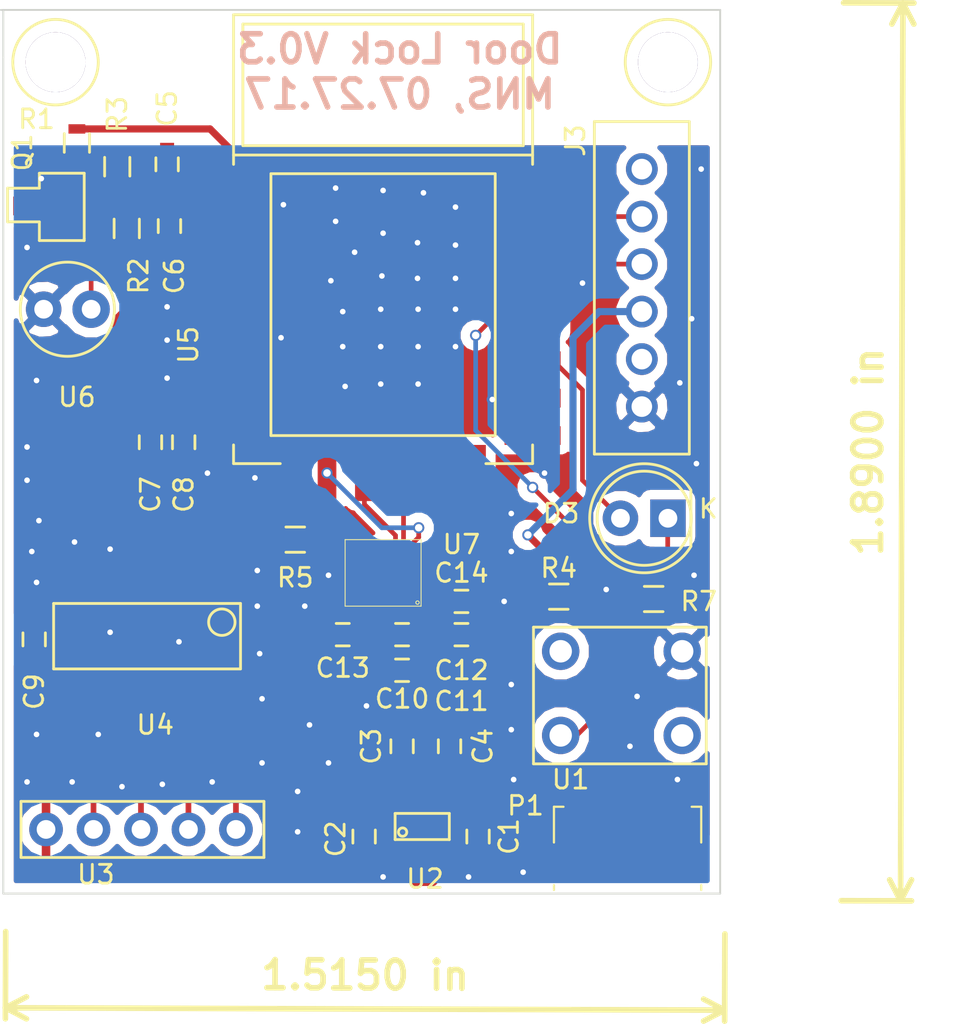
<source format=kicad_pcb>
(kicad_pcb (version 4) (host pcbnew 4.0.3-stable)

  (general
    (links 173)
    (no_connects 0)
    (area 171.607601 70.3196 229.909472 127.678839)
    (thickness 1.6)
    (drawings 9)
    (tracks 228)
    (zones 0)
    (modules 116)
    (nets 30)
  )

  (page A4)
  (layers
    (0 F.Cu signal)
    (31 B.Cu signal hide)
    (32 B.Adhes user hide)
    (33 F.Adhes user hide)
    (34 B.Paste user hide)
    (35 F.Paste user hide)
    (36 B.SilkS user)
    (37 F.SilkS user)
    (38 B.Mask user hide)
    (39 F.Mask user hide)
    (40 Dwgs.User user hide)
    (41 Cmts.User user hide)
    (42 Eco1.User user hide)
    (43 Eco2.User user hide)
    (44 Edge.Cuts user)
    (45 Margin user hide)
    (46 B.CrtYd user hide)
    (47 F.CrtYd user)
    (48 B.Fab user hide)
    (49 F.Fab user hide)
  )

  (setup
    (last_trace_width 0.25)
    (trace_clearance 0.1524)
    (zone_clearance 0.508)
    (zone_45_only yes)
    (trace_min 0.2032)
    (segment_width 0.2)
    (edge_width 0.1)
    (via_size 0.6)
    (via_drill 0.4)
    (via_min_size 0.4)
    (via_min_drill 0.3)
    (uvia_size 0.3)
    (uvia_drill 0.1)
    (uvias_allowed no)
    (uvia_min_size 0.2)
    (uvia_min_drill 0.1)
    (pcb_text_width 0.3)
    (pcb_text_size 1.5 1.5)
    (mod_edge_width 0.15)
    (mod_text_size 1 1)
    (mod_text_width 0.15)
    (pad_size 3.2 3.2)
    (pad_drill 3.2)
    (pad_to_mask_clearance 0)
    (aux_axis_origin 0 0)
    (visible_elements 7FFEFF61)
    (pcbplotparams
      (layerselection 0x00030_80000001)
      (usegerberextensions false)
      (excludeedgelayer true)
      (linewidth 0.100000)
      (plotframeref false)
      (viasonmask false)
      (mode 1)
      (useauxorigin false)
      (hpglpennumber 1)
      (hpglpenspeed 20)
      (hpglpendiameter 15)
      (hpglpenoverlay 2)
      (psnegative false)
      (psa4output false)
      (plotreference true)
      (plotvalue true)
      (plotinvisibletext false)
      (padsonsilk false)
      (subtractmaskfromsilk false)
      (outputformat 1)
      (mirror false)
      (drillshape 1)
      (scaleselection 1)
      (outputdirectory ""))
  )

  (net 0 "")
  (net 1 +5V)
  (net 2 GND)
  (net 3 +3V3)
  (net 4 "Net-(C4-Pad1)")
  (net 5 "Net-(C5-Pad1)")
  (net 6 "Net-(C5-Pad2)")
  (net 7 "Net-(C6-Pad1)")
  (net 8 "Net-(C6-Pad2)")
  (net 9 "Net-(D3-Pad1)")
  (net 10 "Net-(D3-Pad2)")
  (net 11 "Net-(J3-Pad3)")
  (net 12 "Net-(J3-Pad2)")
  (net 13 "Net-(R4-Pad1)")
  (net 14 "Net-(U3-Pad1)")
  (net 15 "Net-(U3-Pad2)")
  (net 16 "Net-(U3-Pad3)")
  (net 17 "Net-(U3-Pad4)")
  (net 18 /IN1)
  (net 19 /IN2)
  (net 20 /IN3)
  (net 21 /IN4)
  (net 22 "Net-(C12-Pad1)")
  (net 23 "Net-(C13-Pad2)")
  (net 24 "Net-(R5-Pad1)")
  (net 25 /MISO)
  (net 26 /CS_M)
  (net 27 /CS_A_G)
  (net 28 /MOSI)
  (net 29 /SCK)

  (net_class Default "This is the default net class."
    (clearance 0.1524)
    (trace_width 0.25)
    (via_dia 0.6)
    (via_drill 0.4)
    (uvia_dia 0.3)
    (uvia_drill 0.1)
    (add_net /CS_A_G)
    (add_net /CS_M)
    (add_net /IN1)
    (add_net /IN2)
    (add_net /IN3)
    (add_net /IN4)
    (add_net /MISO)
    (add_net /MOSI)
    (add_net /SCK)
    (add_net GND)
    (add_net "Net-(C12-Pad1)")
    (add_net "Net-(C13-Pad2)")
    (add_net "Net-(C4-Pad1)")
    (add_net "Net-(C5-Pad1)")
    (add_net "Net-(C5-Pad2)")
    (add_net "Net-(C6-Pad1)")
    (add_net "Net-(C6-Pad2)")
    (add_net "Net-(D3-Pad1)")
    (add_net "Net-(D3-Pad2)")
    (add_net "Net-(J3-Pad2)")
    (add_net "Net-(J3-Pad3)")
    (add_net "Net-(R4-Pad1)")
    (add_net "Net-(R5-Pad1)")
  )

  (net_class 5V ""
    (clearance 0.1524)
    (trace_width 0.4572)
    (via_dia 0.6)
    (via_drill 0.4)
    (uvia_dia 0.3)
    (uvia_drill 0.1)
    (add_net +5V)
  )

  (net_class motor ""
    (clearance 0.1524)
    (trace_width 0.3048)
    (via_dia 0.6)
    (via_drill 0.4)
    (uvia_dia 0.3)
    (uvia_drill 0.1)
    (add_net "Net-(U3-Pad1)")
    (add_net "Net-(U3-Pad2)")
    (add_net "Net-(U3-Pad3)")
    (add_net "Net-(U3-Pad4)")
  )

  (net_class power ""
    (clearance 0.1524)
    (trace_width 0.381)
    (via_dia 0.6)
    (via_drill 0.4)
    (uvia_dia 0.3)
    (uvia_drill 0.1)
    (add_net +3V3)
  )

  (module WiHome:ULN2003a (layer F.Cu) (tedit 597AAC9D) (tstamp 594F553C)
    (at 186.182 102.235 180)
    (path /594F3F12)
    (fp_text reference U4 (at 4.064 -7.493 180) (layer F.SilkS)
      (effects (font (size 1 1) (thickness 0.15)))
    )
    (fp_text value ULN2003A (at 5 -7 180) (layer F.Fab)
      (effects (font (size 1 1) (thickness 0.15)))
    )
    (fp_line (start -0.5 -1) (end 9.5 -1) (layer F.SilkS) (width 0.15))
    (fp_line (start 9.5 -1) (end 9.5 -4.5) (layer F.SilkS) (width 0.15))
    (fp_line (start 9.5 -4.5) (end -0.5 -4.5) (layer F.SilkS) (width 0.15))
    (fp_line (start -0.5 -4.5) (end -0.5 -1) (layer F.SilkS) (width 0.15))
    (fp_circle (center 0.5 -2) (end 1 -1.5) (layer F.SilkS) (width 0.15))
    (pad 1 smd rect (at 0 0 180) (size 0.55 1.55) (layers F.Cu F.Paste F.Mask)
      (net 18 /IN1))
    (pad 2 smd rect (at 1.27 0 180) (size 0.55 1.55) (layers F.Cu F.Paste F.Mask)
      (net 19 /IN2))
    (pad 3 smd rect (at 2.54 0 180) (size 0.55 1.55) (layers F.Cu F.Paste F.Mask)
      (net 20 /IN3))
    (pad 4 smd rect (at 3.81 0 180) (size 0.55 1.55) (layers F.Cu F.Paste F.Mask)
      (net 21 /IN4))
    (pad 5 smd rect (at 5.08 0 180) (size 0.55 1.55) (layers F.Cu F.Paste F.Mask))
    (pad 6 smd rect (at 6.35 0 180) (size 0.55 1.55) (layers F.Cu F.Paste F.Mask))
    (pad 7 smd rect (at 7.62 0 180) (size 0.55 1.55) (layers F.Cu F.Paste F.Mask))
    (pad 8 smd rect (at 8.89 0 180) (size 0.55 1.55) (layers F.Cu F.Paste F.Mask)
      (net 2 GND))
    (pad 9 smd rect (at 8.89 -5.4 180) (size 0.55 1.55) (layers F.Cu F.Paste F.Mask)
      (net 1 +5V))
    (pad 10 smd rect (at 7.62 -5.4 180) (size 0.55 1.55) (layers F.Cu F.Paste F.Mask))
    (pad 11 smd rect (at 6.35 -5.4 180) (size 0.55 1.55) (layers F.Cu F.Paste F.Mask))
    (pad 12 smd rect (at 5.08 -5.4 180) (size 0.55 1.55) (layers F.Cu F.Paste F.Mask))
    (pad 13 smd rect (at 3.81 -5.4 180) (size 0.55 1.55) (layers F.Cu F.Paste F.Mask)
      (net 17 "Net-(U3-Pad4)"))
    (pad 14 smd rect (at 2.54 -5.4 180) (size 0.55 1.55) (layers F.Cu F.Paste F.Mask)
      (net 16 "Net-(U3-Pad3)"))
    (pad 15 smd rect (at 1.27 -5.4 180) (size 0.55 1.55) (layers F.Cu F.Paste F.Mask)
      (net 15 "Net-(U3-Pad2)"))
    (pad 16 smd rect (at 0 -5.4 180) (size 0.55 1.55) (layers F.Cu F.Paste F.Mask)
      (net 14 "Net-(U3-Pad1)"))
  )

  (module Bike_Light:1pin (layer F.Cu) (tedit 594FEDCC) (tstamp 594FED71)
    (at 176.784 74.295)
    (descr "module 1 pin (ou trou mecanique de percage)")
    (tags DEV)
    (fp_text reference REF** (at 0 -3.048) (layer F.SilkS) hide
      (effects (font (size 1 1) (thickness 0.15)))
    )
    (fp_text value 1pin (at 0 2.794) (layer F.Fab)
      (effects (font (size 1 1) (thickness 0.15)))
    )
    (fp_circle (center 0 0) (end 0 -2.286) (layer F.SilkS) (width 0.15))
    (pad 1 thru_hole circle (at 0 0) (size 3.2 3.2) (drill 3.2) (layers *.Cu))
  )

  (module WiHome:VIA_0.6mm (layer F.Cu) (tedit 594FE5D4) (tstamp 594FEB0D)
    (at 185.166 112.776)
    (fp_text reference REF** (at 0 1.5) (layer F.SilkS) hide
      (effects (font (size 1 1) (thickness 0.15)))
    )
    (fp_text value VIA_0.6mm (at 0.5 -2.5) (layer F.Fab) hide
      (effects (font (size 1 1) (thickness 0.15)))
    )
    (pad 1 thru_hole circle (at 0 0) (size 0.6 0.6) (drill 0.3) (layers *.Cu)
      (net 2 GND) (zone_connect 2))
  )

  (module WiHome:VIA_0.6mm (layer F.Cu) (tedit 594FE5D4) (tstamp 594FEA33)
    (at 176.022 80.518)
    (fp_text reference REF** (at 0 1.5) (layer F.SilkS) hide
      (effects (font (size 1 1) (thickness 0.15)))
    )
    (fp_text value VIA_0.6mm (at 0.5 -2.5) (layer F.Fab) hide
      (effects (font (size 1 1) (thickness 0.15)))
    )
    (pad 1 thru_hole circle (at 0 0) (size 0.6 0.6) (drill 0.3) (layers *.Cu)
      (net 2 GND) (zone_connect 2))
  )

  (module WiHome:VIA_0.6mm (layer F.Cu) (tedit 594FE5D4) (tstamp 594FEA2B)
    (at 182.499 112.903)
    (fp_text reference REF** (at 0 1.5) (layer F.SilkS) hide
      (effects (font (size 1 1) (thickness 0.15)))
    )
    (fp_text value VIA_0.6mm (at 0.5 -2.5) (layer F.Fab) hide
      (effects (font (size 1 1) (thickness 0.15)))
    )
    (pad 1 thru_hole circle (at 0 0) (size 0.6 0.6) (drill 0.3) (layers *.Cu)
      (net 2 GND) (zone_connect 2))
  )

  (module WiHome:VIA_0.6mm (layer F.Cu) (tedit 594FE5D4) (tstamp 594FEA26)
    (at 187.833 111.76)
    (fp_text reference REF** (at 0 1.5) (layer F.SilkS) hide
      (effects (font (size 1 1) (thickness 0.15)))
    )
    (fp_text value VIA_0.6mm (at 0.5 -2.5) (layer F.Fab) hide
      (effects (font (size 1 1) (thickness 0.15)))
    )
    (pad 1 thru_hole circle (at 0 0) (size 0.6 0.6) (drill 0.3) (layers *.Cu)
      (net 2 GND) (zone_connect 2))
  )

  (module WiHome:VIA_0.6mm (layer F.Cu) (tedit 594FE5D4) (tstamp 594FEA21)
    (at 177.8 99.949)
    (fp_text reference REF** (at 0 1.5) (layer F.SilkS) hide
      (effects (font (size 1 1) (thickness 0.15)))
    )
    (fp_text value VIA_0.6mm (at 0.5 -2.5) (layer F.Fab) hide
      (effects (font (size 1 1) (thickness 0.15)))
    )
    (pad 1 thru_hole circle (at 0 0) (size 0.6 0.6) (drill 0.3) (layers *.Cu)
      (net 2 GND) (zone_connect 2))
  )

  (module WiHome:VIA_0.6mm (layer F.Cu) (tedit 594FE5D4) (tstamp 594FEA1C)
    (at 191.389 111.76)
    (fp_text reference REF** (at 0 1.5) (layer F.SilkS) hide
      (effects (font (size 1 1) (thickness 0.15)))
    )
    (fp_text value VIA_0.6mm (at 0.5 -2.5) (layer F.Fab) hide
      (effects (font (size 1 1) (thickness 0.15)))
    )
    (pad 1 thru_hole circle (at 0 0) (size 0.6 0.6) (drill 0.3) (layers *.Cu)
      (net 2 GND) (zone_connect 2))
  )

  (module WiHome:VIA_0.6mm (layer F.Cu) (tedit 594FE5D4) (tstamp 594FEA17)
    (at 193.421 108.712)
    (fp_text reference REF** (at 0 1.5) (layer F.SilkS) hide
      (effects (font (size 1 1) (thickness 0.15)))
    )
    (fp_text value VIA_0.6mm (at 0.5 -2.5) (layer F.Fab) hide
      (effects (font (size 1 1) (thickness 0.15)))
    )
    (pad 1 thru_hole circle (at 0 0) (size 0.6 0.6) (drill 0.3) (layers *.Cu)
      (net 2 GND) (zone_connect 2))
  )

  (module WiHome:VIA_0.6mm (layer F.Cu) (tedit 594FE5D4) (tstamp 594FEA12)
    (at 206.248 102.489)
    (fp_text reference REF** (at 0 1.5) (layer F.SilkS) hide
      (effects (font (size 1 1) (thickness 0.15)))
    )
    (fp_text value VIA_0.6mm (at 0.5 -2.5) (layer F.Fab) hide
      (effects (font (size 1 1) (thickness 0.15)))
    )
    (pad 1 thru_hole circle (at 0 0) (size 0.6 0.6) (drill 0.3) (layers *.Cu)
      (net 2 GND) (zone_connect 2))
  )

  (module WiHome:VIA_0.6mm (layer F.Cu) (tedit 594FE5D4) (tstamp 594FEA08)
    (at 210.82 88.011)
    (fp_text reference REF** (at 0 1.5) (layer F.SilkS) hide
      (effects (font (size 1 1) (thickness 0.15)))
    )
    (fp_text value VIA_0.6mm (at 0.5 -2.5) (layer F.Fab) hide
      (effects (font (size 1 1) (thickness 0.15)))
    )
    (pad 1 thru_hole circle (at 0 0) (size 0.6 0.6) (drill 0.3) (layers *.Cu)
      (net 2 GND) (zone_connect 2))
  )

  (module WiHome:VIA_0.6mm (layer F.Cu) (tedit 594FE5D4) (tstamp 594FEA03)
    (at 211.328 80.01)
    (fp_text reference REF** (at 0 1.5) (layer F.SilkS) hide
      (effects (font (size 1 1) (thickness 0.15)))
    )
    (fp_text value VIA_0.6mm (at 0.5 -2.5) (layer F.Fab) hide
      (effects (font (size 1 1) (thickness 0.15)))
    )
    (pad 1 thru_hole circle (at 0 0) (size 0.6 0.6) (drill 0.3) (layers *.Cu)
      (net 2 GND) (zone_connect 2))
  )

  (module WiHome:VIA_0.6mm (layer F.Cu) (tedit 594FE5D4) (tstamp 594FE9FE)
    (at 194.31 81.153)
    (fp_text reference REF** (at 0 1.5) (layer F.SilkS) hide
      (effects (font (size 1 1) (thickness 0.15)))
    )
    (fp_text value VIA_0.6mm (at 0.5 -2.5) (layer F.Fab) hide
      (effects (font (size 1 1) (thickness 0.15)))
    )
    (pad 1 thru_hole circle (at 0 0) (size 0.6 0.6) (drill 0.3) (layers *.Cu)
      (net 2 GND) (zone_connect 2))
  )

  (module WiHome:VIA_0.6mm (layer F.Cu) (tedit 594FE5D4) (tstamp 594FE9F9)
    (at 194.31 83.439)
    (fp_text reference REF** (at 0 1.5) (layer F.SilkS) hide
      (effects (font (size 1 1) (thickness 0.15)))
    )
    (fp_text value VIA_0.6mm (at 0.5 -2.5) (layer F.Fab) hide
      (effects (font (size 1 1) (thickness 0.15)))
    )
    (pad 1 thru_hole circle (at 0 0) (size 0.6 0.6) (drill 0.3) (layers *.Cu)
      (net 2 GND) (zone_connect 2))
  )

  (module WiHome:VIA_0.6mm (layer F.Cu) (tedit 594FE5D4) (tstamp 594FE9F4)
    (at 192.786 84.455)
    (fp_text reference REF** (at 0 1.5) (layer F.SilkS) hide
      (effects (font (size 1 1) (thickness 0.15)))
    )
    (fp_text value VIA_0.6mm (at 0.5 -2.5) (layer F.Fab) hide
      (effects (font (size 1 1) (thickness 0.15)))
    )
    (pad 1 thru_hole circle (at 0 0) (size 0.6 0.6) (drill 0.3) (layers *.Cu)
      (net 2 GND) (zone_connect 2))
  )

  (module WiHome:VIA_0.6mm (layer F.Cu) (tedit 594FE5D4) (tstamp 594FE9EF)
    (at 192.278 91.63)
    (fp_text reference REF** (at 0 1.5) (layer F.SilkS) hide
      (effects (font (size 1 1) (thickness 0.15)))
    )
    (fp_text value VIA_0.6mm (at 0.5 -2.5) (layer F.Fab) hide
      (effects (font (size 1 1) (thickness 0.15)))
    )
    (pad 1 thru_hole circle (at 0 0) (size 0.6 0.6) (drill 0.3) (layers *.Cu)
      (net 2 GND) (zone_connect 2))
  )

  (module WiHome:VIA_0.6mm (layer F.Cu) (tedit 594FE5D4) (tstamp 594FE9EA)
    (at 192.151 89.503)
    (fp_text reference REF** (at 0 1.5) (layer F.SilkS) hide
      (effects (font (size 1 1) (thickness 0.15)))
    )
    (fp_text value VIA_0.6mm (at 0.5 -2.5) (layer F.Fab) hide
      (effects (font (size 1 1) (thickness 0.15)))
    )
    (pad 1 thru_hole circle (at 0 0) (size 0.6 0.6) (drill 0.3) (layers *.Cu)
      (net 2 GND) (zone_connect 2))
  )

  (module WiHome:VIA_0.6mm (layer F.Cu) (tedit 594FE5D4) (tstamp 594FE9E5)
    (at 192.151 87.63)
    (fp_text reference REF** (at 0 1.5) (layer F.SilkS) hide
      (effects (font (size 1 1) (thickness 0.15)))
    )
    (fp_text value VIA_0.6mm (at 0.5 -2.5) (layer F.Fab) hide
      (effects (font (size 1 1) (thickness 0.15)))
    )
    (pad 1 thru_hole circle (at 0 0) (size 0.6 0.6) (drill 0.3) (layers *.Cu)
      (net 2 GND) (zone_connect 2))
  )

  (module WiHome:VIA_0.6mm (layer F.Cu) (tedit 594FE5D4) (tstamp 594FE9E0)
    (at 194.246 85.725)
    (fp_text reference REF** (at 0 1.5) (layer F.SilkS) hide
      (effects (font (size 1 1) (thickness 0.15)))
    )
    (fp_text value VIA_0.6mm (at 0.5 -2.5) (layer F.Fab) hide
      (effects (font (size 1 1) (thickness 0.15)))
    )
    (pad 1 thru_hole circle (at 0 0) (size 0.6 0.6) (drill 0.3) (layers *.Cu)
      (net 2 GND) (zone_connect 2))
  )

  (module WiHome:VIA_0.6mm (layer F.Cu) (tedit 594FE5D4) (tstamp 594FE9DB)
    (at 196.151 83.947)
    (fp_text reference REF** (at 0 1.5) (layer F.SilkS) hide
      (effects (font (size 1 1) (thickness 0.15)))
    )
    (fp_text value VIA_0.6mm (at 0.5 -2.5) (layer F.Fab) hide
      (effects (font (size 1 1) (thickness 0.15)))
    )
    (pad 1 thru_hole circle (at 0 0) (size 0.6 0.6) (drill 0.3) (layers *.Cu)
      (net 2 GND) (zone_connect 2))
  )

  (module WiHome:VIA_0.6mm (layer F.Cu) (tedit 594FE5D4) (tstamp 594FE9D6)
    (at 196.151 85.852)
    (fp_text reference REF** (at 0 1.5) (layer F.SilkS) hide
      (effects (font (size 1 1) (thickness 0.15)))
    )
    (fp_text value VIA_0.6mm (at 0.5 -2.5) (layer F.Fab) hide
      (effects (font (size 1 1) (thickness 0.15)))
    )
    (pad 1 thru_hole circle (at 0 0) (size 0.6 0.6) (drill 0.3) (layers *.Cu)
      (net 2 GND) (zone_connect 2))
  )

  (module WiHome:VIA_0.6mm (layer F.Cu) (tedit 594FE5D4) (tstamp 594FE9D0)
    (at 198.183 82.042)
    (fp_text reference REF** (at 0 1.5) (layer F.SilkS) hide
      (effects (font (size 1 1) (thickness 0.15)))
    )
    (fp_text value VIA_0.6mm (at 0.5 -2.5) (layer F.Fab) hide
      (effects (font (size 1 1) (thickness 0.15)))
    )
    (pad 1 thru_hole circle (at 0 0) (size 0.6 0.6) (drill 0.3) (layers *.Cu)
      (net 2 GND) (zone_connect 2))
  )

  (module WiHome:VIA_0.6mm (layer F.Cu) (tedit 594FE5D4) (tstamp 594FE9CB)
    (at 198.183 84.074)
    (fp_text reference REF** (at 0 1.5) (layer F.SilkS) hide
      (effects (font (size 1 1) (thickness 0.15)))
    )
    (fp_text value VIA_0.6mm (at 0.5 -2.5) (layer F.Fab) hide
      (effects (font (size 1 1) (thickness 0.15)))
    )
    (pad 1 thru_hole circle (at 0 0) (size 0.6 0.6) (drill 0.3) (layers *.Cu)
      (net 2 GND) (zone_connect 2))
  )

  (module WiHome:VIA_0.6mm (layer F.Cu) (tedit 594FE5D4) (tstamp 594FE9C6)
    (at 198.183 85.852)
    (fp_text reference REF** (at 0 1.5) (layer F.SilkS) hide
      (effects (font (size 1 1) (thickness 0.15)))
    )
    (fp_text value VIA_0.6mm (at 0.5 -2.5) (layer F.Fab) hide
      (effects (font (size 1 1) (thickness 0.15)))
    )
    (pad 1 thru_hole circle (at 0 0) (size 0.6 0.6) (drill 0.3) (layers *.Cu)
      (net 2 GND) (zone_connect 2))
  )

  (module WiHome:VIA_0.6mm (layer F.Cu) (tedit 594FE5D4) (tstamp 594FE9C1)
    (at 183.388 105.283)
    (fp_text reference REF** (at 0 1.5) (layer F.SilkS) hide
      (effects (font (size 1 1) (thickness 0.15)))
    )
    (fp_text value VIA_0.6mm (at 0.5 -2.5) (layer F.Fab) hide
      (effects (font (size 1 1) (thickness 0.15)))
    )
    (pad 1 thru_hole circle (at 0 0) (size 0.6 0.6) (drill 0.3) (layers *.Cu)
      (net 2 GND) (zone_connect 2))
  )

  (module WiHome:VIA_0.6mm (layer F.Cu) (tedit 594FE5D4) (tstamp 594FE9BC)
    (at 201.168 100.457)
    (fp_text reference REF** (at 0 1.5) (layer F.SilkS) hide
      (effects (font (size 1 1) (thickness 0.15)))
    )
    (fp_text value VIA_0.6mm (at 0.5 -2.5) (layer F.Fab) hide
      (effects (font (size 1 1) (thickness 0.15)))
    )
    (pad 1 thru_hole circle (at 0 0) (size 0.6 0.6) (drill 0.3) (layers *.Cu)
      (net 2 GND) (zone_connect 2))
  )

  (module WiHome:VIA_0.6mm (layer F.Cu) (tedit 594FE5D4) (tstamp 594FE9B7)
    (at 201.168 98.425)
    (fp_text reference REF** (at 0 1.5) (layer F.SilkS) hide
      (effects (font (size 1 1) (thickness 0.15)))
    )
    (fp_text value VIA_0.6mm (at 0.5 -2.5) (layer F.Fab) hide
      (effects (font (size 1 1) (thickness 0.15)))
    )
    (pad 1 thru_hole circle (at 0 0) (size 0.6 0.6) (drill 0.3) (layers *.Cu)
      (net 2 GND) (zone_connect 2))
  )

  (module WiHome:VIA_0.6mm (layer F.Cu) (tedit 594FE5D4) (tstamp 594FE9B2)
    (at 187.833 108.331)
    (fp_text reference REF** (at 0 1.5) (layer F.SilkS) hide
      (effects (font (size 1 1) (thickness 0.15)))
    )
    (fp_text value VIA_0.6mm (at 0.5 -2.5) (layer F.Fab) hide
      (effects (font (size 1 1) (thickness 0.15)))
    )
    (pad 1 thru_hole circle (at 0 0) (size 0.6 0.6) (drill 0.3) (layers *.Cu)
      (net 2 GND) (zone_connect 2))
  )

  (module WiHome:VIA_0.6mm (layer F.Cu) (tedit 594FE5D4) (tstamp 594FE9AD)
    (at 187.452 96.52)
    (fp_text reference REF** (at 0 1.5) (layer F.SilkS) hide
      (effects (font (size 1 1) (thickness 0.15)))
    )
    (fp_text value VIA_0.6mm (at 0.5 -2.5) (layer F.Fab) hide
      (effects (font (size 1 1) (thickness 0.15)))
    )
    (pad 1 thru_hole circle (at 0 0) (size 0.6 0.6) (drill 0.3) (layers *.Cu)
      (net 2 GND) (zone_connect 2))
  )

  (module WiHome:VIA_0.6mm (layer F.Cu) (tedit 594FE5D4) (tstamp 594FE9A8)
    (at 200.787 103.124)
    (fp_text reference REF** (at 0 1.5) (layer F.SilkS) hide
      (effects (font (size 1 1) (thickness 0.15)))
    )
    (fp_text value VIA_0.6mm (at 0.5 -2.5) (layer F.Fab) hide
      (effects (font (size 1 1) (thickness 0.15)))
    )
    (pad 1 thru_hole circle (at 0 0) (size 0.6 0.6) (drill 0.3) (layers *.Cu)
      (net 2 GND) (zone_connect 2))
  )

  (module WiHome:VIA_0.6mm (layer F.Cu) (tedit 594FE5D4) (tstamp 594FE9A2)
    (at 201.295 112.649)
    (fp_text reference REF** (at 0 1.5) (layer F.SilkS) hide
      (effects (font (size 1 1) (thickness 0.15)))
    )
    (fp_text value VIA_0.6mm (at 0.5 -2.5) (layer F.Fab) hide
      (effects (font (size 1 1) (thickness 0.15)))
    )
    (pad 1 thru_hole circle (at 0 0) (size 0.6 0.6) (drill 0.3) (layers *.Cu)
      (net 2 GND) (zone_connect 2))
  )

  (module WiHome:VIA_0.6mm (layer F.Cu) (tedit 594FE5D4) (tstamp 594FE99D)
    (at 191.389 101.727)
    (fp_text reference REF** (at 0 1.5) (layer F.SilkS) hide
      (effects (font (size 1 1) (thickness 0.15)))
    )
    (fp_text value VIA_0.6mm (at 0.5 -2.5) (layer F.Fab) hide
      (effects (font (size 1 1) (thickness 0.15)))
    )
    (pad 1 thru_hole circle (at 0 0) (size 0.6 0.6) (drill 0.3) (layers *.Cu)
      (net 2 GND) (zone_connect 2))
  )

  (module WiHome:VIA_0.6mm (layer F.Cu) (tedit 594FE5D4) (tstamp 594FE998)
    (at 175.514 100.457)
    (fp_text reference REF** (at 0 1.5) (layer F.SilkS) hide
      (effects (font (size 1 1) (thickness 0.15)))
    )
    (fp_text value VIA_0.6mm (at 0.5 -2.5) (layer F.Fab) hide
      (effects (font (size 1 1) (thickness 0.15)))
    )
    (pad 1 thru_hole circle (at 0 0) (size 0.6 0.6) (drill 0.3) (layers *.Cu)
      (net 2 GND) (zone_connect 2))
  )

  (module WiHome:VIA_0.6mm (layer F.Cu) (tedit 594FE5D4) (tstamp 594FE993)
    (at 187.579 101.473)
    (fp_text reference REF** (at 0 1.5) (layer F.SilkS) hide
      (effects (font (size 1 1) (thickness 0.15)))
    )
    (fp_text value VIA_0.6mm (at 0.5 -2.5) (layer F.Fab) hide
      (effects (font (size 1 1) (thickness 0.15)))
    )
    (pad 1 thru_hole circle (at 0 0) (size 0.6 0.6) (drill 0.3) (layers *.Cu)
      (net 2 GND) (zone_connect 2))
  )

  (module WiHome:VIA_0.6mm (layer F.Cu) (tedit 594FE5D4) (tstamp 594FE98E)
    (at 187.706 105.918)
    (fp_text reference REF** (at 0 1.5) (layer F.SilkS) hide
      (effects (font (size 1 1) (thickness 0.15)))
    )
    (fp_text value VIA_0.6mm (at 0.5 -2.5) (layer F.Fab) hide
      (effects (font (size 1 1) (thickness 0.15)))
    )
    (pad 1 thru_hole circle (at 0 0) (size 0.6 0.6) (drill 0.3) (layers *.Cu)
      (net 2 GND) (zone_connect 2))
  )

  (module WiHome:VIA_0.6mm (layer F.Cu) (tedit 594FE5D4) (tstamp 594FE989)
    (at 179.705 100.33)
    (fp_text reference REF** (at 0 1.5) (layer F.SilkS) hide
      (effects (font (size 1 1) (thickness 0.15)))
    )
    (fp_text value VIA_0.6mm (at 0.5 -2.5) (layer F.Fab) hide
      (effects (font (size 1 1) (thickness 0.15)))
    )
    (pad 1 thru_hole circle (at 0 0) (size 0.6 0.6) (drill 0.3) (layers *.Cu)
      (net 2 GND) (zone_connect 2))
  )

  (module WiHome:VIA_0.6mm (layer F.Cu) (tedit 594FE5D4) (tstamp 594FE985)
    (at 210.058 112.649)
    (fp_text reference REF** (at 0 1.5) (layer F.SilkS) hide
      (effects (font (size 1 1) (thickness 0.15)))
    )
    (fp_text value VIA_0.6mm (at 0.5 -2.5) (layer F.Fab) hide
      (effects (font (size 1 1) (thickness 0.15)))
    )
    (pad 1 thru_hole circle (at 0 0) (size 0.6 0.6) (drill 0.3) (layers *.Cu)
      (net 2 GND) (zone_connect 2))
  )

  (module WiHome:VIA_0.6mm (layer F.Cu) (tedit 594FE5D4) (tstamp 594FE980)
    (at 210.947 101.727)
    (fp_text reference REF** (at 0 1.5) (layer F.SilkS) hide
      (effects (font (size 1 1) (thickness 0.15)))
    )
    (fp_text value VIA_0.6mm (at 0.5 -2.5) (layer F.Fab) hide
      (effects (font (size 1 1) (thickness 0.15)))
    )
    (pad 1 thru_hole circle (at 0 0) (size 0.6 0.6) (drill 0.3) (layers *.Cu)
      (net 2 GND) (zone_connect 2))
  )

  (module WiHome:VIA_0.6mm (layer F.Cu) (tedit 594FE5D4) (tstamp 594FE96C)
    (at 210.185 91.44)
    (fp_text reference REF** (at 0 1.5) (layer F.SilkS) hide
      (effects (font (size 1 1) (thickness 0.15)))
    )
    (fp_text value VIA_0.6mm (at 0.5 -2.5) (layer F.Fab) hide
      (effects (font (size 1 1) (thickness 0.15)))
    )
    (pad 1 thru_hole circle (at 0 0) (size 0.6 0.6) (drill 0.3) (layers *.Cu)
      (net 2 GND) (zone_connect 2))
  )

  (module WiHome:VIA_0.6mm (layer F.Cu) (tedit 594FE5D4) (tstamp 594FE968)
    (at 201.168 107.569)
    (fp_text reference REF** (at 0 1.5) (layer F.SilkS) hide
      (effects (font (size 1 1) (thickness 0.15)))
    )
    (fp_text value VIA_0.6mm (at 0.5 -2.5) (layer F.Fab) hide
      (effects (font (size 1 1) (thickness 0.15)))
    )
    (pad 1 thru_hole circle (at 0 0) (size 0.6 0.6) (drill 0.3) (layers *.Cu)
      (net 2 GND) (zone_connect 2))
  )

  (module WiHome:VIA_0.6mm (layer F.Cu) (tedit 594FE5D4) (tstamp 594FE963)
    (at 207.518 110.871)
    (fp_text reference REF** (at 0 1.5) (layer F.SilkS) hide
      (effects (font (size 1 1) (thickness 0.15)))
    )
    (fp_text value VIA_0.6mm (at 0.5 -2.5) (layer F.Fab) hide
      (effects (font (size 1 1) (thickness 0.15)))
    )
    (pad 1 thru_hole circle (at 0 0) (size 0.6 0.6) (drill 0.3) (layers *.Cu)
      (net 2 GND) (zone_connect 2))
  )

  (module WiHome:VIA_0.6mm (layer F.Cu) (tedit 594FE5D4) (tstamp 594FE95E)
    (at 198.882 117.856)
    (fp_text reference REF** (at 0 1.5) (layer F.SilkS) hide
      (effects (font (size 1 1) (thickness 0.15)))
    )
    (fp_text value VIA_0.6mm (at 0.5 -2.5) (layer F.Fab) hide
      (effects (font (size 1 1) (thickness 0.15)))
    )
    (pad 1 thru_hole circle (at 0 0) (size 0.6 0.6) (drill 0.3) (layers *.Cu)
      (net 2 GND) (zone_connect 2))
  )

  (module WiHome:VIA_0.6mm (layer F.Cu) (tedit 594FE5D4) (tstamp 594FE95A)
    (at 194.31 117.856)
    (fp_text reference REF** (at 0 1.5) (layer F.SilkS) hide
      (effects (font (size 1 1) (thickness 0.15)))
    )
    (fp_text value VIA_0.6mm (at 0.5 -2.5) (layer F.Fab) hide
      (effects (font (size 1 1) (thickness 0.15)))
    )
    (pad 1 thru_hole circle (at 0 0) (size 0.6 0.6) (drill 0.3) (layers *.Cu)
      (net 2 GND) (zone_connect 2))
  )

  (module WiHome:VIA_0.6mm (layer F.Cu) (tedit 594FE5D4) (tstamp 594FE956)
    (at 196.469 81.28)
    (fp_text reference REF** (at 0 1.5) (layer F.SilkS) hide
      (effects (font (size 1 1) (thickness 0.15)))
    )
    (fp_text value VIA_0.6mm (at 0.5 -2.5) (layer F.Fab) hide
      (effects (font (size 1 1) (thickness 0.15)))
    )
    (pad 1 thru_hole circle (at 0 0) (size 0.6 0.6) (drill 0.3) (layers *.Cu)
      (net 2 GND) (zone_connect 2))
  )

  (module WiHome:VIA_0.6mm (layer F.Cu) (tedit 594FE5D4) (tstamp 594FE952)
    (at 190.373 109.728)
    (fp_text reference REF** (at 0 1.5) (layer F.SilkS) hide
      (effects (font (size 1 1) (thickness 0.15)))
    )
    (fp_text value VIA_0.6mm (at 0.5 -2.5) (layer F.Fab) hide
      (effects (font (size 1 1) (thickness 0.15)))
    )
    (pad 1 thru_hole circle (at 0 0) (size 0.6 0.6) (drill 0.3) (layers *.Cu)
      (net 2 GND) (zone_connect 2))
  )

  (module WiHome:VIA_0.6mm (layer F.Cu) (tedit 594FE5D4) (tstamp 594FE94E)
    (at 187.579 103.378)
    (fp_text reference REF** (at 0 1.5) (layer F.SilkS) hide
      (effects (font (size 1 1) (thickness 0.15)))
    )
    (fp_text value VIA_0.6mm (at 0.5 -2.5) (layer F.Fab) hide
      (effects (font (size 1 1) (thickness 0.15)))
    )
    (pad 1 thru_hole circle (at 0 0) (size 0.6 0.6) (drill 0.3) (layers *.Cu)
      (net 2 GND) (zone_connect 2))
  )

  (module WiHome:VIA_0.6mm (layer F.Cu) (tedit 594FE5D4) (tstamp 594FE94A)
    (at 191.77 81.026)
    (fp_text reference REF** (at 0 1.5) (layer F.SilkS) hide
      (effects (font (size 1 1) (thickness 0.15)))
    )
    (fp_text value VIA_0.6mm (at 0.5 -2.5) (layer F.Fab) hide
      (effects (font (size 1 1) (thickness 0.15)))
    )
    (pad 1 thru_hole circle (at 0 0) (size 0.6 0.6) (drill 0.3) (layers *.Cu)
      (net 2 GND) (zone_connect 2))
  )

  (module WiHome:VIA_0.6mm (layer F.Cu) (tedit 594FE5D4) (tstamp 594FE946)
    (at 191.516 85.979)
    (fp_text reference REF** (at 0 1.5) (layer F.SilkS) hide
      (effects (font (size 1 1) (thickness 0.15)))
    )
    (fp_text value VIA_0.6mm (at 0.5 -2.5) (layer F.Fab) hide
      (effects (font (size 1 1) (thickness 0.15)))
    )
    (pad 1 thru_hole circle (at 0 0) (size 0.6 0.6) (drill 0.3) (layers *.Cu)
      (net 2 GND) (zone_connect 2))
  )

  (module WiHome:VIA_0.6mm (layer F.Cu) (tedit 594FE5D4) (tstamp 594FE942)
    (at 189.738 113.284)
    (fp_text reference REF** (at 0 1.5) (layer F.SilkS) hide
      (effects (font (size 1 1) (thickness 0.15)))
    )
    (fp_text value VIA_0.6mm (at 0.5 -2.5) (layer F.Fab) hide
      (effects (font (size 1 1) (thickness 0.15)))
    )
    (pad 1 thru_hole circle (at 0 0) (size 0.6 0.6) (drill 0.3) (layers *.Cu)
      (net 2 GND) (zone_connect 2))
  )

  (module WiHome:VIA_0.6mm (layer F.Cu) (tedit 594FE5D4) (tstamp 594FE93D)
    (at 201.168 109.982)
    (fp_text reference REF** (at 0 1.5) (layer F.SilkS) hide
      (effects (font (size 1 1) (thickness 0.15)))
    )
    (fp_text value VIA_0.6mm (at 0.5 -2.5) (layer F.Fab) hide
      (effects (font (size 1 1) (thickness 0.15)))
    )
    (pad 1 thru_hole circle (at 0 0) (size 0.6 0.6) (drill 0.3) (layers *.Cu)
      (net 2 GND) (zone_connect 2))
  )

  (module WiHome:VIA_0.6mm (layer F.Cu) (tedit 594FE5D4) (tstamp 594FE937)
    (at 200.152 92.329)
    (fp_text reference REF** (at 0 1.5) (layer F.SilkS) hide
      (effects (font (size 1 1) (thickness 0.15)))
    )
    (fp_text value VIA_0.6mm (at 0.5 -2.5) (layer F.Fab) hide
      (effects (font (size 1 1) (thickness 0.15)))
    )
    (pad 1 thru_hole circle (at 0 0) (size 0.6 0.6) (drill 0.3) (layers *.Cu)
      (net 2 GND) (zone_connect 2))
  )

  (module WiHome:VIA_0.6mm (layer F.Cu) (tedit 594FE5D4) (tstamp 594FE933)
    (at 196.183 91.503)
    (fp_text reference REF** (at 0 1.5) (layer F.SilkS) hide
      (effects (font (size 1 1) (thickness 0.15)))
    )
    (fp_text value VIA_0.6mm (at 0.5 -2.5) (layer F.Fab) hide
      (effects (font (size 1 1) (thickness 0.15)))
    )
    (pad 1 thru_hole circle (at 0 0) (size 0.6 0.6) (drill 0.3) (layers *.Cu)
      (net 2 GND) (zone_connect 2))
  )

  (module WiHome:VIA_0.6mm (layer F.Cu) (tedit 594FE5D4) (tstamp 594FE92F)
    (at 194.183 91.503)
    (fp_text reference REF** (at 0 1.5) (layer F.SilkS) hide
      (effects (font (size 1 1) (thickness 0.15)))
    )
    (fp_text value VIA_0.6mm (at 0.5 -2.5) (layer F.Fab) hide
      (effects (font (size 1 1) (thickness 0.15)))
    )
    (pad 1 thru_hole circle (at 0 0) (size 0.6 0.6) (drill 0.3) (layers *.Cu)
      (net 2 GND) (zone_connect 2))
  )

  (module WiHome:VIA_0.6mm (layer F.Cu) (tedit 594FE5D4) (tstamp 594FE92B)
    (at 198.183 89.503)
    (fp_text reference REF** (at 0 1.5) (layer F.SilkS) hide
      (effects (font (size 1 1) (thickness 0.15)))
    )
    (fp_text value VIA_0.6mm (at 0.5 -2.5) (layer F.Fab) hide
      (effects (font (size 1 1) (thickness 0.15)))
    )
    (pad 1 thru_hole circle (at 0 0) (size 0.6 0.6) (drill 0.3) (layers *.Cu)
      (net 2 GND) (zone_connect 2))
  )

  (module WiHome:VIA_0.6mm (layer F.Cu) (tedit 594FE5D4) (tstamp 594FE927)
    (at 196.183 89.503)
    (fp_text reference REF** (at 0 1.5) (layer F.SilkS) hide
      (effects (font (size 1 1) (thickness 0.15)))
    )
    (fp_text value VIA_0.6mm (at 0.5 -2.5) (layer F.Fab) hide
      (effects (font (size 1 1) (thickness 0.15)))
    )
    (pad 1 thru_hole circle (at 0 0) (size 0.6 0.6) (drill 0.3) (layers *.Cu)
      (net 2 GND) (zone_connect 2))
  )

  (module WiHome:VIA_0.6mm (layer F.Cu) (tedit 594FE5D4) (tstamp 594FE923)
    (at 194.183 89.503)
    (fp_text reference REF** (at 0 1.5) (layer F.SilkS) hide
      (effects (font (size 1 1) (thickness 0.15)))
    )
    (fp_text value VIA_0.6mm (at 0.5 -2.5) (layer F.Fab) hide
      (effects (font (size 1 1) (thickness 0.15)))
    )
    (pad 1 thru_hole circle (at 0 0) (size 0.6 0.6) (drill 0.3) (layers *.Cu)
      (net 2 GND) (zone_connect 2))
  )

  (module WiHome:VIA_0.6mm (layer F.Cu) (tedit 594FE5D4) (tstamp 594FE91F)
    (at 198.183 87.503)
    (fp_text reference REF** (at 0 1.5) (layer F.SilkS) hide
      (effects (font (size 1 1) (thickness 0.15)))
    )
    (fp_text value VIA_0.6mm (at 0.5 -2.5) (layer F.Fab) hide
      (effects (font (size 1 1) (thickness 0.15)))
    )
    (pad 1 thru_hole circle (at 0 0) (size 0.6 0.6) (drill 0.3) (layers *.Cu)
      (net 2 GND) (zone_connect 2))
  )

  (module WiHome:VIA_0.6mm (layer F.Cu) (tedit 594FE5D4) (tstamp 594FE91B)
    (at 196.183 87.503)
    (fp_text reference REF** (at 0 1.5) (layer F.SilkS) hide
      (effects (font (size 1 1) (thickness 0.15)))
    )
    (fp_text value VIA_0.6mm (at 0.5 -2.5) (layer F.Fab) hide
      (effects (font (size 1 1) (thickness 0.15)))
    )
    (pad 1 thru_hole circle (at 0 0) (size 0.6 0.6) (drill 0.3) (layers *.Cu)
      (net 2 GND) (zone_connect 2))
  )

  (module WiHome:VIA_0.6mm (layer F.Cu) (tedit 594FE5D4) (tstamp 594FE8F6)
    (at 194.183 87.503)
    (fp_text reference REF** (at 0 1.5) (layer F.SilkS) hide
      (effects (font (size 1 1) (thickness 0.15)))
    )
    (fp_text value VIA_0.6mm (at 0.5 -2.5) (layer F.Fab) hide
      (effects (font (size 1 1) (thickness 0.15)))
    )
    (pad 1 thru_hole circle (at 0 0) (size 0.6 0.6) (drill 0.3) (layers *.Cu)
      (net 2 GND) (zone_connect 2))
  )

  (module WiHome:VIA_0.6mm (layer F.Cu) (tedit 594FE5D4) (tstamp 594FE8EA)
    (at 188.976 81.915)
    (fp_text reference REF** (at 0 1.5) (layer F.SilkS) hide
      (effects (font (size 1 1) (thickness 0.15)))
    )
    (fp_text value VIA_0.6mm (at 0.5 -2.5) (layer F.Fab) hide
      (effects (font (size 1 1) (thickness 0.15)))
    )
    (pad 1 thru_hole circle (at 0 0) (size 0.6 0.6) (drill 0.3) (layers *.Cu)
      (net 2 GND) (zone_connect 2))
  )

  (module WiHome:VIA_0.6mm (layer F.Cu) (tedit 594FE5D4) (tstamp 594FE8E5)
    (at 188.849 89.027)
    (fp_text reference REF** (at 0 1.5) (layer F.SilkS) hide
      (effects (font (size 1 1) (thickness 0.15)))
    )
    (fp_text value VIA_0.6mm (at 0.5 -2.5) (layer F.Fab) hide
      (effects (font (size 1 1) (thickness 0.15)))
    )
    (pad 1 thru_hole circle (at 0 0) (size 0.6 0.6) (drill 0.3) (layers *.Cu)
      (net 2 GND) (zone_connect 2))
  )

  (module WiHome:VIA_0.6mm (layer F.Cu) (tedit 594FE5D4) (tstamp 594FE8E0)
    (at 191.77 82.804)
    (fp_text reference REF** (at 0 1.5) (layer F.SilkS) hide
      (effects (font (size 1 1) (thickness 0.15)))
    )
    (fp_text value VIA_0.6mm (at 0.5 -2.5) (layer F.Fab) hide
      (effects (font (size 1 1) (thickness 0.15)))
    )
    (pad 1 thru_hole circle (at 0 0) (size 0.6 0.6) (drill 0.3) (layers *.Cu)
      (net 2 GND) (zone_connect 2))
  )

  (module WiHome:VIA_0.6mm (layer F.Cu) (tedit 594FE5D4) (tstamp 594FE8DA)
    (at 175.26 84.201)
    (fp_text reference REF** (at 0 1.5) (layer F.SilkS) hide
      (effects (font (size 1 1) (thickness 0.15)))
    )
    (fp_text value VIA_0.6mm (at 0.5 -2.5) (layer F.Fab) hide
      (effects (font (size 1 1) (thickness 0.15)))
    )
    (pad 1 thru_hole circle (at 0 0) (size 0.6 0.6) (drill 0.3) (layers *.Cu)
      (net 2 GND) (zone_connect 2))
  )

  (module WiHome:VIA_0.6mm (layer F.Cu) (tedit 594FE5D4) (tstamp 594FE8D5)
    (at 182.753 87.376)
    (fp_text reference REF** (at 0 1.5) (layer F.SilkS) hide
      (effects (font (size 1 1) (thickness 0.15)))
    )
    (fp_text value VIA_0.6mm (at 0.5 -2.5) (layer F.Fab) hide
      (effects (font (size 1 1) (thickness 0.15)))
    )
    (pad 1 thru_hole circle (at 0 0) (size 0.6 0.6) (drill 0.3) (layers *.Cu)
      (net 2 GND) (zone_connect 2))
  )

  (module WiHome:VIA_0.6mm (layer F.Cu) (tedit 594FE5D4) (tstamp 594FE8D0)
    (at 202.946 96.266)
    (fp_text reference REF** (at 0 1.5) (layer F.SilkS) hide
      (effects (font (size 1 1) (thickness 0.15)))
    )
    (fp_text value VIA_0.6mm (at 0.5 -2.5) (layer F.Fab) hide
      (effects (font (size 1 1) (thickness 0.15)))
    )
    (pad 1 thru_hole circle (at 0 0) (size 0.6 0.6) (drill 0.3) (layers *.Cu)
      (net 2 GND) (zone_connect 2))
  )

  (module WiHome:VIA_0.6mm (layer F.Cu) (tedit 594FE5D4) (tstamp 594FE8CB)
    (at 175.895 98.806)
    (fp_text reference REF** (at 0 1.5) (layer F.SilkS) hide
      (effects (font (size 1 1) (thickness 0.15)))
    )
    (fp_text value VIA_0.6mm (at 0.5 -2.5) (layer F.Fab) hide
      (effects (font (size 1 1) (thickness 0.15)))
    )
    (pad 1 thru_hole circle (at 0 0) (size 0.6 0.6) (drill 0.3) (layers *.Cu)
      (net 2 GND) (zone_connect 2))
  )

  (module WiHome:VIA_0.6mm (layer F.Cu) (tedit 594FE5D4) (tstamp 594FE8C6)
    (at 175.26 94.869)
    (fp_text reference REF** (at 0 1.5) (layer F.SilkS) hide
      (effects (font (size 1 1) (thickness 0.15)))
    )
    (fp_text value VIA_0.6mm (at 0.5 -2.5) (layer F.Fab) hide
      (effects (font (size 1 1) (thickness 0.15)))
    )
    (pad 1 thru_hole circle (at 0 0) (size 0.6 0.6) (drill 0.3) (layers *.Cu)
      (net 2 GND) (zone_connect 2))
  )

  (module WiHome:VIA_0.6mm (layer F.Cu) (tedit 594FE5D4) (tstamp 594FE8C1)
    (at 182.753 91.186)
    (fp_text reference REF** (at 0 1.5) (layer F.SilkS) hide
      (effects (font (size 1 1) (thickness 0.15)))
    )
    (fp_text value VIA_0.6mm (at 0.5 -2.5) (layer F.Fab) hide
      (effects (font (size 1 1) (thickness 0.15)))
    )
    (pad 1 thru_hole circle (at 0 0) (size 0.6 0.6) (drill 0.3) (layers *.Cu)
      (net 2 GND) (zone_connect 2))
  )

  (module WiHome:VIA_0.6mm (layer F.Cu) (tedit 594FE5D4) (tstamp 594FE8BC)
    (at 182.753 89.154)
    (fp_text reference REF** (at 0 1.5) (layer F.SilkS) hide
      (effects (font (size 1 1) (thickness 0.15)))
    )
    (fp_text value VIA_0.6mm (at 0.5 -2.5) (layer F.Fab) hide
      (effects (font (size 1 1) (thickness 0.15)))
    )
    (pad 1 thru_hole circle (at 0 0) (size 0.6 0.6) (drill 0.3) (layers *.Cu)
      (net 2 GND) (zone_connect 2))
  )

  (module WiHome:VIA_0.6mm (layer F.Cu) (tedit 594FE5D4) (tstamp 594FE8B7)
    (at 175.768 91.313)
    (fp_text reference REF** (at 0 1.5) (layer F.SilkS) hide
      (effects (font (size 1 1) (thickness 0.15)))
    )
    (fp_text value VIA_0.6mm (at 0.5 -2.5) (layer F.Fab) hide
      (effects (font (size 1 1) (thickness 0.15)))
    )
    (pad 1 thru_hole circle (at 0 0) (size 0.6 0.6) (drill 0.3) (layers *.Cu)
      (net 2 GND) (zone_connect 2))
  )

  (module WiHome:VIA_0.6mm (layer F.Cu) (tedit 594FE5D4) (tstamp 594FE8B2)
    (at 204.978 86.106)
    (fp_text reference REF** (at 0 1.5) (layer F.SilkS) hide
      (effects (font (size 1 1) (thickness 0.15)))
    )
    (fp_text value VIA_0.6mm (at 0.5 -2.5) (layer F.Fab) hide
      (effects (font (size 1 1) (thickness 0.15)))
    )
    (pad 1 thru_hole circle (at 0 0) (size 0.6 0.6) (drill 0.3) (layers *.Cu)
      (net 2 GND) (zone_connect 2))
  )

  (module WiHome:VIA_0.6mm (layer F.Cu) (tedit 594FE5D4) (tstamp 594FE8AD)
    (at 177.673 112.776)
    (fp_text reference REF** (at 0 1.5) (layer F.SilkS) hide
      (effects (font (size 1 1) (thickness 0.15)))
    )
    (fp_text value VIA_0.6mm (at 0.5 -2.5) (layer F.Fab) hide
      (effects (font (size 1 1) (thickness 0.15)))
    )
    (pad 1 thru_hole circle (at 0 0) (size 0.6 0.6) (drill 0.3) (layers *.Cu)
      (net 2 GND) (zone_connect 2))
  )

  (module WiHome:VIA_0.6mm (layer F.Cu) (tedit 594FE5D4) (tstamp 594FE8A8)
    (at 179.705 104.775)
    (fp_text reference REF** (at 0 1.5) (layer F.SilkS) hide
      (effects (font (size 1 1) (thickness 0.15)))
    )
    (fp_text value VIA_0.6mm (at 0.5 -2.5) (layer F.Fab) hide
      (effects (font (size 1 1) (thickness 0.15)))
    )
    (pad 1 thru_hole circle (at 0 0) (size 0.6 0.6) (drill 0.3) (layers *.Cu)
      (net 2 GND) (zone_connect 2))
  )

  (module WiHome:VIA_0.6mm (layer F.Cu) (tedit 594FE5D4) (tstamp 594FE8A3)
    (at 175.768 110.236)
    (fp_text reference REF** (at 0 1.5) (layer F.SilkS) hide
      (effects (font (size 1 1) (thickness 0.15)))
    )
    (fp_text value VIA_0.6mm (at 0.5 -2.5) (layer F.Fab) hide
      (effects (font (size 1 1) (thickness 0.15)))
    )
    (pad 1 thru_hole circle (at 0 0) (size 0.6 0.6) (drill 0.3) (layers *.Cu)
      (net 2 GND) (zone_connect 2))
  )

  (module WiHome:VIA_0.6mm (layer F.Cu) (tedit 594FE5D4) (tstamp 594FE89E)
    (at 189.738 115.443)
    (fp_text reference REF** (at 0 1.5) (layer F.SilkS) hide
      (effects (font (size 1 1) (thickness 0.15)))
    )
    (fp_text value VIA_0.6mm (at 0.5 -2.5) (layer F.Fab) hide
      (effects (font (size 1 1) (thickness 0.15)))
    )
    (pad 1 thru_hole circle (at 0 0) (size 0.6 0.6) (drill 0.3) (layers *.Cu)
      (net 2 GND) (zone_connect 2))
  )

  (module WiHome:VIA_0.6mm (layer F.Cu) (tedit 594FE5D4) (tstamp 594FE898)
    (at 211.074 95.758)
    (fp_text reference REF** (at 0 1.5) (layer F.SilkS) hide
      (effects (font (size 1 1) (thickness 0.15)))
    )
    (fp_text value VIA_0.6mm (at 0.5 -2.5) (layer F.Fab) hide
      (effects (font (size 1 1) (thickness 0.15)))
    )
    (pad 1 thru_hole circle (at 0 0) (size 0.6 0.6) (drill 0.3) (layers *.Cu)
      (net 2 GND) (zone_connect 2))
  )

  (module WiHome:VIA_0.6mm (layer F.Cu) (tedit 594FE5D4) (tstamp 594FE893)
    (at 175.768 102.108)
    (fp_text reference REF** (at 0 1.5) (layer F.SilkS) hide
      (effects (font (size 1 1) (thickness 0.15)))
    )
    (fp_text value VIA_0.6mm (at 0.5 -2.5) (layer F.Fab) hide
      (effects (font (size 1 1) (thickness 0.15)))
    )
    (pad 1 thru_hole circle (at 0 0) (size 0.6 0.6) (drill 0.3) (layers *.Cu)
      (net 2 GND) (zone_connect 2))
  )

  (module WiHome:VIA_0.6mm (layer F.Cu) (tedit 594FE5D4) (tstamp 594FE88E)
    (at 201.803 117.602)
    (fp_text reference REF** (at 0 1.5) (layer F.SilkS) hide
      (effects (font (size 1 1) (thickness 0.15)))
    )
    (fp_text value VIA_0.6mm (at 0.5 -2.5) (layer F.Fab) hide
      (effects (font (size 1 1) (thickness 0.15)))
    )
    (pad 1 thru_hole circle (at 0 0) (size 0.6 0.6) (drill 0.3) (layers *.Cu)
      (net 2 GND) (zone_connect 2))
  )

  (module WiHome:VIA_0.6mm (layer F.Cu) (tedit 594FE5D4) (tstamp 594FE889)
    (at 175.26 112.776)
    (fp_text reference REF** (at 0 1.5) (layer F.SilkS) hide
      (effects (font (size 1 1) (thickness 0.15)))
    )
    (fp_text value VIA_0.6mm (at 0.5 -2.5) (layer F.Fab) hide
      (effects (font (size 1 1) (thickness 0.15)))
    )
    (pad 1 thru_hole circle (at 0 0) (size 0.6 0.6) (drill 0.3) (layers *.Cu)
      (net 2 GND) (zone_connect 2))
  )

  (module WiHome:VIA_0.6mm (layer F.Cu) (tedit 594FE5D4) (tstamp 594FE884)
    (at 179.07 110.236)
    (fp_text reference REF** (at 0 1.5) (layer F.SilkS) hide
      (effects (font (size 1 1) (thickness 0.15)))
    )
    (fp_text value VIA_0.6mm (at 0.5 -2.5) (layer F.Fab) hide
      (effects (font (size 1 1) (thickness 0.15)))
    )
    (pad 1 thru_hole circle (at 0 0) (size 0.6 0.6) (drill 0.3) (layers *.Cu)
      (net 2 GND) (zone_connect 2))
  )

  (module WiHome:VIA_0.6mm (layer F.Cu) (tedit 594FE5D4) (tstamp 594FE87F)
    (at 190.119 103.378)
    (fp_text reference REF** (at 0 1.5) (layer F.SilkS) hide
      (effects (font (size 1 1) (thickness 0.15)))
    )
    (fp_text value VIA_0.6mm (at 0.5 -2.5) (layer F.Fab) hide
      (effects (font (size 1 1) (thickness 0.15)))
    )
    (pad 1 thru_hole circle (at 0 0) (size 0.6 0.6) (drill 0.3) (layers *.Cu)
      (net 2 GND) (zone_connect 2))
  )

  (module WiHome:VIA_0.6mm (layer F.Cu) (tedit 594FE5D4) (tstamp 594FE879)
    (at 180.34 113.03)
    (fp_text reference REF** (at 0 1.5) (layer F.SilkS) hide
      (effects (font (size 1 1) (thickness 0.15)))
    )
    (fp_text value VIA_0.6mm (at 0.5 -2.5) (layer F.Fab) hide
      (effects (font (size 1 1) (thickness 0.15)))
    )
    (pad 1 thru_hole circle (at 0 0) (size 0.6 0.6) (drill 0.3) (layers *.Cu)
      (net 2 GND) (zone_connect 2))
  )

  (module WiHome:VIA_0.6mm (layer F.Cu) (tedit 594FE5D4) (tstamp 594FE874)
    (at 184.912 96.266)
    (fp_text reference REF** (at 0 1.5) (layer F.SilkS) hide
      (effects (font (size 1 1) (thickness 0.15)))
    )
    (fp_text value VIA_0.6mm (at 0.5 -2.5) (layer F.Fab) hide
      (effects (font (size 1 1) (thickness 0.15)))
    )
    (pad 1 thru_hole circle (at 0 0) (size 0.6 0.6) (drill 0.3) (layers *.Cu)
      (net 2 GND) (zone_connect 2))
  )

  (module WiHome:VIA_0.6mm (layer F.Cu) (tedit 594FE5D4) (tstamp 594FE86D)
    (at 207.899 108.204)
    (fp_text reference REF** (at 0 1.5) (layer F.SilkS) hide
      (effects (font (size 1 1) (thickness 0.15)))
    )
    (fp_text value VIA_0.6mm (at 0.5 -2.5) (layer F.Fab) hide
      (effects (font (size 1 1) (thickness 0.15)))
    )
    (pad 1 thru_hole circle (at 0 0) (size 0.6 0.6) (drill 0.3) (layers *.Cu)
      (net 2 GND) (zone_connect 2))
  )

  (module WiHome:C_0603 (layer F.Cu) (tedit 597AAB6C) (tstamp 594F53F3)
    (at 199.39 115.697 90)
    (descr "Capacitor SMD 0603, reflow soldering, AVX (see smccp.pdf)")
    (tags "capacitor 0603")
    (path /585C2FA3)
    (attr smd)
    (fp_text reference C1 (at 0 1.651 270) (layer F.SilkS)
      (effects (font (size 1 1) (thickness 0.15)))
    )
    (fp_text value 10uF (at 0 1.9 90) (layer F.Fab) hide
      (effects (font (size 1 1) (thickness 0.15)))
    )
    (fp_line (start -0.8 0.4) (end -0.8 -0.4) (layer F.Fab) (width 0.15))
    (fp_line (start 0.8 0.4) (end -0.8 0.4) (layer F.Fab) (width 0.15))
    (fp_line (start 0.8 -0.4) (end 0.8 0.4) (layer F.Fab) (width 0.15))
    (fp_line (start -0.8 -0.4) (end 0.8 -0.4) (layer F.Fab) (width 0.15))
    (fp_line (start -1.45 -0.75) (end 1.45 -0.75) (layer F.CrtYd) (width 0.05))
    (fp_line (start -1.45 0.75) (end 1.45 0.75) (layer F.CrtYd) (width 0.05))
    (fp_line (start -1.45 -0.75) (end -1.45 0.75) (layer F.CrtYd) (width 0.05))
    (fp_line (start 1.45 -0.75) (end 1.45 0.75) (layer F.CrtYd) (width 0.05))
    (fp_line (start -0.35 -0.6) (end 0.35 -0.6) (layer F.SilkS) (width 0.15))
    (fp_line (start 0.35 0.6) (end -0.35 0.6) (layer F.SilkS) (width 0.15))
    (pad 1 smd rect (at -0.75 0 90) (size 0.8 0.75) (layers F.Cu F.Paste F.Mask)
      (net 1 +5V))
    (pad 2 smd rect (at 0.75 0 90) (size 0.8 0.75) (layers F.Cu F.Paste F.Mask)
      (net 2 GND))
    (model Capacitors_SMD.3dshapes/C_0603.wrl
      (at (xyz 0 0 0))
      (scale (xyz 1 1 1))
      (rotate (xyz 0 0 0))
    )
  )

  (module WiHome:C_0603 (layer F.Cu) (tedit 597AAB55) (tstamp 594F5403)
    (at 193.294 115.697 90)
    (descr "Capacitor SMD 0603, reflow soldering, AVX (see smccp.pdf)")
    (tags "capacitor 0603")
    (path /585C7EC2)
    (attr smd)
    (fp_text reference C2 (at -0.127 -1.524 90) (layer F.SilkS)
      (effects (font (size 1 1) (thickness 0.15)))
    )
    (fp_text value 0.1uF (at 0 1.9 90) (layer F.Fab) hide
      (effects (font (size 1 1) (thickness 0.15)))
    )
    (fp_line (start -0.8 0.4) (end -0.8 -0.4) (layer F.Fab) (width 0.15))
    (fp_line (start 0.8 0.4) (end -0.8 0.4) (layer F.Fab) (width 0.15))
    (fp_line (start 0.8 -0.4) (end 0.8 0.4) (layer F.Fab) (width 0.15))
    (fp_line (start -0.8 -0.4) (end 0.8 -0.4) (layer F.Fab) (width 0.15))
    (fp_line (start -1.45 -0.75) (end 1.45 -0.75) (layer F.CrtYd) (width 0.05))
    (fp_line (start -1.45 0.75) (end 1.45 0.75) (layer F.CrtYd) (width 0.05))
    (fp_line (start -1.45 -0.75) (end -1.45 0.75) (layer F.CrtYd) (width 0.05))
    (fp_line (start 1.45 -0.75) (end 1.45 0.75) (layer F.CrtYd) (width 0.05))
    (fp_line (start -0.35 -0.6) (end 0.35 -0.6) (layer F.SilkS) (width 0.15))
    (fp_line (start 0.35 0.6) (end -0.35 0.6) (layer F.SilkS) (width 0.15))
    (pad 1 smd rect (at -0.75 0 90) (size 0.8 0.75) (layers F.Cu F.Paste F.Mask)
      (net 1 +5V))
    (pad 2 smd rect (at 0.75 0 90) (size 0.8 0.75) (layers F.Cu F.Paste F.Mask)
      (net 2 GND))
    (model Capacitors_SMD.3dshapes/C_0603.wrl
      (at (xyz 0 0 0))
      (scale (xyz 1 1 1))
      (rotate (xyz 0 0 0))
    )
  )

  (module WiHome:C_0603 (layer F.Cu) (tedit 597AA34C) (tstamp 594F5413)
    (at 195.326 110.871 90)
    (descr "Capacitor SMD 0603, reflow soldering, AVX (see smccp.pdf)")
    (tags "capacitor 0603")
    (path /585C953A)
    (attr smd)
    (fp_text reference C3 (at 0 -1.651 90) (layer F.SilkS)
      (effects (font (size 1 1) (thickness 0.15)))
    )
    (fp_text value 1uF (at 0 1.9 90) (layer F.Fab) hide
      (effects (font (size 1 1) (thickness 0.15)))
    )
    (fp_line (start -0.8 0.4) (end -0.8 -0.4) (layer F.Fab) (width 0.15))
    (fp_line (start 0.8 0.4) (end -0.8 0.4) (layer F.Fab) (width 0.15))
    (fp_line (start 0.8 -0.4) (end 0.8 0.4) (layer F.Fab) (width 0.15))
    (fp_line (start -0.8 -0.4) (end 0.8 -0.4) (layer F.Fab) (width 0.15))
    (fp_line (start -1.45 -0.75) (end 1.45 -0.75) (layer F.CrtYd) (width 0.05))
    (fp_line (start -1.45 0.75) (end 1.45 0.75) (layer F.CrtYd) (width 0.05))
    (fp_line (start -1.45 -0.75) (end -1.45 0.75) (layer F.CrtYd) (width 0.05))
    (fp_line (start 1.45 -0.75) (end 1.45 0.75) (layer F.CrtYd) (width 0.05))
    (fp_line (start -0.35 -0.6) (end 0.35 -0.6) (layer F.SilkS) (width 0.15))
    (fp_line (start 0.35 0.6) (end -0.35 0.6) (layer F.SilkS) (width 0.15))
    (pad 1 smd rect (at -0.75 0 90) (size 0.8 0.75) (layers F.Cu F.Paste F.Mask)
      (net 3 +3V3))
    (pad 2 smd rect (at 0.75 0 90) (size 0.8 0.75) (layers F.Cu F.Paste F.Mask)
      (net 2 GND))
    (model Capacitors_SMD.3dshapes/C_0603.wrl
      (at (xyz 0 0 0))
      (scale (xyz 1 1 1))
      (rotate (xyz 0 0 0))
    )
  )

  (module WiHome:C_0603 (layer F.Cu) (tedit 597AA350) (tstamp 594F5423)
    (at 197.866 110.871 90)
    (descr "Capacitor SMD 0603, reflow soldering, AVX (see smccp.pdf)")
    (tags "capacitor 0603")
    (path /585C95C6)
    (attr smd)
    (fp_text reference C4 (at 0 1.778 90) (layer F.SilkS)
      (effects (font (size 1 1) (thickness 0.15)))
    )
    (fp_text value 10nF (at 0 1.9 90) (layer F.Fab) hide
      (effects (font (size 1 1) (thickness 0.15)))
    )
    (fp_line (start -0.8 0.4) (end -0.8 -0.4) (layer F.Fab) (width 0.15))
    (fp_line (start 0.8 0.4) (end -0.8 0.4) (layer F.Fab) (width 0.15))
    (fp_line (start 0.8 -0.4) (end 0.8 0.4) (layer F.Fab) (width 0.15))
    (fp_line (start -0.8 -0.4) (end 0.8 -0.4) (layer F.Fab) (width 0.15))
    (fp_line (start -1.45 -0.75) (end 1.45 -0.75) (layer F.CrtYd) (width 0.05))
    (fp_line (start -1.45 0.75) (end 1.45 0.75) (layer F.CrtYd) (width 0.05))
    (fp_line (start -1.45 -0.75) (end -1.45 0.75) (layer F.CrtYd) (width 0.05))
    (fp_line (start 1.45 -0.75) (end 1.45 0.75) (layer F.CrtYd) (width 0.05))
    (fp_line (start -0.35 -0.6) (end 0.35 -0.6) (layer F.SilkS) (width 0.15))
    (fp_line (start 0.35 0.6) (end -0.35 0.6) (layer F.SilkS) (width 0.15))
    (pad 1 smd rect (at -0.75 0 90) (size 0.8 0.75) (layers F.Cu F.Paste F.Mask)
      (net 4 "Net-(C4-Pad1)"))
    (pad 2 smd rect (at 0.75 0 90) (size 0.8 0.75) (layers F.Cu F.Paste F.Mask)
      (net 2 GND))
    (model Capacitors_SMD.3dshapes/C_0603.wrl
      (at (xyz 0 0 0))
      (scale (xyz 1 1 1))
      (rotate (xyz 0 0 0))
    )
  )

  (module WiHome:C_0603 (layer F.Cu) (tedit 59F148D1) (tstamp 594F5433)
    (at 182.753 79.756 90)
    (descr "Capacitor SMD 0603, reflow soldering, AVX (see smccp.pdf)")
    (tags "capacitor 0603")
    (path /58EDB9EB)
    (attr smd)
    (fp_text reference C5 (at 2.9845 0 90) (layer F.SilkS)
      (effects (font (size 1 1) (thickness 0.15)))
    )
    (fp_text value 0.1uF (at 0 1.9 90) (layer F.Fab) hide
      (effects (font (size 1 1) (thickness 0.15)))
    )
    (fp_line (start -0.8 0.4) (end -0.8 -0.4) (layer F.Fab) (width 0.15))
    (fp_line (start 0.8 0.4) (end -0.8 0.4) (layer F.Fab) (width 0.15))
    (fp_line (start 0.8 -0.4) (end 0.8 0.4) (layer F.Fab) (width 0.15))
    (fp_line (start -0.8 -0.4) (end 0.8 -0.4) (layer F.Fab) (width 0.15))
    (fp_line (start -1.45 -0.75) (end 1.45 -0.75) (layer F.CrtYd) (width 0.05))
    (fp_line (start -1.45 0.75) (end 1.45 0.75) (layer F.CrtYd) (width 0.05))
    (fp_line (start -1.45 -0.75) (end -1.45 0.75) (layer F.CrtYd) (width 0.05))
    (fp_line (start 1.45 -0.75) (end 1.45 0.75) (layer F.CrtYd) (width 0.05))
    (fp_line (start -0.35 -0.6) (end 0.35 -0.6) (layer F.SilkS) (width 0.15))
    (fp_line (start 0.35 0.6) (end -0.35 0.6) (layer F.SilkS) (width 0.15))
    (pad 1 smd rect (at -0.75 0 90) (size 0.8 0.75) (layers F.Cu F.Paste F.Mask)
      (net 5 "Net-(C5-Pad1)"))
    (pad 2 smd rect (at 0.75 0 90) (size 0.8 0.75) (layers F.Cu F.Paste F.Mask)
      (net 6 "Net-(C5-Pad2)"))
    (model Capacitors_SMD.3dshapes/C_0603.wrl
      (at (xyz 0 0 0))
      (scale (xyz 1 1 1))
      (rotate (xyz 0 0 0))
    )
  )

  (module WiHome:C_0603 (layer F.Cu) (tedit 597AABD1) (tstamp 594F5443)
    (at 182.88 83.058 270)
    (descr "Capacitor SMD 0603, reflow soldering, AVX (see smccp.pdf)")
    (tags "capacitor 0603")
    (path /58EDB918)
    (attr smd)
    (fp_text reference C6 (at 2.667 -0.254 270) (layer F.SilkS)
      (effects (font (size 1 1) (thickness 0.15)))
    )
    (fp_text value 0.1uF (at 0 1.9 270) (layer F.Fab) hide
      (effects (font (size 1 1) (thickness 0.15)))
    )
    (fp_line (start -0.8 0.4) (end -0.8 -0.4) (layer F.Fab) (width 0.15))
    (fp_line (start 0.8 0.4) (end -0.8 0.4) (layer F.Fab) (width 0.15))
    (fp_line (start 0.8 -0.4) (end 0.8 0.4) (layer F.Fab) (width 0.15))
    (fp_line (start -0.8 -0.4) (end 0.8 -0.4) (layer F.Fab) (width 0.15))
    (fp_line (start -1.45 -0.75) (end 1.45 -0.75) (layer F.CrtYd) (width 0.05))
    (fp_line (start -1.45 0.75) (end 1.45 0.75) (layer F.CrtYd) (width 0.05))
    (fp_line (start -1.45 -0.75) (end -1.45 0.75) (layer F.CrtYd) (width 0.05))
    (fp_line (start 1.45 -0.75) (end 1.45 0.75) (layer F.CrtYd) (width 0.05))
    (fp_line (start -0.35 -0.6) (end 0.35 -0.6) (layer F.SilkS) (width 0.15))
    (fp_line (start 0.35 0.6) (end -0.35 0.6) (layer F.SilkS) (width 0.15))
    (pad 1 smd rect (at -0.75 0 270) (size 0.8 0.75) (layers F.Cu F.Paste F.Mask)
      (net 7 "Net-(C6-Pad1)"))
    (pad 2 smd rect (at 0.75 0 270) (size 0.8 0.75) (layers F.Cu F.Paste F.Mask)
      (net 8 "Net-(C6-Pad2)"))
    (model Capacitors_SMD.3dshapes/C_0603.wrl
      (at (xyz 0 0 0))
      (scale (xyz 1 1 1))
      (rotate (xyz 0 0 0))
    )
  )

  (module WiHome:C_0603 (layer F.Cu) (tedit 5965A1FC) (tstamp 594F5453)
    (at 181.864 94.615 270)
    (descr "Capacitor SMD 0603, reflow soldering, AVX (see smccp.pdf)")
    (tags "capacitor 0603")
    (path /585C30CD)
    (attr smd)
    (fp_text reference C7 (at 2.794 0 270) (layer F.SilkS)
      (effects (font (size 1 1) (thickness 0.15)))
    )
    (fp_text value 1uF (at 0 1.9 270) (layer F.Fab) hide
      (effects (font (size 1 1) (thickness 0.15)))
    )
    (fp_line (start -0.8 0.4) (end -0.8 -0.4) (layer F.Fab) (width 0.15))
    (fp_line (start 0.8 0.4) (end -0.8 0.4) (layer F.Fab) (width 0.15))
    (fp_line (start 0.8 -0.4) (end 0.8 0.4) (layer F.Fab) (width 0.15))
    (fp_line (start -0.8 -0.4) (end 0.8 -0.4) (layer F.Fab) (width 0.15))
    (fp_line (start -1.45 -0.75) (end 1.45 -0.75) (layer F.CrtYd) (width 0.05))
    (fp_line (start -1.45 0.75) (end 1.45 0.75) (layer F.CrtYd) (width 0.05))
    (fp_line (start -1.45 -0.75) (end -1.45 0.75) (layer F.CrtYd) (width 0.05))
    (fp_line (start 1.45 -0.75) (end 1.45 0.75) (layer F.CrtYd) (width 0.05))
    (fp_line (start -0.35 -0.6) (end 0.35 -0.6) (layer F.SilkS) (width 0.15))
    (fp_line (start 0.35 0.6) (end -0.35 0.6) (layer F.SilkS) (width 0.15))
    (pad 1 smd rect (at -0.75 0 270) (size 0.8 0.75) (layers F.Cu F.Paste F.Mask)
      (net 3 +3V3))
    (pad 2 smd rect (at 0.75 0 270) (size 0.8 0.75) (layers F.Cu F.Paste F.Mask)
      (net 2 GND))
    (model Capacitors_SMD.3dshapes/C_0603.wrl
      (at (xyz 0 0 0))
      (scale (xyz 1 1 1))
      (rotate (xyz 0 0 0))
    )
  )

  (module WiHome:C_0603 (layer F.Cu) (tedit 5965A1F6) (tstamp 594F5463)
    (at 183.642 94.615 270)
    (descr "Capacitor SMD 0603, reflow soldering, AVX (see smccp.pdf)")
    (tags "capacitor 0603")
    (path /585C303C)
    (attr smd)
    (fp_text reference C8 (at 2.794 0 270) (layer F.SilkS)
      (effects (font (size 1 1) (thickness 0.15)))
    )
    (fp_text value 0.1uF (at 0 1.9 270) (layer F.Fab) hide
      (effects (font (size 1 1) (thickness 0.15)))
    )
    (fp_line (start -0.8 0.4) (end -0.8 -0.4) (layer F.Fab) (width 0.15))
    (fp_line (start 0.8 0.4) (end -0.8 0.4) (layer F.Fab) (width 0.15))
    (fp_line (start 0.8 -0.4) (end 0.8 0.4) (layer F.Fab) (width 0.15))
    (fp_line (start -0.8 -0.4) (end 0.8 -0.4) (layer F.Fab) (width 0.15))
    (fp_line (start -1.45 -0.75) (end 1.45 -0.75) (layer F.CrtYd) (width 0.05))
    (fp_line (start -1.45 0.75) (end 1.45 0.75) (layer F.CrtYd) (width 0.05))
    (fp_line (start -1.45 -0.75) (end -1.45 0.75) (layer F.CrtYd) (width 0.05))
    (fp_line (start 1.45 -0.75) (end 1.45 0.75) (layer F.CrtYd) (width 0.05))
    (fp_line (start -0.35 -0.6) (end 0.35 -0.6) (layer F.SilkS) (width 0.15))
    (fp_line (start 0.35 0.6) (end -0.35 0.6) (layer F.SilkS) (width 0.15))
    (pad 1 smd rect (at -0.75 0 270) (size 0.8 0.75) (layers F.Cu F.Paste F.Mask)
      (net 3 +3V3))
    (pad 2 smd rect (at 0.75 0 270) (size 0.8 0.75) (layers F.Cu F.Paste F.Mask)
      (net 2 GND))
    (model Capacitors_SMD.3dshapes/C_0603.wrl
      (at (xyz 0 0 0))
      (scale (xyz 1 1 1))
      (rotate (xyz 0 0 0))
    )
  )

  (module WiHome:C_0603 (layer F.Cu) (tedit 594FEBB4) (tstamp 594F5473)
    (at 175.641 105.156 90)
    (descr "Capacitor SMD 0603, reflow soldering, AVX (see smccp.pdf)")
    (tags "capacitor 0603")
    (path /594F71CD)
    (attr smd)
    (fp_text reference C9 (at -2.794 0 90) (layer F.SilkS)
      (effects (font (size 1 1) (thickness 0.15)))
    )
    (fp_text value 1uF (at 0 1.9 90) (layer F.Fab) hide
      (effects (font (size 1 1) (thickness 0.15)))
    )
    (fp_line (start -0.8 0.4) (end -0.8 -0.4) (layer F.Fab) (width 0.15))
    (fp_line (start 0.8 0.4) (end -0.8 0.4) (layer F.Fab) (width 0.15))
    (fp_line (start 0.8 -0.4) (end 0.8 0.4) (layer F.Fab) (width 0.15))
    (fp_line (start -0.8 -0.4) (end 0.8 -0.4) (layer F.Fab) (width 0.15))
    (fp_line (start -1.45 -0.75) (end 1.45 -0.75) (layer F.CrtYd) (width 0.05))
    (fp_line (start -1.45 0.75) (end 1.45 0.75) (layer F.CrtYd) (width 0.05))
    (fp_line (start -1.45 -0.75) (end -1.45 0.75) (layer F.CrtYd) (width 0.05))
    (fp_line (start 1.45 -0.75) (end 1.45 0.75) (layer F.CrtYd) (width 0.05))
    (fp_line (start -0.35 -0.6) (end 0.35 -0.6) (layer F.SilkS) (width 0.15))
    (fp_line (start 0.35 0.6) (end -0.35 0.6) (layer F.SilkS) (width 0.15))
    (pad 1 smd rect (at -0.75 0 90) (size 0.8 0.75) (layers F.Cu F.Paste F.Mask)
      (net 1 +5V))
    (pad 2 smd rect (at 0.75 0 90) (size 0.8 0.75) (layers F.Cu F.Paste F.Mask)
      (net 2 GND))
    (model Capacitors_SMD.3dshapes/C_0603.wrl
      (at (xyz 0 0 0))
      (scale (xyz 1 1 1))
      (rotate (xyz 0 0 0))
    )
  )

  (module WiHome:LED-5MM (layer F.Cu) (tedit 597AAC0C) (tstamp 594F547F)
    (at 209.55 98.679 180)
    (descr "LED 5mm round vertical")
    (tags "LED 5mm round vertical")
    (path /585C2B3D)
    (fp_text reference D3 (at 5.715 0.254 180) (layer F.SilkS)
      (effects (font (size 1 1) (thickness 0.15)))
    )
    (fp_text value LED (at 1.524 -3.937 180) (layer F.Fab) hide
      (effects (font (size 1 1) (thickness 0.15)))
    )
    (fp_line (start -1.5 -1.55) (end -1.5 1.55) (layer F.CrtYd) (width 0.05))
    (fp_arc (start 1.3 0) (end -1.5 1.55) (angle -302) (layer F.CrtYd) (width 0.05))
    (fp_arc (start 1.27 0) (end -1.23 -1.5) (angle 297.5) (layer F.SilkS) (width 0.15))
    (fp_line (start -1.23 1.5) (end -1.23 -1.5) (layer F.SilkS) (width 0.15))
    (fp_circle (center 1.27 0) (end 0.97 -2.5) (layer F.SilkS) (width 0.15))
    (fp_text user K (at -2.159 0.508 180) (layer F.SilkS)
      (effects (font (size 1 1) (thickness 0.15)))
    )
    (pad 1 thru_hole rect (at 0 0 270) (size 2 1.9) (drill 1.00076) (layers *.Cu *.Mask)
      (net 9 "Net-(D3-Pad1)"))
    (pad 2 thru_hole circle (at 2.54 0 180) (size 1.9 1.9) (drill 1.00076) (layers *.Cu *.Mask)
      (net 10 "Net-(D3-Pad2)"))
    (model LEDs.3dshapes/LED-5MM.wrl
      (at (xyz 0.05 0 0))
      (scale (xyz 1 1 1))
      (rotate (xyz 0 0 90))
    )
  )

  (module WiHome:CON6 (layer F.Cu) (tedit 597AACAD) (tstamp 594F548D)
    (at 208.153 80.01 270)
    (path /585C32FB)
    (fp_text reference J3 (at -1.524 3.556 270) (layer F.SilkS)
      (effects (font (size 1 1) (thickness 0.15)))
    )
    (fp_text value FTDI_CON (at 6.35 -3.81 270) (layer F.Fab) hide
      (effects (font (size 1 1) (thickness 0.15)))
    )
    (fp_line (start -2.54 -2.54) (end -2.54 2.54) (layer F.SilkS) (width 0.15))
    (fp_line (start -2.54 2.54) (end 15.24 2.54) (layer F.SilkS) (width 0.15))
    (fp_line (start 15.24 2.54) (end 15.24 -2.54) (layer F.SilkS) (width 0.15))
    (fp_line (start 15.24 -2.54) (end -2.54 -2.54) (layer F.SilkS) (width 0.15))
    (pad 6 thru_hole circle (at 12.7 0 270) (size 1.7 1.7) (drill 1.1) (layers *.Cu *.Mask)
      (net 2 GND))
    (pad 5 thru_hole circle (at 10.16 0 270) (size 1.7 1.7) (drill 1.1) (layers *.Cu *.Mask))
    (pad 4 thru_hole circle (at 7.62 0 270) (size 1.7 1.7) (drill 1.1) (layers *.Cu *.Mask)
      (net 3 +3V3))
    (pad 3 thru_hole circle (at 5.08 0 270) (size 1.7 1.7) (drill 1.1) (layers *.Cu *.Mask)
      (net 11 "Net-(J3-Pad3)"))
    (pad 2 thru_hole circle (at 2.54 0 270) (size 1.7 1.7) (drill 1.1) (layers *.Cu *.Mask)
      (net 12 "Net-(J3-Pad2)"))
    (pad 1 thru_hole circle (at 0 0 270) (size 1.7 1.7) (drill 1.1) (layers *.Cu *.Mask))
  )

  (module Connectors_Molex:USB_Micro-B_Molex_47346-0001 (layer F.Cu) (tedit 597AAC84) (tstamp 594F549C)
    (at 207.391 115.824 90)
    (descr http://www.molex.com/pdm_docs/sd/473460001_sd.pdf)
    (tags "Micro-USB SMD")
    (path /594F35F7)
    (attr smd)
    (fp_text reference P1 (at 1.778 -5.461 360) (layer F.SilkS)
      (effects (font (size 1 1) (thickness 0.15)))
    )
    (fp_text value USB_OTG (at 0.07 -5.97 90) (layer F.Fab)
      (effects (font (size 1 1) (thickness 0.15)))
    )
    (fp_text user "PCB Front Edge" (at -2.85 7.62 180) (layer Dwgs.User)
      (effects (font (size 0.4 0.4) (thickness 0.04)))
    )
    (fp_line (start 1.72 3.94) (end 1.72 3.43) (layer F.SilkS) (width 0.12))
    (fp_line (start -3.74 4.6) (end -3.74 -4.6) (layer F.CrtYd) (width 0.05))
    (fp_line (start 2.52 4.6) (end -3.74 4.6) (layer F.CrtYd) (width 0.05))
    (fp_line (start 2.52 -4.6) (end 2.52 4.6) (layer F.CrtYd) (width 0.05))
    (fp_line (start -3.74 -4.6) (end 2.52 -4.6) (layer F.CrtYd) (width 0.05))
    (fp_line (start -3.48 3.75) (end -3.48 -3.75) (layer F.Fab) (width 0.1))
    (fp_line (start 1.52 3.75) (end -3.48 3.75) (layer F.Fab) (width 0.1))
    (fp_line (start 1.52 -3.75) (end 1.52 3.75) (layer F.Fab) (width 0.1))
    (fp_line (start -3.48 -3.75) (end 1.52 -3.75) (layer F.Fab) (width 0.1))
    (fp_line (start -2.47 3.94) (end -2.73 3.94) (layer F.SilkS) (width 0.12))
    (fp_line (start 1.72 3.94) (end -0.19 3.94) (layer F.SilkS) (width 0.12))
    (fp_line (start 1.72 -3.94) (end 1.72 -3.43) (layer F.SilkS) (width 0.12))
    (fp_line (start -0.19 -3.94) (end 1.72 -3.94) (layer F.SilkS) (width 0.12))
    (fp_line (start -2.73 -3.94) (end -2.47 -3.94) (layer F.SilkS) (width 0.12))
    (fp_line (start -2.78 -5) (end -2.78 5) (layer Dwgs.User) (width 0.15))
    (pad 1 smd rect (at 1.33 -1.3 90) (size 1.38 0.45) (layers F.Cu F.Paste F.Mask)
      (net 1 +5V))
    (pad 2 smd rect (at 1.33 -0.65 90) (size 1.38 0.45) (layers F.Cu F.Paste F.Mask))
    (pad 3 smd rect (at 1.33 0 90) (size 1.38 0.45) (layers F.Cu F.Paste F.Mask))
    (pad 4 smd rect (at 1.33 0.65 90) (size 1.38 0.45) (layers F.Cu F.Paste F.Mask))
    (pad 5 smd rect (at 1.33 1.3 90) (size 1.38 0.45) (layers F.Cu F.Paste F.Mask)
      (net 2 GND))
    (pad 6 smd rect (at 0.97 -2.4625 90) (size 2.1 1.475) (layers F.Cu F.Paste F.Mask)
      (net 2 GND))
    (pad 6 smd rect (at 0.97 2.4625 90) (size 2.1 1.475) (layers F.Cu F.Paste F.Mask)
      (net 2 GND))
    (pad 6 smd rect (at -1.33 -2.91 90) (size 1.9 2.375) (layers F.Cu F.Paste F.Mask)
      (net 2 GND))
    (pad 6 smd rect (at -1.33 2.91 90) (size 1.9 2.375) (layers F.Cu F.Paste F.Mask)
      (net 2 GND))
    (pad 6 smd rect (at -1.33 -0.84 90) (size 1.9 1.175) (layers F.Cu F.Paste F.Mask)
      (net 2 GND))
    (pad 6 smd rect (at -1.33 0.84 90) (size 1.9 1.175) (layers F.Cu F.Paste F.Mask)
      (net 2 GND))
    (model Connectors_Molex.3dshapes/USB_Micro-B_Molex_47346-0001.wrl
      (at (xyz -0.05 0 0.05))
      (scale (xyz 0.39 0.39 0.39))
      (rotate (xyz -90 0 90))
    )
  )

  (module WiHome:MMBT3904 (layer F.Cu) (tedit 594FEC12) (tstamp 594F54AC)
    (at 177.419 82.931 90)
    (path /58EDB56A)
    (fp_text reference Q1 (at 3.81 -2.413 90) (layer F.SilkS)
      (effects (font (size 1 1) (thickness 0.15)))
    )
    (fp_text value MMBT3904_BEC (at 0.5 -4.1 90) (layer F.Fab) hide
      (effects (font (size 1 1) (thickness 0.15)))
    )
    (fp_line (start -0.8 0.9) (end 2.7 0.9) (layer F.SilkS) (width 0.15))
    (fp_line (start 2.7 0.9) (end 2.7 -1.5) (layer F.SilkS) (width 0.15))
    (fp_line (start 2.7 -1.5) (end 1.9 -1.5) (layer F.SilkS) (width 0.15))
    (fp_line (start 1.9 -1.5) (end 1.9 -3.2) (layer F.SilkS) (width 0.15))
    (fp_line (start 1.9 -3.2) (end 0.1 -3.2) (layer F.SilkS) (width 0.15))
    (fp_line (start 0.1 -3.2) (end 0.1 -1.5) (layer F.SilkS) (width 0.15))
    (fp_line (start 0.1 -1.5) (end -0.9 -1.5) (layer F.SilkS) (width 0.15))
    (fp_line (start -0.9 -1.5) (end -0.9 0.9) (layer F.SilkS) (width 0.15))
    (fp_line (start -0.9 0.9) (end -0.8 0.9) (layer F.SilkS) (width 0.15))
    (pad 1 smd rect (at 0 0 90) (size 1 1.4) (layers F.Cu F.Paste F.Mask)
      (net 7 "Net-(C6-Pad1)"))
    (pad 2 smd rect (at 1.9 0 90) (size 1 1.4) (layers F.Cu F.Paste F.Mask)
      (net 2 GND))
    (pad 3 smd rect (at 0.95 -2.2 90) (size 1 1.4) (layers F.Cu F.Paste F.Mask)
      (net 6 "Net-(C5-Pad2)"))
  )

  (module WiHome:R_0603 (layer F.Cu) (tedit 597AABE6) (tstamp 594F54BC)
    (at 177.927 78.613 90)
    (descr "Resistor SMD 0603, reflow soldering, Vishay (see dcrcw.pdf)")
    (tags "resistor 0603")
    (path /58EDB98B)
    (attr smd)
    (fp_text reference R1 (at 1.27 -2.159 180) (layer F.SilkS)
      (effects (font (size 1 1) (thickness 0.15)))
    )
    (fp_text value 10k (at 0 1.9 90) (layer F.Fab) hide
      (effects (font (size 1 1) (thickness 0.15)))
    )
    (fp_line (start -0.8 0.4) (end -0.8 -0.4) (layer F.Fab) (width 0.1))
    (fp_line (start 0.8 0.4) (end -0.8 0.4) (layer F.Fab) (width 0.1))
    (fp_line (start 0.8 -0.4) (end 0.8 0.4) (layer F.Fab) (width 0.1))
    (fp_line (start -0.8 -0.4) (end 0.8 -0.4) (layer F.Fab) (width 0.1))
    (fp_line (start -1.3 -0.8) (end 1.3 -0.8) (layer F.CrtYd) (width 0.05))
    (fp_line (start -1.3 0.8) (end 1.3 0.8) (layer F.CrtYd) (width 0.05))
    (fp_line (start -1.3 -0.8) (end -1.3 0.8) (layer F.CrtYd) (width 0.05))
    (fp_line (start 1.3 -0.8) (end 1.3 0.8) (layer F.CrtYd) (width 0.05))
    (fp_line (start 0.5 0.675) (end -0.5 0.675) (layer F.SilkS) (width 0.15))
    (fp_line (start -0.5 -0.675) (end 0.5 -0.675) (layer F.SilkS) (width 0.15))
    (pad 1 smd rect (at -0.75 0 90) (size 0.5 0.9) (layers F.Cu F.Paste F.Mask)
      (net 6 "Net-(C5-Pad2)"))
    (pad 2 smd rect (at 0.75 0 90) (size 0.5 0.9) (layers F.Cu F.Paste F.Mask)
      (net 3 +3V3))
    (model Resistors_SMD.3dshapes/R_0603.wrl
      (at (xyz 0 0 0))
      (scale (xyz 1 1 1))
      (rotate (xyz 0 0 0))
    )
  )

  (module WiHome:R_0603 (layer F.Cu) (tedit 597AABD5) (tstamp 594F54CC)
    (at 180.594 83.185 270)
    (descr "Resistor SMD 0603, reflow soldering, Vishay (see dcrcw.pdf)")
    (tags "resistor 0603")
    (path /58EDCB4A)
    (attr smd)
    (fp_text reference R2 (at 2.54 -0.635 270) (layer F.SilkS)
      (effects (font (size 1 1) (thickness 0.15)))
    )
    (fp_text value 10k (at 0 1.9 270) (layer F.Fab) hide
      (effects (font (size 1 1) (thickness 0.15)))
    )
    (fp_line (start -0.8 0.4) (end -0.8 -0.4) (layer F.Fab) (width 0.1))
    (fp_line (start 0.8 0.4) (end -0.8 0.4) (layer F.Fab) (width 0.1))
    (fp_line (start 0.8 -0.4) (end 0.8 0.4) (layer F.Fab) (width 0.1))
    (fp_line (start -0.8 -0.4) (end 0.8 -0.4) (layer F.Fab) (width 0.1))
    (fp_line (start -1.3 -0.8) (end 1.3 -0.8) (layer F.CrtYd) (width 0.05))
    (fp_line (start -1.3 0.8) (end 1.3 0.8) (layer F.CrtYd) (width 0.05))
    (fp_line (start -1.3 -0.8) (end -1.3 0.8) (layer F.CrtYd) (width 0.05))
    (fp_line (start 1.3 -0.8) (end 1.3 0.8) (layer F.CrtYd) (width 0.05))
    (fp_line (start 0.5 0.675) (end -0.5 0.675) (layer F.SilkS) (width 0.15))
    (fp_line (start -0.5 -0.675) (end 0.5 -0.675) (layer F.SilkS) (width 0.15))
    (pad 1 smd rect (at -0.75 0 270) (size 0.5 0.9) (layers F.Cu F.Paste F.Mask)
      (net 8 "Net-(C6-Pad2)"))
    (pad 2 smd rect (at 0.75 0 270) (size 0.5 0.9) (layers F.Cu F.Paste F.Mask)
      (net 3 +3V3))
    (model Resistors_SMD.3dshapes/R_0603.wrl
      (at (xyz 0 0 0))
      (scale (xyz 1 1 1))
      (rotate (xyz 0 0 0))
    )
  )

  (module WiHome:R_0603 (layer F.Cu) (tedit 59F148D5) (tstamp 594F54DC)
    (at 180.086 79.883 270)
    (descr "Resistor SMD 0603, reflow soldering, Vishay (see dcrcw.pdf)")
    (tags "resistor 0603")
    (path /58EDB6D6)
    (attr smd)
    (fp_text reference R3 (at -2.794 0 270) (layer F.SilkS)
      (effects (font (size 1 1) (thickness 0.15)))
    )
    (fp_text value 100k (at 0 1.9 270) (layer F.Fab) hide
      (effects (font (size 1 1) (thickness 0.15)))
    )
    (fp_line (start -0.8 0.4) (end -0.8 -0.4) (layer F.Fab) (width 0.1))
    (fp_line (start 0.8 0.4) (end -0.8 0.4) (layer F.Fab) (width 0.1))
    (fp_line (start 0.8 -0.4) (end 0.8 0.4) (layer F.Fab) (width 0.1))
    (fp_line (start -0.8 -0.4) (end 0.8 -0.4) (layer F.Fab) (width 0.1))
    (fp_line (start -1.3 -0.8) (end 1.3 -0.8) (layer F.CrtYd) (width 0.05))
    (fp_line (start -1.3 0.8) (end 1.3 0.8) (layer F.CrtYd) (width 0.05))
    (fp_line (start -1.3 -0.8) (end -1.3 0.8) (layer F.CrtYd) (width 0.05))
    (fp_line (start 1.3 -0.8) (end 1.3 0.8) (layer F.CrtYd) (width 0.05))
    (fp_line (start 0.5 0.675) (end -0.5 0.675) (layer F.SilkS) (width 0.15))
    (fp_line (start -0.5 -0.675) (end 0.5 -0.675) (layer F.SilkS) (width 0.15))
    (pad 1 smd rect (at -0.75 0 270) (size 0.5 0.9) (layers F.Cu F.Paste F.Mask)
      (net 6 "Net-(C5-Pad2)"))
    (pad 2 smd rect (at 0.75 0 270) (size 0.5 0.9) (layers F.Cu F.Paste F.Mask)
      (net 7 "Net-(C6-Pad1)"))
    (model Resistors_SMD.3dshapes/R_0603.wrl
      (at (xyz 0 0 0))
      (scale (xyz 1 1 1))
      (rotate (xyz 0 0 0))
    )
  )

  (module WiHome:R_0603 (layer F.Cu) (tedit 594FEBED) (tstamp 594F54EC)
    (at 203.708 102.87 180)
    (descr "Resistor SMD 0603, reflow soldering, Vishay (see dcrcw.pdf)")
    (tags "resistor 0603")
    (path /58EDE650)
    (attr smd)
    (fp_text reference R4 (at 0 1.524 180) (layer F.SilkS)
      (effects (font (size 1 1) (thickness 0.15)))
    )
    (fp_text value 100k (at 0 1.9 180) (layer F.Fab) hide
      (effects (font (size 1 1) (thickness 0.15)))
    )
    (fp_line (start -0.8 0.4) (end -0.8 -0.4) (layer F.Fab) (width 0.1))
    (fp_line (start 0.8 0.4) (end -0.8 0.4) (layer F.Fab) (width 0.1))
    (fp_line (start 0.8 -0.4) (end 0.8 0.4) (layer F.Fab) (width 0.1))
    (fp_line (start -0.8 -0.4) (end 0.8 -0.4) (layer F.Fab) (width 0.1))
    (fp_line (start -1.3 -0.8) (end 1.3 -0.8) (layer F.CrtYd) (width 0.05))
    (fp_line (start -1.3 0.8) (end 1.3 0.8) (layer F.CrtYd) (width 0.05))
    (fp_line (start -1.3 -0.8) (end -1.3 0.8) (layer F.CrtYd) (width 0.05))
    (fp_line (start 1.3 -0.8) (end 1.3 0.8) (layer F.CrtYd) (width 0.05))
    (fp_line (start 0.5 0.675) (end -0.5 0.675) (layer F.SilkS) (width 0.15))
    (fp_line (start -0.5 -0.675) (end 0.5 -0.675) (layer F.SilkS) (width 0.15))
    (pad 1 smd rect (at -0.75 0 180) (size 0.5 0.9) (layers F.Cu F.Paste F.Mask)
      (net 13 "Net-(R4-Pad1)"))
    (pad 2 smd rect (at 0.75 0 180) (size 0.5 0.9) (layers F.Cu F.Paste F.Mask)
      (net 3 +3V3))
    (model Resistors_SMD.3dshapes/R_0603.wrl
      (at (xyz 0 0 0))
      (scale (xyz 1 1 1))
      (rotate (xyz 0 0 0))
    )
  )

  (module WiHome:R_0603 (layer F.Cu) (tedit 597AAC6F) (tstamp 594F54FC)
    (at 208.788 102.997 180)
    (descr "Resistor SMD 0603, reflow soldering, Vishay (see dcrcw.pdf)")
    (tags "resistor 0603")
    (path /585C2E10)
    (attr smd)
    (fp_text reference R7 (at -2.413 -0.127 180) (layer F.SilkS)
      (effects (font (size 1 1) (thickness 0.15)))
    )
    (fp_text value 122 (at 0 1.9 180) (layer F.Fab) hide
      (effects (font (size 1 1) (thickness 0.15)))
    )
    (fp_line (start -0.8 0.4) (end -0.8 -0.4) (layer F.Fab) (width 0.1))
    (fp_line (start 0.8 0.4) (end -0.8 0.4) (layer F.Fab) (width 0.1))
    (fp_line (start 0.8 -0.4) (end 0.8 0.4) (layer F.Fab) (width 0.1))
    (fp_line (start -0.8 -0.4) (end 0.8 -0.4) (layer F.Fab) (width 0.1))
    (fp_line (start -1.3 -0.8) (end 1.3 -0.8) (layer F.CrtYd) (width 0.05))
    (fp_line (start -1.3 0.8) (end 1.3 0.8) (layer F.CrtYd) (width 0.05))
    (fp_line (start -1.3 -0.8) (end -1.3 0.8) (layer F.CrtYd) (width 0.05))
    (fp_line (start 1.3 -0.8) (end 1.3 0.8) (layer F.CrtYd) (width 0.05))
    (fp_line (start 0.5 0.675) (end -0.5 0.675) (layer F.SilkS) (width 0.15))
    (fp_line (start -0.5 -0.675) (end 0.5 -0.675) (layer F.SilkS) (width 0.15))
    (pad 1 smd rect (at -0.75 0 180) (size 0.5 0.9) (layers F.Cu F.Paste F.Mask)
      (net 9 "Net-(D3-Pad1)"))
    (pad 2 smd rect (at 0.75 0 180) (size 0.5 0.9) (layers F.Cu F.Paste F.Mask)
      (net 2 GND))
    (model Resistors_SMD.3dshapes/R_0603.wrl
      (at (xyz 0 0 0))
      (scale (xyz 1 1 1))
      (rotate (xyz 0 0 0))
    )
  )

  (module WiHome:push_switch (layer F.Cu) (tedit 597AAC78) (tstamp 594F5508)
    (at 210.312 105.791)
    (path /594F8BF7)
    (fp_text reference U1 (at -5.969 6.858) (layer F.SilkS)
      (effects (font (size 1 1) (thickness 0.15)))
    )
    (fp_text value push_button (at -3.44 -2.58) (layer F.Fab)
      (effects (font (size 1 1) (thickness 0.15)))
    )
    (fp_line (start -7.955 -1.29) (end -7.955 6.02) (layer F.SilkS) (width 0.15))
    (fp_line (start -7.955 6.02) (end 1.29 6.02) (layer F.SilkS) (width 0.15))
    (fp_line (start 1.29 6.02) (end 1.29 -1.29) (layer F.SilkS) (width 0.15))
    (fp_line (start 1.29 -1.29) (end -7.955 -1.29) (layer F.SilkS) (width 0.15))
    (pad 1 thru_hole circle (at 0 0) (size 2 2) (drill 1.2) (layers *.Cu *.Mask)
      (net 2 GND))
    (pad 2 thru_hole circle (at 0 4.5) (size 2 2) (drill 1.2) (layers *.Cu *.Mask))
    (pad 3 thru_hole circle (at -6.5 4.5) (size 2 2) (drill 1.2) (layers *.Cu *.Mask)
      (net 13 "Net-(R4-Pad1)"))
    (pad 4 thru_hole circle (at -6.5 0) (size 2 2) (drill 1.2) (layers *.Cu *.Mask))
  )

  (module WiHome:SPX3819 (layer F.Cu) (tedit 585D8B81) (tstamp 594F5516)
    (at 195.453 116.459)
    (path /59053F91)
    (fp_text reference U2 (at 1.1 1.5) (layer F.SilkS)
      (effects (font (size 1 1) (thickness 0.15)))
    )
    (fp_text value LDO_SPX3819 (at 0.6 -3.7) (layer F.Fab) hide
      (effects (font (size 1 1) (thickness 0.15)))
    )
    (fp_circle (center -0.1 -1) (end 0.1 -0.9) (layer F.SilkS) (width 0.15))
    (fp_line (start -0.5 -2) (end -0.5 -0.6) (layer F.SilkS) (width 0.15))
    (fp_line (start -0.5 -0.6) (end 2.4 -0.6) (layer F.SilkS) (width 0.15))
    (fp_line (start 2.4 -0.6) (end 2.4 -2) (layer F.SilkS) (width 0.15))
    (fp_line (start 2.4 -2) (end -0.5 -2) (layer F.SilkS) (width 0.15))
    (pad 1 smd rect (at 0 0) (size 0.69 0.99) (layers F.Cu F.Paste F.Mask)
      (net 1 +5V))
    (pad 2 smd rect (at 0.95 0) (size 0.69 0.99) (layers F.Cu F.Paste F.Mask)
      (net 2 GND))
    (pad 3 smd rect (at 1.9 0) (size 0.69 0.99) (layers F.Cu F.Paste F.Mask)
      (net 1 +5V))
    (pad 4 smd rect (at 1.9 -2.59) (size 0.69 0.99) (layers F.Cu F.Paste F.Mask)
      (net 4 "Net-(C4-Pad1)"))
    (pad 5 smd rect (at 0 -2.59) (size 0.69 0.99) (layers F.Cu F.Paste F.Mask)
      (net 3 +3V3))
  )

  (module WiHome:motor_conn (layer F.Cu) (tedit 594FEBDE) (tstamp 594F5523)
    (at 186.436 115.316 180)
    (path /594F6C00)
    (fp_text reference U3 (at 7.493 -2.413 180) (layer F.SilkS)
      (effects (font (size 1 1) (thickness 0.15)))
    )
    (fp_text value motor_con (at 5 -2.5 180) (layer F.Fab)
      (effects (font (size 1 1) (thickness 0.15)))
    )
    (fp_line (start -1.5 -1.5) (end -1.5 1.5) (layer F.SilkS) (width 0.15))
    (fp_line (start -1.5 1.5) (end 11.5 1.5) (layer F.SilkS) (width 0.15))
    (fp_line (start 11.5 1.5) (end 11.5 -1.5) (layer F.SilkS) (width 0.15))
    (fp_line (start 11.5 -1.5) (end -1.5 -1.5) (layer F.SilkS) (width 0.15))
    (pad 1 thru_hole circle (at 0 0 180) (size 1.8 1.8) (drill 1) (layers *.Cu *.Mask)
      (net 14 "Net-(U3-Pad1)"))
    (pad 2 thru_hole circle (at 2.54 0 180) (size 1.8 1.8) (drill 1) (layers *.Cu *.Mask)
      (net 15 "Net-(U3-Pad2)"))
    (pad 3 thru_hole circle (at 5.08 0 180) (size 1.8 1.8) (drill 1) (layers *.Cu *.Mask)
      (net 16 "Net-(U3-Pad3)"))
    (pad 4 thru_hole circle (at 7.62 0 180) (size 1.8 1.8) (drill 1) (layers *.Cu *.Mask)
      (net 17 "Net-(U3-Pad4)"))
    (pad 5 thru_hole circle (at 10.16 0 180) (size 1.8 1.8) (drill 1) (layers *.Cu *.Mask)
      (net 1 +5V))
  )

  (module WiHome:ESP12F (layer F.Cu) (tedit 597AABCA) (tstamp 594F5566)
    (at 186.309 95.758)
    (path /585C28CA)
    (fp_text reference U5 (at -2.413 -6.35 90) (layer F.SilkS)
      (effects (font (size 1 1) (thickness 0.15)))
    )
    (fp_text value ESP-12F (at 8.5 -10.5) (layer F.Fab) hide
      (effects (font (size 1 1) (thickness 0.15)))
    )
    (fp_line (start 13.5 0) (end 16 0) (layer F.SilkS) (width 0.15))
    (fp_line (start 16 0) (end 16 -1) (layer F.SilkS) (width 0.15))
    (fp_line (start 0 -1) (end 0 0) (layer F.SilkS) (width 0.15))
    (fp_line (start 0 0) (end 2.5 0) (layer F.SilkS) (width 0.15))
    (fp_line (start 16 -24) (end 16 -16) (layer F.SilkS) (width 0.15))
    (fp_line (start 0 -24) (end 0 -16) (layer F.SilkS) (width 0.15))
    (fp_line (start 0.5 -23.5) (end 0.5 -17) (layer F.SilkS) (width 0.15))
    (fp_line (start 0.5 -17) (end 15.5 -17) (layer F.SilkS) (width 0.15))
    (fp_line (start 15.5 -17) (end 15.5 -23.5) (layer F.SilkS) (width 0.15))
    (fp_line (start 15.5 -23.5) (end 0.5 -23.5) (layer F.SilkS) (width 0.15))
    (fp_line (start 0 -16.5) (end 16 -16.5) (layer F.SilkS) (width 0.15))
    (fp_line (start 2 -15.5) (end 2 -1.5) (layer F.SilkS) (width 0.15))
    (fp_line (start 2 -1.5) (end 14 -1.5) (layer F.SilkS) (width 0.15))
    (fp_line (start 14 -1.5) (end 14 -15.5) (layer F.SilkS) (width 0.15))
    (fp_line (start 14 -15.5) (end 2 -15.5) (layer F.SilkS) (width 0.15))
    (fp_line (start 16 -24) (end 0 -24) (layer F.SilkS) (width 0.15))
    (pad 9 smd rect (at 3 0.5) (size 1 3) (layers F.Cu F.Paste F.Mask))
    (pad 10 smd rect (at 5 0.5) (size 1 3) (layers F.Cu F.Paste F.Mask)
      (net 25 /MISO))
    (pad 11 smd rect (at 7 0.5) (size 1 3) (layers F.Cu F.Paste F.Mask)
      (net 26 /CS_M))
    (pad 12 smd rect (at 9 0.5) (size 1 3) (layers F.Cu F.Paste F.Mask)
      (net 27 /CS_A_G))
    (pad 13 smd rect (at 11 0.5) (size 1 3) (layers F.Cu F.Paste F.Mask)
      (net 28 /MOSI))
    (pad 14 smd rect (at 13 0.5) (size 1 3) (layers F.Cu F.Paste F.Mask)
      (net 29 /SCK))
    (pad 15 smd rect (at 16 -1.5) (size 3 1) (layers F.Cu F.Paste F.Mask)
      (net 2 GND))
    (pad 16 smd rect (at 16 -3.5) (size 3 1) (layers F.Cu F.Paste F.Mask)
      (net 2 GND))
    (pad 17 smd rect (at 16 -5.5) (size 3 1) (layers F.Cu F.Paste F.Mask)
      (net 10 "Net-(D3-Pad2)"))
    (pad 18 smd rect (at 16 -7.5) (size 3 1) (layers F.Cu F.Paste F.Mask)
      (net 13 "Net-(R4-Pad1)"))
    (pad 19 smd rect (at 16 -9.5) (size 3 1) (layers F.Cu F.Paste F.Mask))
    (pad 20 smd rect (at 16 -11.5) (size 3 1) (layers F.Cu F.Paste F.Mask))
    (pad 21 smd rect (at 16 -13.5) (size 3 1) (layers F.Cu F.Paste F.Mask)
      (net 11 "Net-(J3-Pad3)"))
    (pad 22 smd rect (at 16 -15.5) (size 3 1) (layers F.Cu F.Paste F.Mask)
      (net 12 "Net-(J3-Pad2)"))
    (pad 8 smd rect (at 0 -1.5) (size 3 1) (layers F.Cu F.Paste F.Mask)
      (net 3 +3V3))
    (pad 7 smd rect (at 0 -3.5) (size 3 1) (layers F.Cu F.Paste F.Mask)
      (net 18 /IN1))
    (pad 6 smd rect (at 0 -5.5) (size 3 1) (layers F.Cu F.Paste F.Mask)
      (net 19 /IN2))
    (pad 5 smd rect (at 0 -7.5) (size 3 1) (layers F.Cu F.Paste F.Mask)
      (net 20 /IN3))
    (pad 4 smd rect (at 0 -9.5) (size 3 1) (layers F.Cu F.Paste F.Mask)
      (net 21 /IN4))
    (pad 3 smd rect (at 0 -11.5) (size 3 1) (layers F.Cu F.Paste F.Mask)
      (net 3 +3V3))
    (pad 2 smd rect (at 0 -13.5) (size 3 1) (layers F.Cu F.Paste F.Mask)
      (net 5 "Net-(C5-Pad1)"))
    (pad 1 smd rect (at 0 -15.5) (size 3 1) (layers F.Cu F.Paste F.Mask))
  )

  (module WiHome:mic (layer F.Cu) (tedit 597AABDC) (tstamp 594F556F)
    (at 178.689 87.503 180)
    (descr "LED 5mm round vertical")
    (tags "LED 5mm round vertical")
    (path /58EDD1CE)
    (fp_text reference U6 (at 0.762 -4.699 180) (layer F.SilkS)
      (effects (font (size 1 1) (thickness 0.15)))
    )
    (fp_text value mic (at 1.524 -3.937 180) (layer F.Fab) hide
      (effects (font (size 1 1) (thickness 0.15)))
    )
    (fp_line (start -1.5 -1.55) (end -1.5 1.55) (layer F.CrtYd) (width 0.05))
    (fp_arc (start 1.3 0) (end -1.5 1.55) (angle -302) (layer F.CrtYd) (width 0.05))
    (fp_circle (center 1.27 0) (end 0.97 -2.5) (layer F.SilkS) (width 0.15))
    (pad 1 thru_hole circle (at 0 0 270) (size 2 2) (drill 1.00076) (layers *.Cu *.Mask)
      (net 8 "Net-(C6-Pad2)"))
    (pad 2 thru_hole circle (at 2.54 0 180) (size 1.9 1.9) (drill 1.00076) (layers *.Cu *.Mask)
      (net 2 GND))
    (model LEDs.3dshapes/LED-5MM.wrl
      (at (xyz 0.05 0 0))
      (scale (xyz 1 1 1))
      (rotate (xyz 0 0 90))
    )
  )

  (module WiHome:VIA_0.6mm (layer F.Cu) (tedit 594FE5D4) (tstamp 594FE85A)
    (at 175.26 96.647)
    (fp_text reference REF** (at 0 1.5) (layer F.SilkS) hide
      (effects (font (size 1 1) (thickness 0.15)))
    )
    (fp_text value VIA_0.6mm (at 0.5 -2.5) (layer F.Fab) hide
      (effects (font (size 1 1) (thickness 0.15)))
    )
    (pad 1 thru_hole circle (at 0 0) (size 0.6 0.6) (drill 0.3) (layers *.Cu)
      (net 2 GND) (zone_connect 2))
  )

  (module Bike_Light:1pin (layer F.Cu) (tedit 594FEDDD) (tstamp 594FED6A)
    (at 209.55 74.295)
    (descr "module 1 pin (ou trou mecanique de percage)")
    (tags DEV)
    (fp_text reference REF** (at 0 -3.048) (layer F.SilkS) hide
      (effects (font (size 1 1) (thickness 0.15)))
    )
    (fp_text value 1pin (at 0 2.794) (layer F.Fab)
      (effects (font (size 1 1) (thickness 0.15)))
    )
    (fp_circle (center 0 0) (end 0 -2.286) (layer F.SilkS) (width 0.15))
    (pad 1 thru_hole circle (at 0 0) (size 3.2 3.2) (drill 3.2) (layers *.Cu))
  )

  (module WiHome:C_0603 (layer F.Cu) (tedit 597AAB75) (tstamp 597A9B66)
    (at 195.326 106.807)
    (descr "Capacitor SMD 0603, reflow soldering, AVX (see smccp.pdf)")
    (tags "capacitor 0603")
    (path /597AC1A8)
    (attr smd)
    (fp_text reference C10 (at 0 1.524) (layer F.SilkS)
      (effects (font (size 1 1) (thickness 0.15)))
    )
    (fp_text value 100nF (at 0 1.9) (layer F.Fab) hide
      (effects (font (size 1 1) (thickness 0.15)))
    )
    (fp_line (start -0.8 0.4) (end -0.8 -0.4) (layer F.Fab) (width 0.15))
    (fp_line (start 0.8 0.4) (end -0.8 0.4) (layer F.Fab) (width 0.15))
    (fp_line (start 0.8 -0.4) (end 0.8 0.4) (layer F.Fab) (width 0.15))
    (fp_line (start -0.8 -0.4) (end 0.8 -0.4) (layer F.Fab) (width 0.15))
    (fp_line (start -1.45 -0.75) (end 1.45 -0.75) (layer F.CrtYd) (width 0.05))
    (fp_line (start -1.45 0.75) (end 1.45 0.75) (layer F.CrtYd) (width 0.05))
    (fp_line (start -1.45 -0.75) (end -1.45 0.75) (layer F.CrtYd) (width 0.05))
    (fp_line (start 1.45 -0.75) (end 1.45 0.75) (layer F.CrtYd) (width 0.05))
    (fp_line (start -0.35 -0.6) (end 0.35 -0.6) (layer F.SilkS) (width 0.15))
    (fp_line (start 0.35 0.6) (end -0.35 0.6) (layer F.SilkS) (width 0.15))
    (pad 1 smd rect (at -0.75 0) (size 0.8 0.75) (layers F.Cu F.Paste F.Mask)
      (net 3 +3V3))
    (pad 2 smd rect (at 0.75 0) (size 0.8 0.75) (layers F.Cu F.Paste F.Mask)
      (net 2 GND))
    (model Capacitors_SMD.3dshapes/C_0603.wrl
      (at (xyz 0 0 0))
      (scale (xyz 1 1 1))
      (rotate (xyz 0 0 0))
    )
  )

  (module WiHome:C_0603 (layer F.Cu) (tedit 597AAC89) (tstamp 597A9B76)
    (at 195.326 104.902)
    (descr "Capacitor SMD 0603, reflow soldering, AVX (see smccp.pdf)")
    (tags "capacitor 0603")
    (path /597AC3BE)
    (attr smd)
    (fp_text reference C11 (at 3.175 3.556) (layer F.SilkS)
      (effects (font (size 1 1) (thickness 0.15)))
    )
    (fp_text value 10uF (at 0 1.9) (layer F.Fab) hide
      (effects (font (size 1 1) (thickness 0.15)))
    )
    (fp_line (start -0.8 0.4) (end -0.8 -0.4) (layer F.Fab) (width 0.15))
    (fp_line (start 0.8 0.4) (end -0.8 0.4) (layer F.Fab) (width 0.15))
    (fp_line (start 0.8 -0.4) (end 0.8 0.4) (layer F.Fab) (width 0.15))
    (fp_line (start -0.8 -0.4) (end 0.8 -0.4) (layer F.Fab) (width 0.15))
    (fp_line (start -1.45 -0.75) (end 1.45 -0.75) (layer F.CrtYd) (width 0.05))
    (fp_line (start -1.45 0.75) (end 1.45 0.75) (layer F.CrtYd) (width 0.05))
    (fp_line (start -1.45 -0.75) (end -1.45 0.75) (layer F.CrtYd) (width 0.05))
    (fp_line (start 1.45 -0.75) (end 1.45 0.75) (layer F.CrtYd) (width 0.05))
    (fp_line (start -0.35 -0.6) (end 0.35 -0.6) (layer F.SilkS) (width 0.15))
    (fp_line (start 0.35 0.6) (end -0.35 0.6) (layer F.SilkS) (width 0.15))
    (pad 1 smd rect (at -0.75 0) (size 0.8 0.75) (layers F.Cu F.Paste F.Mask)
      (net 3 +3V3))
    (pad 2 smd rect (at 0.75 0) (size 0.8 0.75) (layers F.Cu F.Paste F.Mask)
      (net 2 GND))
    (model Capacitors_SMD.3dshapes/C_0603.wrl
      (at (xyz 0 0 0))
      (scale (xyz 1 1 1))
      (rotate (xyz 0 0 0))
    )
  )

  (module WiHome:C_0603 (layer F.Cu) (tedit 597AAC8B) (tstamp 597A9B86)
    (at 198.501 104.902)
    (descr "Capacitor SMD 0603, reflow soldering, AVX (see smccp.pdf)")
    (tags "capacitor 0603")
    (path /597AECC2)
    (attr smd)
    (fp_text reference C12 (at 0 1.905) (layer F.SilkS)
      (effects (font (size 1 1) (thickness 0.15)))
    )
    (fp_text value 100nF (at 0 1.9) (layer F.Fab) hide
      (effects (font (size 1 1) (thickness 0.15)))
    )
    (fp_line (start -0.8 0.4) (end -0.8 -0.4) (layer F.Fab) (width 0.15))
    (fp_line (start 0.8 0.4) (end -0.8 0.4) (layer F.Fab) (width 0.15))
    (fp_line (start 0.8 -0.4) (end 0.8 0.4) (layer F.Fab) (width 0.15))
    (fp_line (start -0.8 -0.4) (end 0.8 -0.4) (layer F.Fab) (width 0.15))
    (fp_line (start -1.45 -0.75) (end 1.45 -0.75) (layer F.CrtYd) (width 0.05))
    (fp_line (start -1.45 0.75) (end 1.45 0.75) (layer F.CrtYd) (width 0.05))
    (fp_line (start -1.45 -0.75) (end -1.45 0.75) (layer F.CrtYd) (width 0.05))
    (fp_line (start 1.45 -0.75) (end 1.45 0.75) (layer F.CrtYd) (width 0.05))
    (fp_line (start -0.35 -0.6) (end 0.35 -0.6) (layer F.SilkS) (width 0.15))
    (fp_line (start 0.35 0.6) (end -0.35 0.6) (layer F.SilkS) (width 0.15))
    (pad 1 smd rect (at -0.75 0) (size 0.8 0.75) (layers F.Cu F.Paste F.Mask)
      (net 22 "Net-(C12-Pad1)"))
    (pad 2 smd rect (at 0.75 0) (size 0.8 0.75) (layers F.Cu F.Paste F.Mask)
      (net 2 GND))
    (model Capacitors_SMD.3dshapes/C_0603.wrl
      (at (xyz 0 0 0))
      (scale (xyz 1 1 1))
      (rotate (xyz 0 0 0))
    )
  )

  (module WiHome:C_0603 (layer F.Cu) (tedit 597AABA8) (tstamp 597A9B96)
    (at 192.151 104.902)
    (descr "Capacitor SMD 0603, reflow soldering, AVX (see smccp.pdf)")
    (tags "capacitor 0603")
    (path /597ABA08)
    (attr smd)
    (fp_text reference C13 (at 0 1.778) (layer F.SilkS)
      (effects (font (size 1 1) (thickness 0.15)))
    )
    (fp_text value 10nF (at 0 1.9) (layer F.Fab) hide
      (effects (font (size 1 1) (thickness 0.15)))
    )
    (fp_line (start -0.8 0.4) (end -0.8 -0.4) (layer F.Fab) (width 0.15))
    (fp_line (start 0.8 0.4) (end -0.8 0.4) (layer F.Fab) (width 0.15))
    (fp_line (start 0.8 -0.4) (end 0.8 0.4) (layer F.Fab) (width 0.15))
    (fp_line (start -0.8 -0.4) (end 0.8 -0.4) (layer F.Fab) (width 0.15))
    (fp_line (start -1.45 -0.75) (end 1.45 -0.75) (layer F.CrtYd) (width 0.05))
    (fp_line (start -1.45 0.75) (end 1.45 0.75) (layer F.CrtYd) (width 0.05))
    (fp_line (start -1.45 -0.75) (end -1.45 0.75) (layer F.CrtYd) (width 0.05))
    (fp_line (start 1.45 -0.75) (end 1.45 0.75) (layer F.CrtYd) (width 0.05))
    (fp_line (start -0.35 -0.6) (end 0.35 -0.6) (layer F.SilkS) (width 0.15))
    (fp_line (start 0.35 0.6) (end -0.35 0.6) (layer F.SilkS) (width 0.15))
    (pad 1 smd rect (at -0.75 0) (size 0.8 0.75) (layers F.Cu F.Paste F.Mask)
      (net 2 GND))
    (pad 2 smd rect (at 0.75 0) (size 0.8 0.75) (layers F.Cu F.Paste F.Mask)
      (net 23 "Net-(C13-Pad2)"))
    (model Capacitors_SMD.3dshapes/C_0603.wrl
      (at (xyz 0 0 0))
      (scale (xyz 1 1 1))
      (rotate (xyz 0 0 0))
    )
  )

  (module WiHome:C_0603 (layer F.Cu) (tedit 597AAB9D) (tstamp 597A9BA6)
    (at 198.501 103.124)
    (descr "Capacitor SMD 0603, reflow soldering, AVX (see smccp.pdf)")
    (tags "capacitor 0603")
    (path /597AFA29)
    (attr smd)
    (fp_text reference C14 (at 0 -1.524) (layer F.SilkS)
      (effects (font (size 1 1) (thickness 0.15)))
    )
    (fp_text value 100nF (at 0 1.9) (layer F.Fab) hide
      (effects (font (size 1 1) (thickness 0.15)))
    )
    (fp_line (start -0.8 0.4) (end -0.8 -0.4) (layer F.Fab) (width 0.15))
    (fp_line (start 0.8 0.4) (end -0.8 0.4) (layer F.Fab) (width 0.15))
    (fp_line (start 0.8 -0.4) (end 0.8 0.4) (layer F.Fab) (width 0.15))
    (fp_line (start -0.8 -0.4) (end 0.8 -0.4) (layer F.Fab) (width 0.15))
    (fp_line (start -1.45 -0.75) (end 1.45 -0.75) (layer F.CrtYd) (width 0.05))
    (fp_line (start -1.45 0.75) (end 1.45 0.75) (layer F.CrtYd) (width 0.05))
    (fp_line (start -1.45 -0.75) (end -1.45 0.75) (layer F.CrtYd) (width 0.05))
    (fp_line (start 1.45 -0.75) (end 1.45 0.75) (layer F.CrtYd) (width 0.05))
    (fp_line (start -0.35 -0.6) (end 0.35 -0.6) (layer F.SilkS) (width 0.15))
    (fp_line (start 0.35 0.6) (end -0.35 0.6) (layer F.SilkS) (width 0.15))
    (pad 1 smd rect (at -0.75 0) (size 0.8 0.75) (layers F.Cu F.Paste F.Mask)
      (net 3 +3V3))
    (pad 2 smd rect (at 0.75 0) (size 0.8 0.75) (layers F.Cu F.Paste F.Mask)
      (net 2 GND))
    (model Capacitors_SMD.3dshapes/C_0603.wrl
      (at (xyz 0 0 0))
      (scale (xyz 1 1 1))
      (rotate (xyz 0 0 0))
    )
  )

  (module WiHome:R_0603 (layer F.Cu) (tedit 597AABB4) (tstamp 597A9BB6)
    (at 189.611 99.822 180)
    (descr "Resistor SMD 0603, reflow soldering, Vishay (see dcrcw.pdf)")
    (tags "resistor 0603")
    (path /597B0E8B)
    (attr smd)
    (fp_text reference R5 (at 0 -2.032 180) (layer F.SilkS)
      (effects (font (size 1 1) (thickness 0.15)))
    )
    (fp_text value 0 (at 0 1.9 180) (layer F.Fab) hide
      (effects (font (size 1 1) (thickness 0.15)))
    )
    (fp_line (start -0.8 0.4) (end -0.8 -0.4) (layer F.Fab) (width 0.1))
    (fp_line (start 0.8 0.4) (end -0.8 0.4) (layer F.Fab) (width 0.1))
    (fp_line (start 0.8 -0.4) (end 0.8 0.4) (layer F.Fab) (width 0.1))
    (fp_line (start -0.8 -0.4) (end 0.8 -0.4) (layer F.Fab) (width 0.1))
    (fp_line (start -1.3 -0.8) (end 1.3 -0.8) (layer F.CrtYd) (width 0.05))
    (fp_line (start -1.3 0.8) (end 1.3 0.8) (layer F.CrtYd) (width 0.05))
    (fp_line (start -1.3 -0.8) (end -1.3 0.8) (layer F.CrtYd) (width 0.05))
    (fp_line (start 1.3 -0.8) (end 1.3 0.8) (layer F.CrtYd) (width 0.05))
    (fp_line (start 0.5 0.675) (end -0.5 0.675) (layer F.SilkS) (width 0.15))
    (fp_line (start -0.5 -0.675) (end 0.5 -0.675) (layer F.SilkS) (width 0.15))
    (pad 1 smd rect (at -0.75 0 180) (size 0.5 0.9) (layers F.Cu F.Paste F.Mask)
      (net 24 "Net-(R5-Pad1)"))
    (pad 2 smd rect (at 0.75 0 180) (size 0.5 0.9) (layers F.Cu F.Paste F.Mask)
      (net 3 +3V3))
    (model Resistors_SMD.3dshapes/R_0603.wrl
      (at (xyz 0 0 0))
      (scale (xyz 1 1 1))
      (rotate (xyz 0 0 0))
    )
  )

  (module WiHome:LSM9DS1 (layer F.Cu) (tedit 597AABB0) (tstamp 597A9BD7)
    (at 195.834 102.87 180)
    (path /597A8F47)
    (fp_text reference U7 (at -2.667 2.794 180) (layer F.SilkS)
      (effects (font (size 1 1) (thickness 0.15)))
    )
    (fp_text value LSM9DS1 (at 1.72 -1.075 180) (layer F.Fab) hide
      (effects (font (size 0.5 0.5) (thickness 0.01)))
    )
    (fp_circle (center -0.3175 -0.3175) (end -0.254 -0.254) (layer F.SilkS) (width 0.05))
    (fp_line (start -0.508 -0.508) (end 3.556 -0.508) (layer F.SilkS) (width 0.05))
    (fp_line (start 3.556 -0.508) (end 3.556 3.048) (layer F.SilkS) (width 0.05))
    (fp_line (start 3.556 3.048) (end -0.508 3.048) (layer F.SilkS) (width 0.05))
    (fp_line (start -0.508 3.048) (end -0.508 -0.508) (layer F.SilkS) (width 0.05))
    (pad 1 smd rect (at 0 0 180) (size 0.23 0.35) (layers F.Cu F.Paste F.Mask)
      (net 3 +3V3))
    (pad 18 smd rect (at 3.0099 0 180) (size 0.23 0.35) (layers F.Cu F.Paste F.Mask)
      (net 2 GND))
    (pad 2 smd rect (at 0 0.645 270) (size 0.23 0.35) (layers F.Cu F.Paste F.Mask)
      (net 29 /SCK))
    (pad 6 smd rect (at 0 2.58 180) (size 0.23 0.35) (layers F.Cu F.Paste F.Mask)
      (net 25 /MISO))
    (pad 14 smd rect (at 3.01 1.935 270) (size 0.23 0.35) (layers F.Cu F.Paste F.Mask)
      (net 2 GND))
    (pad 3 smd rect (at 0 1.075 270) (size 0.23 0.35) (layers F.Cu F.Paste F.Mask)
      (net 3 +3V3))
    (pad 4 smd rect (at 0 1.505 270) (size 0.23 0.35) (layers F.Cu F.Paste F.Mask)
      (net 28 /MOSI))
    (pad 5 smd rect (at 0 1.935 270) (size 0.23 0.35) (layers F.Cu F.Paste F.Mask)
      (net 25 /MISO))
    (pad 7 smd rect (at 0.43 2.58 180) (size 0.23 0.35) (layers F.Cu F.Paste F.Mask)
      (net 27 /CS_A_G))
    (pad 8 smd rect (at 0.86 2.58 180) (size 0.23 0.35) (layers F.Cu F.Paste F.Mask)
      (net 26 /CS_M))
    (pad 9 smd rect (at 1.29 2.58 180) (size 0.23 0.35) (layers F.Cu F.Paste F.Mask))
    (pad 10 smd rect (at 1.72 2.58 180) (size 0.23 0.35) (layers F.Cu F.Paste F.Mask))
    (pad 11 smd rect (at 2.15 2.58 180) (size 0.23 0.35) (layers F.Cu F.Paste F.Mask))
    (pad 12 smd rect (at 2.58 2.58 180) (size 0.23 0.35) (layers F.Cu F.Paste F.Mask))
    (pad 13 smd rect (at 3.01 2.58 180) (size 0.23 0.35) (layers F.Cu F.Paste F.Mask)
      (net 24 "Net-(R5-Pad1)"))
    (pad 15 smd rect (at 3.01 1.505 270) (size 0.23 0.35) (layers F.Cu F.Paste F.Mask)
      (net 2 GND))
    (pad 16 smd rect (at 3.01 1.075 270) (size 0.23 0.35) (layers F.Cu F.Paste F.Mask)
      (net 2 GND))
    (pad 17 smd rect (at 3.01 0.645 270) (size 0.23 0.35) (layers F.Cu F.Paste F.Mask)
      (net 2 GND))
    (pad 19 smd rect (at 2.58 0 180) (size 0.23 0.35) (layers F.Cu F.Paste F.Mask)
      (net 2 GND))
    (pad 20 smd rect (at 2.15 0 180) (size 0.23 0.35) (layers F.Cu F.Paste F.Mask)
      (net 2 GND))
    (pad 21 smd rect (at 1.72 0 180) (size 0.23 0.35) (layers F.Cu F.Paste F.Mask)
      (net 23 "Net-(C13-Pad2)"))
    (pad 22 smd rect (at 1.29 0 180) (size 0.23 0.35) (layers F.Cu F.Paste F.Mask)
      (net 3 +3V3))
    (pad 23 smd rect (at 0.86 0 180) (size 0.23 0.35) (layers F.Cu F.Paste F.Mask)
      (net 3 +3V3))
    (pad 24 smd rect (at 0.43 0 180) (size 0.23 0.35) (layers F.Cu F.Paste F.Mask)
      (net 22 "Net-(C12-Pad1)"))
  )

  (gr_text "Door Lock V0.3\nMNS, 07.27.17" (at 195.199 74.803) (layer B.SilkS)
    (effects (font (size 1.5 1.5) (thickness 0.3)) (justify mirror))
  )
  (dimension 48.006168 (width 0.3) (layer F.SilkS)
    (gr_text "48.006 mm" (at 223.409472 95.13497 89.84842422) (layer F.SilkS)
      (effects (font (size 1.5 1.5) (thickness 0.3)))
    )
    (feature1 (pts (xy 218.821 119.126) (xy 224.695968 119.141542)))
    (feature2 (pts (xy 218.948 71.12) (xy 224.822968 71.135542)))
    (crossbar (pts (xy 222.122977 71.128399) (xy 221.995977 119.134399)))
    (arrow1a (pts (xy 221.995977 119.134399) (xy 221.412538 118.006348)))
    (arrow1b (pts (xy 221.995977 119.134399) (xy 222.585376 118.009451)))
    (arrow2a (pts (xy 222.122977 71.128399) (xy 221.533578 72.253347)))
    (arrow2b (pts (xy 222.122977 71.128399) (xy 222.706416 72.25645)))
  )
  (dimension 38.48121 (width 0.3) (layer F.SilkS)
    (gr_text "38.481 mm" (at 193.339596 126.265345 359.8109057) (layer F.SilkS)
      (effects (font (size 1.5 1.5) (thickness 0.3)))
    )
    (feature1 (pts (xy 212.598 120.904) (xy 212.575641 127.678838)))
    (feature2 (pts (xy 174.117 120.777) (xy 174.094641 127.551838)))
    (crossbar (pts (xy 174.103552 124.851853) (xy 212.584552 124.978853)))
    (arrow1a (pts (xy 212.584552 124.978853) (xy 211.456119 125.561553)))
    (arrow1b (pts (xy 212.584552 124.978853) (xy 211.45999 124.388718)))
    (arrow2a (pts (xy 174.103552 124.851853) (xy 175.228114 125.441988)))
    (arrow2b (pts (xy 174.103552 124.851853) (xy 175.231985 124.269153)))
  )
  (gr_line (start 173.99 74.041) (end 173.99 71.501) (angle 90) (layer Edge.Cuts) (width 0.1))
  (gr_line (start 212.344 71.501) (end 173.863 71.501) (angle 90) (layer Edge.Cuts) (width 0.1))
  (gr_line (start 212.344 118.745) (end 212.344 71.501) (angle 90) (layer Edge.Cuts) (width 0.1))
  (gr_line (start 174.244 118.745) (end 212.344 118.745) (angle 90) (layer Edge.Cuts) (width 0.1))
  (gr_line (start 173.99 118.745) (end 174.244 118.745) (angle 90) (layer Edge.Cuts) (width 0.1))
  (gr_line (start 173.99 74.041) (end 173.99 118.745) (angle 90) (layer Edge.Cuts) (width 0.1))

  (segment (start 195.453 116.459) (end 195.453 117.602) (width 0.4572) (layer F.Cu) (net 1))
  (segment (start 197.353 117.734) (end 197.353 116.459) (width 0.4572) (layer F.Cu) (net 1) (tstamp 597AAAD1))
  (segment (start 196.977 118.11) (end 197.353 117.734) (width 0.4572) (layer F.Cu) (net 1) (tstamp 597AAACF))
  (segment (start 195.961 118.11) (end 196.977 118.11) (width 0.4572) (layer F.Cu) (net 1) (tstamp 597AAACD))
  (segment (start 195.453 117.602) (end 195.961 118.11) (width 0.4572) (layer F.Cu) (net 1) (tstamp 597AAACC))
  (segment (start 176.276 115.316) (end 176.276 116.84) (width 0.4572) (layer F.Cu) (net 1))
  (segment (start 192.012 117.729) (end 193.294 116.447) (width 0.4572) (layer F.Cu) (net 1) (tstamp 597AA702))
  (segment (start 177.165 117.729) (end 192.012 117.729) (width 0.4572) (layer F.Cu) (net 1) (tstamp 597AA6FF))
  (segment (start 176.276 116.84) (end 177.165 117.729) (width 0.4572) (layer F.Cu) (net 1) (tstamp 597AA6FE))
  (segment (start 199.39 116.447) (end 200.926 116.447) (width 0.4572) (layer F.Cu) (net 1))
  (segment (start 206.091 113.381) (end 206.091 114.494) (width 0.4572) (layer F.Cu) (net 1) (tstamp 597AA6E8))
  (segment (start 205.486 112.776) (end 206.091 113.381) (width 0.4572) (layer F.Cu) (net 1) (tstamp 597AA6E7))
  (segment (start 203.327 112.776) (end 205.486 112.776) (width 0.4572) (layer F.Cu) (net 1) (tstamp 597AA6E6))
  (segment (start 201.93 114.173) (end 203.327 112.776) (width 0.4572) (layer F.Cu) (net 1) (tstamp 597AA6E5))
  (segment (start 201.93 115.443) (end 201.93 114.173) (width 0.4572) (layer F.Cu) (net 1) (tstamp 597AA6E4))
  (segment (start 200.926 116.447) (end 201.93 115.443) (width 0.4572) (layer F.Cu) (net 1) (tstamp 597AA6E3))
  (segment (start 177.292 107.635) (end 176.469 107.635) (width 0.4572) (layer F.Cu) (net 1))
  (segment (start 175.641 106.807) (end 175.641 105.906) (width 0.4572) (layer F.Cu) (net 1) (tstamp 59659DA4))
  (segment (start 176.469 107.635) (end 175.641 106.807) (width 0.4572) (layer F.Cu) (net 1) (tstamp 59659DA3))
  (segment (start 176.276 115.316) (end 176.276 111.76) (width 0.4572) (layer F.Cu) (net 1))
  (segment (start 177.292 110.744) (end 177.292 107.635) (width 0.4572) (layer F.Cu) (net 1) (tstamp 59659DA0))
  (segment (start 176.276 111.76) (end 177.292 110.744) (width 0.4572) (layer F.Cu) (net 1) (tstamp 59659D9F))
  (segment (start 199.39 116.447) (end 197.365 116.447) (width 0.4572) (layer F.Cu) (net 1))
  (segment (start 197.365 116.447) (end 197.353 116.459) (width 0.4572) (layer F.Cu) (net 1) (tstamp 594FDE06))
  (segment (start 195.453 116.459) (end 193.306 116.459) (width 0.4572) (layer F.Cu) (net 1))
  (segment (start 193.306 116.459) (end 193.294 116.447) (width 0.4572) (layer F.Cu) (net 1) (tstamp 594FDE03))
  (segment (start 192.824 101.795) (end 191.457 101.795) (width 0.25) (layer F.Cu) (net 2))
  (segment (start 191.457 101.795) (end 191.389 101.727) (width 0.25) (layer F.Cu) (net 2) (tstamp 597AAB2B))
  (segment (start 208.691 114.494) (end 209.4935 114.494) (width 0.25) (layer F.Cu) (net 2))
  (segment (start 209.4935 114.494) (end 209.8535 114.854) (width 0.25) (layer F.Cu) (net 2) (tstamp 597AAB0E))
  (segment (start 193.254 102.87) (end 193.684 102.87) (width 0.25) (layer F.Cu) (net 2))
  (segment (start 192.8241 102.87) (end 193.254 102.87) (width 0.25) (layer F.Cu) (net 2))
  (segment (start 192.824 102.225) (end 192.824 102.8699) (width 0.25) (layer F.Cu) (net 2))
  (segment (start 192.824 102.8699) (end 192.8241 102.87) (width 0.25) (layer F.Cu) (net 2) (tstamp 597AA551))
  (segment (start 192.824 101.795) (end 192.824 102.225) (width 0.25) (layer F.Cu) (net 2))
  (segment (start 192.824 101.365) (end 192.824 101.795) (width 0.25) (layer F.Cu) (net 2))
  (segment (start 192.824 100.935) (end 192.824 101.365) (width 0.25) (layer F.Cu) (net 2))
  (segment (start 183.642 95.365) (end 184.011 95.365) (width 0.25) (layer F.Cu) (net 2))
  (segment (start 184.011 95.365) (end 184.912 96.266) (width 0.25) (layer F.Cu) (net 2) (tstamp 5965A04F))
  (segment (start 177.419 81.031) (end 176.535 81.031) (width 0.25) (layer F.Cu) (net 2))
  (segment (start 176.535 81.031) (end 176.022 80.518) (width 0.25) (layer F.Cu) (net 2) (tstamp 594FEAB0))
  (segment (start 196.403 116.459) (end 196.403 115.504) (width 0.25) (layer F.Cu) (net 2))
  (segment (start 196.403 115.504) (end 196.342 115.443) (width 0.25) (layer F.Cu) (net 2) (tstamp 594FEA42))
  (segment (start 202.958 102.87) (end 202.958 100.469) (width 0.381) (layer F.Cu) (net 3))
  (segment (start 205.867 87.63) (end 208.153 87.63) (width 0.381) (layer B.Cu) (net 3) (tstamp 597AA886))
  (segment (start 204.47 89.027) (end 205.867 87.63) (width 0.381) (layer B.Cu) (net 3) (tstamp 597AA87F))
  (segment (start 204.47 97.155) (end 204.47 89.027) (width 0.381) (layer B.Cu) (net 3) (tstamp 597AA879))
  (segment (start 202.057 99.568) (end 204.47 97.155) (width 0.381) (layer B.Cu) (net 3) (tstamp 597AA878))
  (via (at 202.057 99.568) (size 0.6) (drill 0.4) (layers F.Cu B.Cu) (net 3))
  (segment (start 202.958 100.469) (end 202.057 99.568) (width 0.381) (layer F.Cu) (net 3) (tstamp 597AA872))
  (segment (start 194.576 106.807) (end 194.576 107.708) (width 0.381) (layer F.Cu) (net 3))
  (segment (start 201.803 104.025) (end 202.958 102.87) (width 0.381) (layer F.Cu) (net 3) (tstamp 597AA76E))
  (segment (start 201.803 105.156) (end 201.803 104.025) (width 0.381) (layer F.Cu) (net 3) (tstamp 597AA76D))
  (segment (start 198.628 108.331) (end 201.803 105.156) (width 0.381) (layer F.Cu) (net 3) (tstamp 597AA768))
  (segment (start 195.199 108.331) (end 198.628 108.331) (width 0.381) (layer F.Cu) (net 3) (tstamp 597AA767))
  (segment (start 194.576 107.708) (end 195.199 108.331) (width 0.381) (layer F.Cu) (net 3) (tstamp 597AA766))
  (segment (start 197.751 103.124) (end 197.751 102.858) (width 0.381) (layer F.Cu) (net 3))
  (segment (start 197.751 102.858) (end 198.628 101.981) (width 0.381) (layer F.Cu) (net 3) (tstamp 597AA744))
  (segment (start 198.628 101.981) (end 202.069 101.981) (width 0.381) (layer F.Cu) (net 3) (tstamp 597AA747))
  (segment (start 202.069 101.981) (end 202.958 102.87) (width 0.381) (layer F.Cu) (net 3) (tstamp 597AA74A))
  (segment (start 188.861 99.822) (end 188.861 105.422) (width 0.381) (layer F.Cu) (net 3))
  (segment (start 191.135 107.696) (end 192.024 107.696) (width 0.381) (layer F.Cu) (net 3) (tstamp 597AA72F))
  (segment (start 188.861 105.422) (end 191.135 107.696) (width 0.381) (layer F.Cu) (net 3) (tstamp 597AA72B))
  (segment (start 186.309 94.258) (end 186.309 98.044) (width 0.381) (layer F.Cu) (net 3))
  (segment (start 188.087 99.822) (end 188.861 99.822) (width 0.381) (layer F.Cu) (net 3) (tstamp 597AA722))
  (segment (start 186.309 98.044) (end 188.087 99.822) (width 0.381) (layer F.Cu) (net 3) (tstamp 597AA71C))
  (segment (start 195.326 111.621) (end 193.79 111.621) (width 0.381) (layer F.Cu) (net 3))
  (segment (start 193.79 111.621) (end 192.024 109.855) (width 0.381) (layer F.Cu) (net 3) (tstamp 597AA70F))
  (segment (start 192.024 109.855) (end 192.024 107.696) (width 0.381) (layer F.Cu) (net 3) (tstamp 597AA712))
  (segment (start 192.913 106.807) (end 194.576 106.807) (width 0.381) (layer F.Cu) (net 3) (tstamp 597AA715))
  (segment (start 192.024 107.696) (end 192.913 106.807) (width 0.381) (layer F.Cu) (net 3) (tstamp 597AA714))
  (segment (start 194.544 102.87) (end 194.544 104.87) (width 0.2286) (layer F.Cu) (net 3))
  (segment (start 194.544 104.87) (end 194.576 104.902) (width 0.2286) (layer F.Cu) (net 3) (tstamp 597AA680))
  (segment (start 195.834 102.87) (end 197.497 102.87) (width 0.2286) (layer F.Cu) (net 3))
  (segment (start 197.497 102.87) (end 197.751 103.124) (width 0.2286) (layer F.Cu) (net 3) (tstamp 597AA679))
  (segment (start 195.834 101.795) (end 195.385 101.795) (width 0.2286) (layer F.Cu) (net 3))
  (segment (start 194.974 102.206) (end 194.974 102.87) (width 0.2286) (layer F.Cu) (net 3) (tstamp 597AA671))
  (segment (start 195.385 101.795) (end 194.974 102.206) (width 0.2286) (layer F.Cu) (net 3) (tstamp 597AA66D))
  (segment (start 194.544 102.87) (end 194.974 102.87) (width 0.2286) (layer F.Cu) (net 3))
  (segment (start 194.576 104.902) (end 194.576 106.807) (width 0.381) (layer F.Cu) (net 3))
  (segment (start 183.642 93.865) (end 181.864 93.865) (width 0.381) (layer F.Cu) (net 3))
  (segment (start 183.642 93.865) (end 185.916 93.865) (width 0.381) (layer F.Cu) (net 3))
  (segment (start 185.916 93.865) (end 186.309 94.258) (width 0.381) (layer F.Cu) (net 3) (tstamp 5965A017))
  (segment (start 177.927 77.863) (end 185.051 77.863) (width 0.381) (layer F.Cu) (net 3))
  (segment (start 188.6585 84.2645) (end 188.6585 84.258) (width 0.381) (layer F.Cu) (net 3) (tstamp 594FE2C4))
  (segment (start 189.992 82.931) (end 188.6585 84.2645) (width 0.381) (layer F.Cu) (net 3) (tstamp 594FE2C2))
  (segment (start 189.992 80.645) (end 189.992 82.931) (width 0.381) (layer F.Cu) (net 3) (tstamp 594FE2BA))
  (segment (start 188.468 79.121) (end 189.992 80.645) (width 0.381) (layer F.Cu) (net 3) (tstamp 594FE2B6))
  (segment (start 186.309 79.121) (end 188.468 79.121) (width 0.381) (layer F.Cu) (net 3) (tstamp 594FE2B1))
  (segment (start 185.051 77.863) (end 186.309 79.121) (width 0.381) (layer F.Cu) (net 3) (tstamp 594FE2AD))
  (segment (start 180.594 83.935) (end 180.594 84.582) (width 0.381) (layer F.Cu) (net 3))
  (segment (start 184.601 84.258) (end 186.309 84.258) (width 0.381) (layer F.Cu) (net 3) (tstamp 594FE283))
  (segment (start 183.515 85.344) (end 184.601 84.258) (width 0.381) (layer F.Cu) (net 3) (tstamp 594FE282))
  (segment (start 181.356 85.344) (end 183.515 85.344) (width 0.381) (layer F.Cu) (net 3) (tstamp 594FE281))
  (segment (start 180.594 84.582) (end 181.356 85.344) (width 0.381) (layer F.Cu) (net 3) (tstamp 594FE280))
  (segment (start 186.309 94.258) (end 187.809 94.258) (width 0.381) (layer F.Cu) (net 3))
  (segment (start 187.809 94.258) (end 189.865 92.202) (width 0.381) (layer F.Cu) (net 3) (tstamp 594FDFEF))
  (segment (start 188.652 84.258) (end 188.6585 84.258) (width 0.381) (layer F.Cu) (net 3) (tstamp 594FDFFA))
  (segment (start 188.6585 84.258) (end 186.309 84.258) (width 0.381) (layer F.Cu) (net 3) (tstamp 594FE2C5))
  (segment (start 189.865 85.471) (end 188.652 84.258) (width 0.381) (layer F.Cu) (net 3) (tstamp 594FDFF7))
  (segment (start 189.865 92.202) (end 189.865 85.471) (width 0.381) (layer F.Cu) (net 3) (tstamp 594FDFF5))
  (segment (start 186.551 94.5) (end 186.309 94.258) (width 0.381) (layer F.Cu) (net 3) (tstamp 594FDAEA))
  (segment (start 195.453 113.869) (end 195.453 111.748) (width 0.381) (layer F.Cu) (net 3))
  (segment (start 195.453 111.748) (end 195.326 111.621) (width 0.381) (layer F.Cu) (net 3) (tstamp 594FDAC3))
  (segment (start 197.353 113.869) (end 197.353 112.134) (width 0.25) (layer F.Cu) (net 4))
  (segment (start 197.353 112.134) (end 197.866 111.621) (width 0.25) (layer F.Cu) (net 4) (tstamp 594FDAC8))
  (segment (start 182.753 80.506) (end 183.376 80.506) (width 0.25) (layer F.Cu) (net 5))
  (segment (start 183.376 80.506) (end 185.128 82.258) (width 0.25) (layer F.Cu) (net 5) (tstamp 594FE299))
  (segment (start 185.128 82.258) (end 186.309 82.258) (width 0.25) (layer F.Cu) (net 5) (tstamp 594FE29A))
  (segment (start 180.086 79.133) (end 182.626 79.133) (width 0.25) (layer F.Cu) (net 6))
  (segment (start 182.626 79.133) (end 182.753 79.006) (width 0.25) (layer F.Cu) (net 6) (tstamp 594FE296))
  (segment (start 177.927 79.363) (end 179.082 79.363) (width 0.25) (layer F.Cu) (net 6))
  (segment (start 179.312 79.133) (end 180.086 79.133) (width 0.25) (layer F.Cu) (net 6) (tstamp 594FE293))
  (segment (start 179.082 79.363) (end 179.312 79.133) (width 0.25) (layer F.Cu) (net 6) (tstamp 594FE292))
  (segment (start 177.927 79.363) (end 176.034 79.363) (width 0.25) (layer F.Cu) (net 6))
  (segment (start 175.219 80.178) (end 175.219 81.981) (width 0.25) (layer F.Cu) (net 6) (tstamp 594FE28F))
  (segment (start 176.034 79.363) (end 175.219 80.178) (width 0.25) (layer F.Cu) (net 6) (tstamp 594FE28E))
  (segment (start 177.419 82.931) (end 177.8 82.931) (width 0.25) (layer F.Cu) (net 7))
  (segment (start 177.8 82.931) (end 180.086 80.645) (width 0.25) (layer F.Cu) (net 7) (tstamp 594FE2A2))
  (segment (start 180.086 80.645) (end 180.086 80.633) (width 0.25) (layer F.Cu) (net 7) (tstamp 594FE2A3))
  (segment (start 180.086 80.633) (end 180.709 80.633) (width 0.25) (layer F.Cu) (net 7))
  (segment (start 182.384 82.308) (end 182.88 82.308) (width 0.25) (layer F.Cu) (net 7) (tstamp 594FE29F))
  (segment (start 180.709 80.633) (end 182.384 82.308) (width 0.25) (layer F.Cu) (net 7) (tstamp 594FE29E))
  (segment (start 178.689 87.503) (end 178.689 83.439) (width 0.25) (layer F.Cu) (net 8))
  (segment (start 179.693 82.435) (end 180.594 82.435) (width 0.25) (layer F.Cu) (net 8) (tstamp 594FE28B))
  (segment (start 178.689 83.439) (end 179.693 82.435) (width 0.25) (layer F.Cu) (net 8) (tstamp 594FE28A))
  (segment (start 182.88 83.808) (end 182.614 83.808) (width 0.25) (layer F.Cu) (net 8))
  (segment (start 182.614 83.808) (end 181.241 82.435) (width 0.25) (layer F.Cu) (net 8) (tstamp 594FE286))
  (segment (start 181.241 82.435) (end 180.594 82.435) (width 0.25) (layer F.Cu) (net 8) (tstamp 594FE287))
  (segment (start 209.538 102.997) (end 209.538 98.691) (width 0.25) (layer F.Cu) (net 9))
  (segment (start 209.538 98.691) (end 209.55 98.679) (width 0.25) (layer F.Cu) (net 9) (tstamp 597AA7CA))
  (segment (start 202.309 90.258) (end 203.415 90.258) (width 0.25) (layer F.Cu) (net 10))
  (segment (start 203.415 90.258) (end 204.978 91.821) (width 0.25) (layer F.Cu) (net 10) (tstamp 597AA77C))
  (segment (start 204.978 91.821) (end 204.978 96.647) (width 0.25) (layer F.Cu) (net 10) (tstamp 597AA77E))
  (segment (start 204.978 96.647) (end 207.01 98.679) (width 0.25) (layer F.Cu) (net 10) (tstamp 597AA780))
  (segment (start 202.309 82.258) (end 203.797 82.258) (width 0.25) (layer F.Cu) (net 11))
  (segment (start 203.797 82.258) (end 206.629 85.09) (width 0.25) (layer F.Cu) (net 11) (tstamp 597AA7B7))
  (segment (start 206.629 85.09) (end 208.153 85.09) (width 0.25) (layer F.Cu) (net 11) (tstamp 597AA7BA))
  (segment (start 202.309 80.258) (end 204.083 80.258) (width 0.25) (layer F.Cu) (net 12))
  (segment (start 206.375 82.55) (end 208.153 82.55) (width 0.25) (layer F.Cu) (net 12) (tstamp 597AA7B3))
  (segment (start 204.083 80.258) (end 206.375 82.55) (width 0.25) (layer F.Cu) (net 12) (tstamp 597AA7B0))
  (segment (start 204.458 102.87) (end 204.458 99.175) (width 0.25) (layer F.Cu) (net 13))
  (segment (start 199.905 88.258) (end 202.309 88.258) (width 0.25) (layer F.Cu) (net 13) (tstamp 597AA8A8))
  (segment (start 199.263 88.9) (end 199.905 88.258) (width 0.25) (layer F.Cu) (net 13) (tstamp 597AA8A7))
  (via (at 199.263 88.9) (size 0.6) (drill 0.4) (layers F.Cu B.Cu) (net 13))
  (segment (start 199.263 93.98) (end 199.263 88.9) (width 0.25) (layer B.Cu) (net 13) (tstamp 597AA89D))
  (segment (start 202.311 97.028) (end 199.263 93.98) (width 0.25) (layer B.Cu) (net 13) (tstamp 597AA89C))
  (via (at 202.311 97.028) (size 0.6) (drill 0.4) (layers F.Cu B.Cu) (net 13))
  (segment (start 204.458 99.175) (end 202.311 97.028) (width 0.25) (layer F.Cu) (net 13) (tstamp 597AA894))
  (segment (start 203.812 110.291) (end 204.669 110.291) (width 0.25) (layer F.Cu) (net 13))
  (segment (start 204.669 110.291) (end 206.375 108.585) (width 0.25) (layer F.Cu) (net 13) (tstamp 597AA7D6))
  (segment (start 206.375 108.585) (end 206.375 104.787) (width 0.25) (layer F.Cu) (net 13) (tstamp 597AA7D7))
  (segment (start 206.375 104.787) (end 204.458 102.87) (width 0.25) (layer F.Cu) (net 13) (tstamp 597AA7D9))
  (segment (start 186.436 115.316) (end 186.436 109.728) (width 0.3048) (layer F.Cu) (net 14))
  (segment (start 186.182 109.474) (end 186.182 107.635) (width 0.3048) (layer F.Cu) (net 14) (tstamp 59659DB0))
  (segment (start 186.436 109.728) (end 186.182 109.474) (width 0.3048) (layer F.Cu) (net 14) (tstamp 59659DAC))
  (segment (start 184.912 107.635) (end 184.912 111.252) (width 0.3048) (layer F.Cu) (net 15))
  (segment (start 183.896 112.268) (end 183.896 115.316) (width 0.3048) (layer F.Cu) (net 15) (tstamp 59659DB8))
  (segment (start 184.912 111.252) (end 183.896 112.268) (width 0.3048) (layer F.Cu) (net 15) (tstamp 59659DB5))
  (segment (start 183.642 107.635) (end 183.642 109.347) (width 0.3048) (layer F.Cu) (net 16))
  (segment (start 181.356 111.633) (end 181.356 115.316) (width 0.3048) (layer F.Cu) (net 16) (tstamp 59659DC1))
  (segment (start 183.642 109.347) (end 181.356 111.633) (width 0.3048) (layer F.Cu) (net 16) (tstamp 59659DBB))
  (segment (start 182.372 107.635) (end 182.372 108.966) (width 0.3048) (layer F.Cu) (net 17))
  (segment (start 178.816 112.522) (end 178.816 115.316) (width 0.3048) (layer F.Cu) (net 17) (tstamp 59659DC7))
  (segment (start 182.372 108.966) (end 178.816 112.522) (width 0.3048) (layer F.Cu) (net 17) (tstamp 59659DC5))
  (segment (start 186.182 102.235) (end 186.182 99.187) (width 0.25) (layer F.Cu) (net 18))
  (segment (start 181.173 92.258) (end 186.309 92.258) (width 0.25) (layer F.Cu) (net 18) (tstamp 59659FB3))
  (segment (start 180.213 93.218) (end 181.173 92.258) (width 0.25) (layer F.Cu) (net 18) (tstamp 59659FAE))
  (segment (start 180.213 95.885) (end 180.213 93.218) (width 0.25) (layer F.Cu) (net 18) (tstamp 59659FA9))
  (segment (start 181.102 96.774) (end 180.213 95.885) (width 0.25) (layer F.Cu) (net 18) (tstamp 59659FA7))
  (segment (start 183.769 96.774) (end 181.102 96.774) (width 0.25) (layer F.Cu) (net 18) (tstamp 59659FA4))
  (segment (start 186.182 99.187) (end 183.769 96.774) (width 0.25) (layer F.Cu) (net 18) (tstamp 59659F9C))
  (segment (start 185.364 92.258) (end 186.309 92.258) (width 0.25) (layer F.Cu) (net 18) (tstamp 594FDD78))
  (segment (start 186.309 90.258) (end 182.03 90.258) (width 0.25) (layer F.Cu) (net 19))
  (segment (start 184.912 99.568) (end 184.912 102.235) (width 0.25) (layer F.Cu) (net 19) (tstamp 59659D6E))
  (segment (start 182.88 97.536) (end 184.912 99.568) (width 0.25) (layer F.Cu) (net 19) (tstamp 59659D6C))
  (segment (start 180.594 97.536) (end 182.88 97.536) (width 0.25) (layer F.Cu) (net 19) (tstamp 59659D6A))
  (segment (start 179.197 96.139) (end 180.594 97.536) (width 0.25) (layer F.Cu) (net 19) (tstamp 59659D68))
  (segment (start 179.197 93.091) (end 179.197 96.139) (width 0.25) (layer F.Cu) (net 19) (tstamp 59659D66))
  (segment (start 182.03 90.258) (end 179.197 93.091) (width 0.25) (layer F.Cu) (net 19) (tstamp 59659D64))
  (segment (start 186.309 88.258) (end 181.744 88.258) (width 0.25) (layer F.Cu) (net 20))
  (segment (start 183.642 100.076) (end 183.642 102.235) (width 0.25) (layer F.Cu) (net 20) (tstamp 59659D60))
  (segment (start 181.991 98.425) (end 183.642 100.076) (width 0.25) (layer F.Cu) (net 20) (tstamp 59659D5E))
  (segment (start 179.578 98.425) (end 181.991 98.425) (width 0.25) (layer F.Cu) (net 20) (tstamp 59659D5C))
  (segment (start 177.673 96.52) (end 179.578 98.425) (width 0.25) (layer F.Cu) (net 20) (tstamp 59659D5A))
  (segment (start 177.673 93.218) (end 177.673 96.52) (width 0.25) (layer F.Cu) (net 20) (tstamp 59659D58))
  (segment (start 180.848 90.043) (end 177.673 93.218) (width 0.25) (layer F.Cu) (net 20) (tstamp 59659D57))
  (segment (start 180.848 89.154) (end 180.848 90.043) (width 0.25) (layer F.Cu) (net 20) (tstamp 59659D56))
  (segment (start 181.744 88.258) (end 180.848 89.154) (width 0.25) (layer F.Cu) (net 20) (tstamp 59659D55))
  (segment (start 186.309 86.258) (end 181.712 86.258) (width 0.25) (layer F.Cu) (net 21))
  (segment (start 182.372 100.584) (end 182.372 102.235) (width 0.25) (layer F.Cu) (net 21) (tstamp 59659D51))
  (segment (start 181.229 99.441) (end 182.372 100.584) (width 0.25) (layer F.Cu) (net 21) (tstamp 59659D4F))
  (segment (start 178.943 99.441) (end 181.229 99.441) (width 0.25) (layer F.Cu) (net 21) (tstamp 59659D4D))
  (segment (start 176.403 96.901) (end 178.943 99.441) (width 0.25) (layer F.Cu) (net 21) (tstamp 59659D4B))
  (segment (start 176.403 92.837) (end 176.403 96.901) (width 0.25) (layer F.Cu) (net 21) (tstamp 59659D49))
  (segment (start 179.959 89.281) (end 176.403 92.837) (width 0.25) (layer F.Cu) (net 21) (tstamp 59659D47))
  (segment (start 179.959 88.011) (end 179.959 89.281) (width 0.25) (layer F.Cu) (net 21) (tstamp 59659D45))
  (segment (start 181.712 86.258) (end 179.959 88.011) (width 0.25) (layer F.Cu) (net 21) (tstamp 59659D43))
  (segment (start 195.404 102.87) (end 195.404 103.329) (width 0.25) (layer F.Cu) (net 22))
  (segment (start 196.735 103.886) (end 197.751 104.902) (width 0.25) (layer F.Cu) (net 22) (tstamp 597AA651))
  (segment (start 195.961 103.886) (end 196.735 103.886) (width 0.25) (layer F.Cu) (net 22) (tstamp 597AA650))
  (segment (start 195.404 103.329) (end 195.961 103.886) (width 0.25) (layer F.Cu) (net 22) (tstamp 597AA64F))
  (segment (start 192.901 104.902) (end 192.901 104.152) (width 0.25) (layer F.Cu) (net 23))
  (segment (start 194.114 103.447) (end 194.114 102.87) (width 0.25) (layer F.Cu) (net 23) (tstamp 597AA53F))
  (segment (start 193.802 103.759) (end 194.114 103.447) (width 0.25) (layer F.Cu) (net 23) (tstamp 597AA53A))
  (segment (start 193.294 103.759) (end 193.802 103.759) (width 0.25) (layer F.Cu) (net 23) (tstamp 597AA539))
  (segment (start 192.901 104.152) (end 193.294 103.759) (width 0.25) (layer F.Cu) (net 23) (tstamp 597AA537))
  (segment (start 190.361 99.822) (end 192.356 99.822) (width 0.25) (layer F.Cu) (net 24))
  (segment (start 192.356 99.822) (end 192.824 100.29) (width 0.25) (layer F.Cu) (net 24) (tstamp 597AA558))
  (segment (start 195.834 100.935) (end 195.834 100.29) (width 0.25) (layer F.Cu) (net 25))
  (via (at 191.309 96.258) (size 0.6) (drill 0.4) (layers F.Cu B.Cu) (net 25))
  (segment (start 195.834 100.29) (end 195.834 100.076) (width 0.25) (layer F.Cu) (net 25) (tstamp 597AA4F2))
  (segment (start 196.215 99.695) (end 195.834 100.076) (width 0.25) (layer F.Cu) (net 25) (tstamp 597AA4EF))
  (segment (start 196.215 99.187) (end 196.215 99.695) (width 0.25) (layer F.Cu) (net 25) (tstamp 597AA4EE))
  (via (at 196.215 99.187) (size 0.6) (drill 0.4) (layers F.Cu B.Cu) (net 25))
  (segment (start 194.238 99.187) (end 196.215 99.187) (width 0.25) (layer B.Cu) (net 25) (tstamp 597AA4CD))
  (segment (start 194.238 99.187) (end 191.309 96.258) (width 0.25) (layer B.Cu) (net 25) (tstamp 597AA4CC))
  (segment (start 194.974 100.29) (end 194.974 99.597) (width 0.25) (layer F.Cu) (net 26))
  (segment (start 193.309 97.932) (end 193.309 96.258) (width 0.25) (layer F.Cu) (net 26) (tstamp 597AA4A7))
  (segment (start 194.974 99.597) (end 193.309 97.932) (width 0.25) (layer F.Cu) (net 26) (tstamp 597AA4A6))
  (segment (start 195.404 100.29) (end 195.404 96.353) (width 0.25) (layer F.Cu) (net 27))
  (segment (start 195.404 96.353) (end 195.309 96.258) (width 0.25) (layer F.Cu) (net 27) (tstamp 597AA4A3))
  (segment (start 195.834 101.365) (end 196.704 101.365) (width 0.25) (layer F.Cu) (net 28))
  (segment (start 197.309 100.76) (end 197.309 96.258) (width 0.25) (layer F.Cu) (net 28) (tstamp 597AA4A0))
  (segment (start 196.704 101.365) (end 197.309 100.76) (width 0.25) (layer F.Cu) (net 28) (tstamp 597AA49F))
  (segment (start 195.834 102.225) (end 197.114 102.225) (width 0.25) (layer F.Cu) (net 29))
  (segment (start 199.309 100.03) (end 199.309 96.258) (width 0.25) (layer F.Cu) (net 29) (tstamp 597AA755))
  (segment (start 197.114 102.225) (end 199.309 100.03) (width 0.25) (layer F.Cu) (net 29) (tstamp 597AA750))

  (zone (net 2) (net_name GND) (layer F.Cu) (tstamp 594FE319) (hatch edge 0.508)
    (connect_pads (clearance 0.508))
    (min_thickness 0.254)
    (fill yes (arc_segments 16) (thermal_gap 0.508) (thermal_bridge_width 0.508))
    (polygon
      (pts
        (xy 212.09 118.745) (xy 174.117 118.745) (xy 174.117 78.74) (xy 212.217 78.74)
      )
    )
    (filled_polygon
      (pts
        (xy 194.5894 117.602) (xy 194.655138 117.932485) (xy 194.740341 118.06) (xy 192.902314 118.06) (xy 193.467875 117.49444)
        (xy 193.669 117.49444) (xy 193.904317 117.450162) (xy 194.102554 117.3226) (xy 194.5894 117.3226)
      )
    )
    (filled_polygon
      (pts
        (xy 203.556 114.56825) (xy 203.71475 114.727) (xy 204.8015 114.727) (xy 204.8015 114.707) (xy 205.0555 114.707)
        (xy 205.0555 114.727) (xy 205.0755 114.727) (xy 205.0755 114.981) (xy 205.0555 114.981) (xy 205.0555 115.001)
        (xy 204.8015 115.001) (xy 204.8015 114.981) (xy 203.71475 114.981) (xy 203.556 115.13975) (xy 203.556 115.569)
        (xy 203.16719 115.569) (xy 202.933801 115.665673) (xy 202.755173 115.844302) (xy 202.6585 116.077691) (xy 202.6585 116.86825)
        (xy 202.81725 117.027) (xy 204.354 117.027) (xy 204.354 117.007) (xy 204.608 117.007) (xy 204.608 117.027)
        (xy 206.424 117.027) (xy 206.424 117.007) (xy 206.678 117.007) (xy 206.678 117.027) (xy 208.104 117.027)
        (xy 208.104 117.007) (xy 208.358 117.007) (xy 208.358 117.027) (xy 210.174 117.027) (xy 210.174 117.007)
        (xy 210.428 117.007) (xy 210.428 117.027) (xy 210.448 117.027) (xy 210.448 117.281) (xy 210.428 117.281)
        (xy 210.428 117.301) (xy 210.174 117.301) (xy 210.174 117.281) (xy 208.358 117.281) (xy 208.358 117.301)
        (xy 208.104 117.301) (xy 208.104 117.281) (xy 206.678 117.281) (xy 206.678 117.301) (xy 206.424 117.301)
        (xy 206.424 117.281) (xy 204.608 117.281) (xy 204.608 117.301) (xy 204.354 117.301) (xy 204.354 117.281)
        (xy 202.81725 117.281) (xy 202.6585 117.43975) (xy 202.6585 118.06) (xy 198.151754 118.06) (xy 198.161769 118.009655)
        (xy 198.2166 117.734) (xy 198.2166 117.319799) (xy 198.222886 117.3106) (xy 198.568705 117.3106) (xy 198.76311 117.443431)
        (xy 199.015 117.49444) (xy 199.765 117.49444) (xy 200.000317 117.450162) (xy 200.216441 117.31109) (xy 200.216776 117.3106)
        (xy 200.926 117.3106) (xy 201.256485 117.244862) (xy 201.536657 117.057657) (xy 202.540657 116.053658) (xy 202.727862 115.773486)
        (xy 202.761515 115.604301) (xy 202.7936 115.443) (xy 202.7936 114.530714) (xy 203.556 113.768315)
      )
    )
    (filled_polygon
      (pts
        (xy 174.7774 106.719351) (xy 174.7774 106.807) (xy 174.806529 106.95344) (xy 174.843138 107.137485) (xy 175.030343 107.417657)
        (xy 175.858343 108.245658) (xy 176.138515 108.432862) (xy 176.383013 108.481496) (xy 176.413838 108.645317) (xy 176.4284 108.667947)
        (xy 176.4284 110.386286) (xy 175.665343 111.149343) (xy 175.478138 111.429515) (xy 175.4124 111.76) (xy 175.4124 114.011961)
        (xy 175.407629 114.013932) (xy 174.975449 114.445357) (xy 174.741267 115.00933) (xy 174.740735 115.619991) (xy 174.973932 116.184371)
        (xy 175.405357 116.616551) (xy 175.4124 116.619476) (xy 175.4124 116.84) (xy 175.449597 117.027) (xy 175.478138 117.170485)
        (xy 175.665343 117.450657) (xy 176.274685 118.06) (xy 174.675 118.06) (xy 174.675 106.560217)
      )
    )
    (filled_polygon
      (pts
        (xy 176.07156 83.431) (xy 176.115838 83.666317) (xy 176.25491 83.882441) (xy 176.46711 84.027431) (xy 176.719 84.07844)
        (xy 177.929 84.07844) (xy 177.929 86.047953) (xy 177.764057 86.116106) (xy 177.303722 86.575637) (xy 177.302206 86.579289)
        (xy 177.26535 86.566255) (xy 176.328605 87.503) (xy 177.26535 88.439745) (xy 177.301675 88.426899) (xy 177.302106 88.427943)
        (xy 177.761637 88.888278) (xy 178.362352 89.137716) (xy 179.012795 89.138284) (xy 179.036856 89.128342) (xy 175.865599 92.299599)
        (xy 175.700852 92.546161) (xy 175.643 92.837) (xy 175.643 96.901) (xy 175.700852 97.191839) (xy 175.865599 97.438401)
        (xy 178.405599 99.978401) (xy 178.65216 100.143148) (xy 178.69524 100.151717) (xy 178.943 100.201) (xy 180.914198 100.201)
        (xy 181.563532 100.850334) (xy 181.377 100.81256) (xy 180.827 100.81256) (xy 180.591683 100.856838) (xy 180.466723 100.937248)
        (xy 180.35889 100.863569) (xy 180.107 100.81256) (xy 179.557 100.81256) (xy 179.321683 100.856838) (xy 179.196723 100.937248)
        (xy 179.08889 100.863569) (xy 178.837 100.81256) (xy 178.287 100.81256) (xy 178.051683 100.856838) (xy 177.936184 100.931159)
        (xy 177.926698 100.921673) (xy 177.693309 100.825) (xy 177.57775 100.825) (xy 177.419 100.98375) (xy 177.419 102.108)
        (xy 177.439 102.108) (xy 177.439 102.362) (xy 177.419 102.362) (xy 177.419 103.48625) (xy 177.57775 103.645)
        (xy 177.693309 103.645) (xy 177.926698 103.548327) (xy 177.936186 103.538839) (xy 178.03511 103.606431) (xy 178.287 103.65744)
        (xy 178.837 103.65744) (xy 179.072317 103.613162) (xy 179.197277 103.532752) (xy 179.30511 103.606431) (xy 179.557 103.65744)
        (xy 180.107 103.65744) (xy 180.342317 103.613162) (xy 180.467277 103.532752) (xy 180.57511 103.606431) (xy 180.827 103.65744)
        (xy 181.377 103.65744) (xy 181.612317 103.613162) (xy 181.737277 103.532752) (xy 181.84511 103.606431) (xy 182.097 103.65744)
        (xy 182.647 103.65744) (xy 182.882317 103.613162) (xy 183.007277 103.532752) (xy 183.11511 103.606431) (xy 183.367 103.65744)
        (xy 183.917 103.65744) (xy 184.152317 103.613162) (xy 184.277277 103.532752) (xy 184.38511 103.606431) (xy 184.637 103.65744)
        (xy 185.187 103.65744) (xy 185.422317 103.613162) (xy 185.547277 103.532752) (xy 185.65511 103.606431) (xy 185.907 103.65744)
        (xy 186.457 103.65744) (xy 186.692317 103.613162) (xy 186.908441 103.47409) (xy 187.053431 103.26189) (xy 187.10444 103.01)
        (xy 187.10444 101.46) (xy 187.060162 101.224683) (xy 186.942 101.041054) (xy 186.942 99.844433) (xy 187.503281 100.405714)
        (xy 187.503283 100.405717) (xy 187.680142 100.52389) (xy 187.771095 100.584663) (xy 188.0355 100.637257) (xy 188.0355 105.422)
        (xy 188.098337 105.737906) (xy 188.277283 106.005717) (xy 190.551281 108.279714) (xy 190.551283 108.279717) (xy 190.628034 108.331)
        (xy 190.819095 108.458663) (xy 191.135 108.521501) (xy 191.135005 108.5215) (xy 191.1985 108.5215) (xy 191.1985 109.855)
        (xy 191.261337 110.170906) (xy 191.440283 110.438717) (xy 193.206283 112.204717) (xy 193.474094 112.383663) (xy 193.79 112.4465)
        (xy 194.470217 112.4465) (xy 194.48691 112.472441) (xy 194.6275 112.568502) (xy 194.6275 112.952439) (xy 194.511569 113.12211)
        (xy 194.46056 113.374) (xy 194.46056 114.364) (xy 194.504838 114.599317) (xy 194.64391 114.815441) (xy 194.85611 114.960431)
        (xy 195.108 115.01144) (xy 195.798 115.01144) (xy 196.033317 114.967162) (xy 196.249441 114.82809) (xy 196.394431 114.61589)
        (xy 196.401442 114.581269) (xy 196.404838 114.599317) (xy 196.54391 114.815441) (xy 196.75611 114.960431) (xy 197.008 115.01144)
        (xy 197.698 115.01144) (xy 197.933317 114.967162) (xy 198.149441 114.82809) (xy 198.294431 114.61589) (xy 198.333959 114.420691)
        (xy 198.38 114.420691) (xy 198.38 114.66125) (xy 198.53875 114.82) (xy 199.263 114.82) (xy 199.263 114.07075)
        (xy 199.517 114.07075) (xy 199.517 114.82) (xy 200.24125 114.82) (xy 200.4 114.66125) (xy 200.4 114.420691)
        (xy 200.303327 114.187302) (xy 200.124699 114.008673) (xy 199.89131 113.912) (xy 199.67575 113.912) (xy 199.517 114.07075)
        (xy 199.263 114.07075) (xy 199.10425 113.912) (xy 198.88869 113.912) (xy 198.655301 114.008673) (xy 198.476673 114.187302)
        (xy 198.38 114.420691) (xy 198.333959 114.420691) (xy 198.34544 114.364) (xy 198.34544 113.374) (xy 198.301162 113.138683)
        (xy 198.16209 112.922559) (xy 198.113 112.889017) (xy 198.113 112.66844) (xy 198.241 112.66844) (xy 198.476317 112.624162)
        (xy 198.692441 112.48509) (xy 198.837431 112.27289) (xy 198.88844 112.021) (xy 198.88844 111.221) (xy 198.844162 110.985683)
        (xy 198.777671 110.882354) (xy 198.779327 110.880698) (xy 198.876 110.647309) (xy 198.876 110.40675) (xy 198.71725 110.248)
        (xy 197.993 110.248) (xy 197.993 110.268) (xy 197.739 110.268) (xy 197.739 110.248) (xy 197.01475 110.248)
        (xy 196.856 110.40675) (xy 196.856 110.647309) (xy 196.952673 110.880698) (xy 196.954043 110.882068) (xy 196.894569 110.96911)
        (xy 196.84356 111.221) (xy 196.84356 111.568638) (xy 196.815599 111.596599) (xy 196.650852 111.843161) (xy 196.593 112.134)
        (xy 196.593 112.886461) (xy 196.556559 112.90991) (xy 196.411569 113.12211) (xy 196.404558 113.156731) (xy 196.401162 113.138683)
        (xy 196.2785 112.948061) (xy 196.2785 112.300596) (xy 196.297431 112.27289) (xy 196.34844 112.021) (xy 196.34844 111.221)
        (xy 196.304162 110.985683) (xy 196.237671 110.882354) (xy 196.239327 110.880698) (xy 196.336 110.647309) (xy 196.336 110.40675)
        (xy 196.17725 110.248) (xy 195.453 110.248) (xy 195.453 110.268) (xy 195.199 110.268) (xy 195.199 110.248)
        (xy 194.47475 110.248) (xy 194.316 110.40675) (xy 194.316 110.647309) (xy 194.377383 110.7955) (xy 194.131934 110.7955)
        (xy 192.8495 109.513066) (xy 192.8495 108.037934) (xy 193.254934 107.6325) (xy 193.711304 107.6325) (xy 193.71191 107.633441)
        (xy 193.7505 107.659808) (xy 193.7505 107.708) (xy 193.813337 108.023906) (xy 193.992283 108.291717) (xy 194.615283 108.914717)
        (xy 194.871626 109.086) (xy 194.82469 109.086) (xy 194.591301 109.182673) (xy 194.412673 109.361302) (xy 194.316 109.594691)
        (xy 194.316 109.83525) (xy 194.47475 109.994) (xy 195.199 109.994) (xy 195.199 109.974) (xy 195.453 109.974)
        (xy 195.453 109.994) (xy 196.17725 109.994) (xy 196.336 109.83525) (xy 196.336 109.594691) (xy 196.239327 109.361302)
        (xy 196.060699 109.182673) (xy 195.997512 109.1565) (xy 197.194488 109.1565) (xy 197.131301 109.182673) (xy 196.952673 109.361302)
        (xy 196.856 109.594691) (xy 196.856 109.83525) (xy 197.01475 109.994) (xy 197.739 109.994) (xy 197.739 109.974)
        (xy 197.993 109.974) (xy 197.993 109.994) (xy 198.71725 109.994) (xy 198.876 109.83525) (xy 198.876 109.594691)
        (xy 198.779327 109.361302) (xy 198.600699 109.182673) (xy 198.537512 109.1565) (xy 198.628 109.1565) (xy 198.943906 109.093663)
        (xy 199.211717 108.914717) (xy 202.17686 105.949574) (xy 202.176716 106.114795) (xy 202.425106 106.715943) (xy 202.884637 107.176278)
        (xy 203.485352 107.425716) (xy 204.135795 107.426284) (xy 204.736943 107.177894) (xy 205.197278 106.718363) (xy 205.446716 106.117648)
        (xy 205.447284 105.467205) (xy 205.198894 104.866057) (xy 204.739363 104.405722) (xy 204.138648 104.156284) (xy 203.488205 104.155716)
        (xy 202.887057 104.404106) (xy 202.6285 104.662211) (xy 202.6285 104.366934) (xy 203.027993 103.96744) (xy 203.208 103.96744)
        (xy 203.443317 103.923162) (xy 203.659441 103.78409) (xy 203.707134 103.714289) (xy 203.74391 103.771441) (xy 203.95611 103.916431)
        (xy 204.208 103.96744) (xy 204.480638 103.96744) (xy 205.615 105.101802) (xy 205.615 108.270198) (xy 204.859315 109.025883)
        (xy 204.739363 108.905722) (xy 204.138648 108.656284) (xy 203.488205 108.655716) (xy 202.887057 108.904106) (xy 202.426722 109.363637)
        (xy 202.177284 109.964352) (xy 202.176716 110.614795) (xy 202.425106 111.215943) (xy 202.884637 111.676278) (xy 203.453283 111.9124)
        (xy 203.327 111.9124) (xy 203.061438 111.965224) (xy 202.996514 111.978138) (xy 202.716342 112.165343) (xy 201.319343 113.562343)
        (xy 201.132138 113.842515) (xy 201.0664 114.173) (xy 201.0664 115.085285) (xy 200.568286 115.5834) (xy 200.354399 115.5834)
        (xy 200.4 115.473309) (xy 200.4 115.23275) (xy 200.24125 115.074) (xy 199.517 115.074) (xy 199.517 115.094)
        (xy 199.263 115.094) (xy 199.263 115.074) (xy 198.53875 115.074) (xy 198.38 115.23275) (xy 198.38 115.473309)
        (xy 198.425601 115.5834) (xy 198.207675 115.5834) (xy 198.16209 115.512559) (xy 197.94989 115.367569) (xy 197.698 115.31656)
        (xy 197.008 115.31656) (xy 196.895418 115.337744) (xy 196.874309 115.329) (xy 196.68875 115.329) (xy 196.53 115.48775)
        (xy 196.53 115.53878) (xy 196.411569 115.71211) (xy 196.404558 115.746731) (xy 196.401162 115.728683) (xy 196.276 115.534176)
        (xy 196.276 115.48775) (xy 196.11725 115.329) (xy 195.931691 115.329) (xy 195.907964 115.338828) (xy 195.798 115.31656)
        (xy 195.108 115.31656) (xy 194.872683 115.360838) (xy 194.656559 115.49991) (xy 194.591314 115.5954) (xy 194.253428 115.5954)
        (xy 194.304 115.473309) (xy 194.304 115.23275) (xy 194.14525 115.074) (xy 193.421 115.074) (xy 193.421 115.094)
        (xy 193.167 115.094) (xy 193.167 115.074) (xy 192.44275 115.074) (xy 192.284 115.23275) (xy 192.284 115.473309)
        (xy 192.380673 115.706698) (xy 192.382043 115.708068) (xy 192.322569 115.79511) (xy 192.27156 116.047) (xy 192.27156 116.248125)
        (xy 191.654286 116.8654) (xy 177.522715 116.8654) (xy 177.209934 116.55262) (xy 177.546323 116.216818) (xy 177.945357 116.616551)
        (xy 178.50933 116.850733) (xy 179.119991 116.851265) (xy 179.684371 116.618068) (xy 180.086323 116.216818) (xy 180.485357 116.616551)
        (xy 181.04933 116.850733) (xy 181.659991 116.851265) (xy 182.224371 116.618068) (xy 182.626323 116.216818) (xy 183.025357 116.616551)
        (xy 183.58933 116.850733) (xy 184.199991 116.851265) (xy 184.764371 116.618068) (xy 185.166323 116.216818) (xy 185.565357 116.616551)
        (xy 186.12933 116.850733) (xy 186.739991 116.851265) (xy 187.304371 116.618068) (xy 187.736551 116.186643) (xy 187.970733 115.62267)
        (xy 187.971265 115.012009) (xy 187.738068 114.447629) (xy 187.711178 114.420691) (xy 192.284 114.420691) (xy 192.284 114.66125)
        (xy 192.44275 114.82) (xy 193.167 114.82) (xy 193.167 114.07075) (xy 193.421 114.07075) (xy 193.421 114.82)
        (xy 194.14525 114.82) (xy 194.304 114.66125) (xy 194.304 114.420691) (xy 194.207327 114.187302) (xy 194.028699 114.008673)
        (xy 193.79531 113.912) (xy 193.57975 113.912) (xy 193.421 114.07075) (xy 193.167 114.07075) (xy 193.00825 113.912)
        (xy 192.79269 113.912) (xy 192.559301 114.008673) (xy 192.380673 114.187302) (xy 192.284 114.420691) (xy 187.711178 114.420691)
        (xy 187.306643 114.015449) (xy 187.2234 113.980883) (xy 187.2234 109.728) (xy 187.163463 109.426675) (xy 186.992776 109.171224)
        (xy 186.9694 109.147848) (xy 186.9694 108.784874) (xy 187.053431 108.66189) (xy 187.10444 108.41) (xy 187.10444 106.86)
        (xy 187.060162 106.624683) (xy 186.92109 106.408559) (xy 186.70889 106.263569) (xy 186.457 106.21256) (xy 185.907 106.21256)
        (xy 185.671683 106.256838) (xy 185.546723 106.337248) (xy 185.43889 106.263569) (xy 185.187 106.21256) (xy 184.637 106.21256)
        (xy 184.401683 106.256838) (xy 184.276723 106.337248) (xy 184.16889 106.263569) (xy 183.917 106.21256) (xy 183.367 106.21256)
        (xy 183.131683 106.256838) (xy 183.006723 106.337248) (xy 182.89889 106.263569) (xy 182.647 106.21256) (xy 182.097 106.21256)
        (xy 181.861683 106.256838) (xy 181.736723 106.337248) (xy 181.62889 106.263569) (xy 181.377 106.21256) (xy 180.827 106.21256)
        (xy 180.591683 106.256838) (xy 180.466723 106.337248) (xy 180.35889 106.263569) (xy 180.107 106.21256) (xy 179.557 106.21256)
        (xy 179.321683 106.256838) (xy 179.196723 106.337248) (xy 179.08889 106.263569) (xy 178.837 106.21256) (xy 178.287 106.21256)
        (xy 178.051683 106.256838) (xy 177.926723 106.337248) (xy 177.81889 106.263569) (xy 177.567 106.21256) (xy 177.017 106.21256)
        (xy 176.781683 106.256838) (xy 176.657171 106.33696) (xy 176.66344 106.306) (xy 176.66344 105.506) (xy 176.619162 105.270683)
        (xy 176.552671 105.167354) (xy 176.554327 105.165698) (xy 176.651 104.932309) (xy 176.651 104.69175) (xy 176.49225 104.533)
        (xy 175.768 104.533) (xy 175.768 104.553) (xy 175.514 104.553) (xy 175.514 104.533) (xy 175.494 104.533)
        (xy 175.494 104.279) (xy 175.514 104.279) (xy 175.514 103.52975) (xy 175.768 103.52975) (xy 175.768 104.279)
        (xy 176.49225 104.279) (xy 176.651 104.12025) (xy 176.651 103.879691) (xy 176.554327 103.646302) (xy 176.375699 103.467673)
        (xy 176.14231 103.371) (xy 175.92675 103.371) (xy 175.768 103.52975) (xy 175.514 103.52975) (xy 175.35525 103.371)
        (xy 175.13969 103.371) (xy 174.906301 103.467673) (xy 174.727673 103.646302) (xy 174.675 103.773466) (xy 174.675 102.52075)
        (xy 176.382 102.52075) (xy 176.382 103.13631) (xy 176.478673 103.369699) (xy 176.657302 103.548327) (xy 176.890691 103.645)
        (xy 177.00625 103.645) (xy 177.165 103.48625) (xy 177.165 102.362) (xy 176.54075 102.362) (xy 176.382 102.52075)
        (xy 174.675 102.52075) (xy 174.675 101.33369) (xy 176.382 101.33369) (xy 176.382 101.94925) (xy 176.54075 102.108)
        (xy 177.165 102.108) (xy 177.165 100.98375) (xy 177.00625 100.825) (xy 176.890691 100.825) (xy 176.657302 100.921673)
        (xy 176.478673 101.100301) (xy 176.382 101.33369) (xy 174.675 101.33369) (xy 174.675 88.61935) (xy 175.212255 88.61935)
        (xy 175.304792 88.881019) (xy 175.896398 89.099188) (xy 176.526461 89.074352) (xy 176.993208 88.881019) (xy 177.085745 88.61935)
        (xy 176.149 87.682605) (xy 175.212255 88.61935) (xy 174.675 88.61935) (xy 174.675 88.115489) (xy 174.770981 88.347208)
        (xy 175.03265 88.439745) (xy 175.969395 87.503) (xy 175.03265 86.566255) (xy 174.770981 86.658792) (xy 174.675 86.919062)
        (xy 174.675 86.38665) (xy 175.212255 86.38665) (xy 176.149 87.323395) (xy 177.085745 86.38665) (xy 176.993208 86.124981)
        (xy 176.401602 85.906812) (xy 175.771539 85.931648) (xy 175.304792 86.124981) (xy 175.212255 86.38665) (xy 174.675 86.38665)
        (xy 174.675 83.12844) (xy 175.919 83.12844) (xy 176.07156 83.099734)
      )
    )
    (filled_polygon
      (pts
        (xy 206.894812 79.167717) (xy 206.668258 79.713319) (xy 206.667743 80.304089) (xy 206.893344 80.850086) (xy 207.310717 81.268188)
        (xy 207.338557 81.279748) (xy 207.312914 81.290344) (xy 206.894812 81.707717) (xy 206.860645 81.79) (xy 206.689802 81.79)
        (xy 204.620401 79.720599) (xy 204.424812 79.589911) (xy 204.412162 79.522683) (xy 204.27309 79.306559) (xy 204.06089 79.161569)
        (xy 203.809 79.11056) (xy 200.809 79.11056) (xy 200.573683 79.154838) (xy 200.357559 79.29391) (xy 200.212569 79.50611)
        (xy 200.16156 79.758) (xy 200.16156 80.758) (xy 200.205838 80.993317) (xy 200.34491 81.209441) (xy 200.414711 81.257134)
        (xy 200.357559 81.29391) (xy 200.212569 81.50611) (xy 200.16156 81.758) (xy 200.16156 82.758) (xy 200.205838 82.993317)
        (xy 200.34491 83.209441) (xy 200.414711 83.257134) (xy 200.357559 83.29391) (xy 200.212569 83.50611) (xy 200.16156 83.758)
        (xy 200.16156 84.758) (xy 200.205838 84.993317) (xy 200.34491 85.209441) (xy 200.414711 85.257134) (xy 200.357559 85.29391)
        (xy 200.212569 85.50611) (xy 200.16156 85.758) (xy 200.16156 86.758) (xy 200.205838 86.993317) (xy 200.34491 87.209441)
        (xy 200.414711 87.257134) (xy 200.357559 87.29391) (xy 200.21811 87.498) (xy 199.905 87.498) (xy 199.614161 87.555852)
        (xy 199.367599 87.720599) (xy 199.12332 87.964878) (xy 199.077833 87.964838) (xy 198.734057 88.106883) (xy 198.470808 88.369673)
        (xy 198.328162 88.713201) (xy 198.327838 89.085167) (xy 198.469883 89.428943) (xy 198.732673 89.692192) (xy 199.076201 89.834838)
        (xy 199.448167 89.835162) (xy 199.791943 89.693117) (xy 200.055192 89.430327) (xy 200.197838 89.086799) (xy 200.197879 89.039923)
        (xy 200.219802 89.018) (xy 200.221721 89.018) (xy 200.34491 89.209441) (xy 200.414711 89.257134) (xy 200.357559 89.29391)
        (xy 200.212569 89.50611) (xy 200.16156 89.758) (xy 200.16156 90.758) (xy 200.205838 90.993317) (xy 200.34491 91.209441)
        (xy 200.413006 91.255969) (xy 200.270673 91.398301) (xy 200.174 91.63169) (xy 200.174 91.97225) (xy 200.33275 92.131)
        (xy 202.182 92.131) (xy 202.182 92.111) (xy 202.436 92.111) (xy 202.436 92.131) (xy 202.456 92.131)
        (xy 202.456 92.385) (xy 202.436 92.385) (xy 202.436 93.23425) (xy 202.45975 93.258) (xy 202.436 93.28175)
        (xy 202.436 94.131) (xy 202.456 94.131) (xy 202.456 94.385) (xy 202.436 94.385) (xy 202.436 95.23425)
        (xy 202.59475 95.393) (xy 203.935309 95.393) (xy 204.168698 95.296327) (xy 204.218 95.247025) (xy 204.218 96.647)
        (xy 204.275852 96.937839) (xy 204.440599 97.184401) (xy 205.48198 98.225782) (xy 205.425276 98.362341) (xy 205.424725 98.992893)
        (xy 205.665519 99.575657) (xy 206.110997 100.021914) (xy 206.693341 100.263724) (xy 207.323893 100.264275) (xy 207.906657 100.023481)
        (xy 208.004337 99.925971) (xy 208.13591 100.130441) (xy 208.34811 100.275431) (xy 208.6 100.32644) (xy 208.778 100.32644)
        (xy 208.778 102.138974) (xy 208.647698 102.008673) (xy 208.414309 101.912) (xy 208.32175 101.912) (xy 208.163 102.07075)
        (xy 208.163 102.87) (xy 208.185 102.87) (xy 208.185 103.124) (xy 208.163 103.124) (xy 208.163 103.92325)
        (xy 208.32175 104.082) (xy 208.414309 104.082) (xy 208.647698 103.985327) (xy 208.788936 103.84409) (xy 208.82391 103.898441)
        (xy 209.03611 104.043431) (xy 209.288 104.09444) (xy 209.788 104.09444) (xy 210.023317 104.050162) (xy 210.239441 103.91109)
        (xy 210.384431 103.69889) (xy 210.43544 103.447) (xy 210.43544 102.547) (xy 210.391162 102.311683) (xy 210.298 102.166905)
        (xy 210.298 100.32644) (xy 210.5 100.32644) (xy 210.735317 100.282162) (xy 210.951441 100.14309) (xy 211.096431 99.93089)
        (xy 211.14744 99.679) (xy 211.14744 97.679) (xy 211.103162 97.443683) (xy 210.96409 97.227559) (xy 210.75189 97.082569)
        (xy 210.5 97.03156) (xy 208.6 97.03156) (xy 208.364683 97.075838) (xy 208.148559 97.21491) (xy 208.003569 97.42711)
        (xy 208.002945 97.430192) (xy 207.909003 97.336086) (xy 207.326659 97.094276) (xy 206.696107 97.093725) (xy 206.557004 97.151202)
        (xy 205.738 96.332198) (xy 205.738 93.753958) (xy 207.288647 93.753958) (xy 207.36892 94.005259) (xy 207.924279 94.206718)
        (xy 208.514458 94.180315) (xy 208.93708 94.005259) (xy 209.017353 93.753958) (xy 208.153 92.889605) (xy 207.288647 93.753958)
        (xy 205.738 93.753958) (xy 205.738 92.481279) (xy 206.656282 92.481279) (xy 206.682685 93.071458) (xy 206.857741 93.49408)
        (xy 207.109042 93.574353) (xy 207.973395 92.71) (xy 208.332605 92.71) (xy 209.196958 93.574353) (xy 209.448259 93.49408)
        (xy 209.649718 92.938721) (xy 209.623315 92.348542) (xy 209.448259 91.92592) (xy 209.196958 91.845647) (xy 208.332605 92.71)
        (xy 207.973395 92.71) (xy 207.109042 91.845647) (xy 206.857741 91.92592) (xy 206.656282 92.481279) (xy 205.738 92.481279)
        (xy 205.738 91.821) (xy 205.680148 91.530161) (xy 205.515401 91.283599) (xy 204.45644 90.224638) (xy 204.45644 89.758)
        (xy 204.412162 89.522683) (xy 204.27309 89.306559) (xy 204.203289 89.258866) (xy 204.260441 89.22209) (xy 204.405431 89.00989)
        (xy 204.45644 88.758) (xy 204.45644 87.758) (xy 204.412162 87.522683) (xy 204.27309 87.306559) (xy 204.203289 87.258866)
        (xy 204.260441 87.22209) (xy 204.405431 87.00989) (xy 204.45644 86.758) (xy 204.45644 85.758) (xy 204.412162 85.522683)
        (xy 204.27309 85.306559) (xy 204.203289 85.258866) (xy 204.260441 85.22209) (xy 204.405431 85.00989) (xy 204.45644 84.758)
        (xy 204.45644 83.992242) (xy 206.091599 85.627401) (xy 206.338161 85.792148) (xy 206.629 85.85) (xy 206.860253 85.85)
        (xy 206.893344 85.930086) (xy 207.310717 86.348188) (xy 207.338557 86.359748) (xy 207.312914 86.370344) (xy 206.894812 86.787717)
        (xy 206.668258 87.333319) (xy 206.667743 87.924089) (xy 206.893344 88.470086) (xy 207.310717 88.888188) (xy 207.338557 88.899748)
        (xy 207.312914 88.910344) (xy 206.894812 89.327717) (xy 206.668258 89.873319) (xy 206.667743 90.464089) (xy 206.893344 91.010086)
        (xy 207.310717 91.428188) (xy 207.358312 91.447951) (xy 207.288647 91.666042) (xy 208.153 92.530395) (xy 209.017353 91.666042)
        (xy 208.947819 91.44836) (xy 208.993086 91.429656) (xy 209.411188 91.012283) (xy 209.637742 90.466681) (xy 209.638257 89.875911)
        (xy 209.412656 89.329914) (xy 208.995283 88.911812) (xy 208.967443 88.900252) (xy 208.993086 88.889656) (xy 209.411188 88.472283)
        (xy 209.637742 87.926681) (xy 209.638257 87.335911) (xy 209.412656 86.789914) (xy 208.995283 86.371812) (xy 208.967443 86.360252)
        (xy 208.993086 86.349656) (xy 209.411188 85.932283) (xy 209.637742 85.386681) (xy 209.638257 84.795911) (xy 209.412656 84.249914)
        (xy 208.995283 83.831812) (xy 208.967443 83.820252) (xy 208.993086 83.809656) (xy 209.411188 83.392283) (xy 209.637742 82.846681)
        (xy 209.638257 82.255911) (xy 209.412656 81.709914) (xy 208.995283 81.291812) (xy 208.967443 81.280252) (xy 208.993086 81.269656)
        (xy 209.411188 80.852283) (xy 209.637742 80.306681) (xy 209.638257 79.715911) (xy 209.412656 79.169914) (xy 209.11027 78.867)
        (xy 211.659 78.867) (xy 211.659 104.889973) (xy 211.464532 104.818073) (xy 210.491605 105.791) (xy 211.464532 106.763927)
        (xy 211.659 106.692027) (xy 211.659 109.326093) (xy 211.239363 108.905722) (xy 210.638648 108.656284) (xy 209.988205 108.655716)
        (xy 209.387057 108.904106) (xy 208.926722 109.363637) (xy 208.677284 109.964352) (xy 208.676716 110.614795) (xy 208.925106 111.215943)
        (xy 209.384637 111.676278) (xy 209.985352 111.925716) (xy 210.635795 111.926284) (xy 211.236943 111.677894) (xy 211.659 111.256574)
        (xy 211.659 115.587304) (xy 211.61481 115.569) (xy 211.226 115.569) (xy 211.226 115.13975) (xy 211.06725 114.981)
        (xy 209.9805 114.981) (xy 209.9805 115.001) (xy 209.7265 115.001) (xy 209.7265 114.981) (xy 209.7065 114.981)
        (xy 209.7065 114.727) (xy 209.7265 114.727) (xy 209.7265 113.32775) (xy 209.9805 113.32775) (xy 209.9805 114.727)
        (xy 211.06725 114.727) (xy 211.226 114.56825) (xy 211.226 113.677691) (xy 211.129327 113.444302) (xy 210.950699 113.265673)
        (xy 210.71731 113.169) (xy 210.13925 113.169) (xy 209.9805 113.32775) (xy 209.7265 113.32775) (xy 209.56775 113.169)
        (xy 208.96225 113.169) (xy 208.942847 113.188403) (xy 208.756301 113.265673) (xy 208.694044 113.32793) (xy 208.51789 113.207569)
        (xy 208.443192 113.192442) (xy 208.41975 113.169) (xy 208.33969 113.169) (xy 208.335665 113.170667) (xy 208.266 113.15656)
        (xy 207.816 113.15656) (xy 207.712329 113.176067) (xy 207.616 113.15656) (xy 207.166 113.15656) (xy 207.062329 113.176067)
        (xy 206.966 113.15656) (xy 206.909956 113.15656) (xy 206.888862 113.050515) (xy 206.888862 113.050514) (xy 206.701657 112.770342)
        (xy 206.096657 112.165343) (xy 205.816485 111.978138) (xy 205.486 111.9124) (xy 204.169397 111.9124) (xy 204.736943 111.677894)
        (xy 205.197278 111.218363) (xy 205.446716 110.617648) (xy 205.446742 110.58806) (xy 206.912401 109.122401) (xy 207.077148 108.87584)
        (xy 207.135 108.585) (xy 207.135 106.943532) (xy 209.339073 106.943532) (xy 209.437736 107.210387) (xy 210.047461 107.436908)
        (xy 210.69746 107.412856) (xy 211.186264 107.210387) (xy 211.284927 106.943532) (xy 210.312 105.970605) (xy 209.339073 106.943532)
        (xy 207.135 106.943532) (xy 207.135 105.526461) (xy 208.666092 105.526461) (xy 208.690144 106.17646) (xy 208.892613 106.665264)
        (xy 209.159468 106.763927) (xy 210.132395 105.791) (xy 209.159468 104.818073) (xy 208.892613 104.916736) (xy 208.666092 105.526461)
        (xy 207.135 105.526461) (xy 207.135 104.787) (xy 207.105455 104.638468) (xy 209.339073 104.638468) (xy 210.312 105.611395)
        (xy 211.284927 104.638468) (xy 211.186264 104.371613) (xy 210.576539 104.145092) (xy 209.92654 104.169144) (xy 209.437736 104.371613)
        (xy 209.339073 104.638468) (xy 207.105455 104.638468) (xy 207.077148 104.49616) (xy 206.912401 104.249599) (xy 205.945552 103.28275)
        (xy 207.153 103.28275) (xy 207.153 103.57331) (xy 207.249673 103.806699) (xy 207.428302 103.985327) (xy 207.661691 104.082)
        (xy 207.75425 104.082) (xy 207.913 103.92325) (xy 207.913 103.124) (xy 207.31175 103.124) (xy 207.153 103.28275)
        (xy 205.945552 103.28275) (xy 205.35544 102.692638) (xy 205.35544 102.42069) (xy 207.153 102.42069) (xy 207.153 102.71125)
        (xy 207.31175 102.87) (xy 207.913 102.87) (xy 207.913 102.07075) (xy 207.75425 101.912) (xy 207.661691 101.912)
        (xy 207.428302 102.008673) (xy 207.249673 102.187301) (xy 207.153 102.42069) (xy 205.35544 102.42069) (xy 205.35544 102.42)
        (xy 205.311162 102.184683) (xy 205.218 102.039905) (xy 205.218 99.175) (xy 205.160148 98.884161) (xy 204.995401 98.637599)
        (xy 203.246122 96.88832) (xy 203.246162 96.842833) (xy 203.104117 96.499057) (xy 202.841327 96.235808) (xy 202.497799 96.093162)
        (xy 202.125833 96.092838) (xy 201.782057 96.234883) (xy 201.518808 96.497673) (xy 201.376162 96.841201) (xy 201.375838 97.213167)
        (xy 201.517883 97.556943) (xy 201.780673 97.820192) (xy 202.124201 97.962838) (xy 202.171077 97.962879) (xy 203.698 99.489802)
        (xy 203.698 100.119177) (xy 203.541717 99.885283) (xy 203.541714 99.885281) (xy 202.958994 99.302561) (xy 202.850117 99.039057)
        (xy 202.587327 98.775808) (xy 202.243799 98.633162) (xy 201.871833 98.632838) (xy 201.528057 98.774883) (xy 201.264808 99.037673)
        (xy 201.122162 99.381201) (xy 201.121838 99.753167) (xy 201.263883 100.096943) (xy 201.526673 100.360192) (xy 201.791884 100.470318)
        (xy 202.1325 100.810933) (xy 202.1325 101.168131) (xy 202.069 101.1555) (xy 199.258302 101.1555) (xy 199.846401 100.567401)
        (xy 200.011148 100.320839) (xy 200.069 100.03) (xy 200.069 98.345279) (xy 200.260441 98.22209) (xy 200.405431 98.00989)
        (xy 200.45644 97.758) (xy 200.45644 95.299284) (xy 200.682691 95.393) (xy 202.02325 95.393) (xy 202.182 95.23425)
        (xy 202.182 94.385) (xy 202.162 94.385) (xy 202.162 94.131) (xy 202.182 94.131) (xy 202.182 93.28175)
        (xy 202.15825 93.258) (xy 202.182 93.23425) (xy 202.182 92.385) (xy 200.33275 92.385) (xy 200.174 92.54375)
        (xy 200.174 92.88431) (xy 200.270673 93.117699) (xy 200.410975 93.258) (xy 200.270673 93.398301) (xy 200.174 93.63169)
        (xy 200.174 93.97225) (xy 200.332748 94.130998) (xy 200.174 94.130998) (xy 200.174 94.238854) (xy 200.06089 94.161569)
        (xy 199.809 94.11056) (xy 198.809 94.11056) (xy 198.573683 94.154838) (xy 198.357559 94.29391) (xy 198.309866 94.363711)
        (xy 198.27309 94.306559) (xy 198.06089 94.161569) (xy 197.809 94.11056) (xy 196.809 94.11056) (xy 196.573683 94.154838)
        (xy 196.357559 94.29391) (xy 196.309866 94.363711) (xy 196.27309 94.306559) (xy 196.06089 94.161569) (xy 195.809 94.11056)
        (xy 194.809 94.11056) (xy 194.573683 94.154838) (xy 194.357559 94.29391) (xy 194.309866 94.363711) (xy 194.27309 94.306559)
        (xy 194.06089 94.161569) (xy 193.809 94.11056) (xy 192.809 94.11056) (xy 192.573683 94.154838) (xy 192.357559 94.29391)
        (xy 192.309866 94.363711) (xy 192.27309 94.306559) (xy 192.06089 94.161569) (xy 191.809 94.11056) (xy 190.809 94.11056)
        (xy 190.573683 94.154838) (xy 190.357559 94.29391) (xy 190.309866 94.363711) (xy 190.27309 94.306559) (xy 190.06089 94.161569)
        (xy 189.809 94.11056) (xy 189.123874 94.11056) (xy 190.448717 92.785717) (xy 190.627663 92.517906) (xy 190.6905 92.202)
        (xy 190.6905 85.471) (xy 190.627663 85.155095) (xy 190.627663 85.155094) (xy 190.448717 84.887283) (xy 189.825934 84.2645)
        (xy 190.575714 83.514719) (xy 190.575717 83.514717) (xy 190.754663 83.246905) (xy 190.762115 83.209441) (xy 190.817501 82.931)
        (xy 190.8175 82.930995) (xy 190.8175 80.645) (xy 190.754663 80.329095) (xy 190.575717 80.061283) (xy 190.575714 80.061281)
        (xy 189.381434 78.867) (xy 207.196054 78.867)
      )
    )
    (filled_polygon
      (pts
        (xy 180.5686 113.980475) (xy 180.487629 114.013932) (xy 180.085677 114.415182) (xy 179.686643 114.015449) (xy 179.6034 113.980883)
        (xy 179.6034 112.848152) (xy 180.5686 111.882952)
      )
    )
    (filled_polygon
      (pts
        (xy 180.57511 109.006431) (xy 180.827 109.05744) (xy 181.167008 109.05744) (xy 178.259224 111.965224) (xy 178.088537 112.220675)
        (xy 178.0286 112.522) (xy 178.0286 113.980475) (xy 177.947629 114.013932) (xy 177.545677 114.415182) (xy 177.146643 114.015449)
        (xy 177.1396 114.012524) (xy 177.1396 112.117714) (xy 177.902657 111.354657) (xy 178.089862 111.074485) (xy 178.107526 110.985683)
        (xy 178.1556 110.744) (xy 178.1556 109.030831) (xy 178.287 109.05744) (xy 178.837 109.05744) (xy 179.072317 109.013162)
        (xy 179.197277 108.932752) (xy 179.30511 109.006431) (xy 179.557 109.05744) (xy 180.107 109.05744) (xy 180.342317 109.013162)
        (xy 180.467277 108.932752)
      )
    )
    (filled_polygon
      (pts
        (xy 185.6486 113.980475) (xy 185.567629 114.013932) (xy 185.165677 114.415182) (xy 184.766643 114.015449) (xy 184.6834 113.980883)
        (xy 184.6834 112.594152) (xy 185.468776 111.808776) (xy 185.639463 111.553325) (xy 185.6486 111.50739)
      )
    )
    (filled_polygon
      (pts
        (xy 184.1246 110.925848) (xy 183.339224 111.711224) (xy 183.168537 111.966675) (xy 183.1086 112.268) (xy 183.1086 113.980475)
        (xy 183.027629 114.013932) (xy 182.625677 114.415182) (xy 182.226643 114.015449) (xy 182.1434 113.980883) (xy 182.1434 111.959152)
        (xy 184.1246 109.977952)
      )
    )
    (filled_polygon
      (pts
        (xy 201.790566 102.87) (xy 201.219283 103.441283) (xy 201.040337 103.709094) (xy 201.005149 103.886) (xy 200.9775 104.025)
        (xy 200.9775 104.814066) (xy 200.213694 105.577872) (xy 200.286 105.40331) (xy 200.286 105.18775) (xy 200.12725 105.029)
        (xy 199.378 105.029) (xy 199.378 105.75325) (xy 199.53675 105.912) (xy 199.777309 105.912) (xy 199.951873 105.839693)
        (xy 198.286066 107.5055) (xy 197.029321 107.5055) (xy 197.111 107.30831) (xy 197.111 107.09275) (xy 196.95225 106.934)
        (xy 196.203 106.934) (xy 196.203 106.954) (xy 195.949 106.954) (xy 195.949 106.934) (xy 195.929 106.934)
        (xy 195.929 106.68) (xy 195.949 106.68) (xy 195.949 105.95575) (xy 195.84775 105.8545) (xy 195.949 105.75325)
        (xy 195.949 105.029) (xy 195.929 105.029) (xy 195.929 104.775) (xy 195.949 104.775) (xy 195.949 104.755)
        (xy 196.203 104.755) (xy 196.203 104.775) (xy 196.223 104.775) (xy 196.223 105.029) (xy 196.203 105.029)
        (xy 196.203 105.75325) (xy 196.30425 105.8545) (xy 196.203 105.95575) (xy 196.203 106.68) (xy 196.95225 106.68)
        (xy 197.111 106.52125) (xy 197.111 106.30569) (xy 197.014327 106.072301) (xy 196.835698 105.893673) (xy 196.741126 105.8545)
        (xy 196.835698 105.815327) (xy 196.908104 105.742922) (xy 197.09911 105.873431) (xy 197.351 105.92444) (xy 198.151 105.92444)
        (xy 198.386317 105.880162) (xy 198.489646 105.813671) (xy 198.491302 105.815327) (xy 198.724691 105.912) (xy 198.96525 105.912)
        (xy 199.124 105.75325) (xy 199.124 105.029) (xy 199.104 105.029) (xy 199.104 104.775) (xy 199.124 104.775)
        (xy 199.124 104.05075) (xy 199.08625 104.013) (xy 199.124 103.97525) (xy 199.124 103.251) (xy 199.378 103.251)
        (xy 199.378 103.97525) (xy 199.41575 104.013) (xy 199.378 104.05075) (xy 199.378 104.775) (xy 200.12725 104.775)
        (xy 200.286 104.61625) (xy 200.286 104.40069) (xy 200.189327 104.167301) (xy 200.035025 104.013) (xy 200.189327 103.858699)
        (xy 200.286 103.62531) (xy 200.286 103.40975) (xy 200.12725 103.251) (xy 199.378 103.251) (xy 199.124 103.251)
        (xy 199.104 103.251) (xy 199.104 102.997) (xy 199.124 102.997) (xy 199.124 102.977) (xy 199.378 102.977)
        (xy 199.378 102.997) (xy 200.12725 102.997) (xy 200.286 102.83825) (xy 200.286 102.8065) (xy 201.727066 102.8065)
      )
    )
    (filled_polygon
      (pts
        (xy 192.05468 100.595482) (xy 192.014 100.693691) (xy 192.014 100.71875) (xy 192.148112 100.852862) (xy 192.110673 100.890302)
        (xy 192.014 101.123691) (xy 192.014 101.14875) (xy 192.01525 101.15) (xy 192.014 101.15125) (xy 192.014 101.176309)
        (xy 192.092158 101.365) (xy 192.014 101.553691) (xy 192.014 101.57875) (xy 192.01525 101.58) (xy 192.014 101.58125)
        (xy 192.014 101.606309) (xy 192.092158 101.795) (xy 192.014 101.983691) (xy 192.014 102.00875) (xy 192.01525 102.01)
        (xy 192.014 102.01125) (xy 192.014 102.036309) (xy 192.110673 102.269698) (xy 192.148112 102.307138) (xy 192.014 102.44125)
        (xy 192.014 102.466309) (xy 192.0741 102.611403) (xy 192.0741 102.62375) (xy 192.082831 102.632481) (xy 192.110673 102.699698)
        (xy 192.289301 102.878327) (xy 192.480441 102.9575) (xy 192.23285 102.9575) (xy 192.0741 103.11625) (xy 192.0741 103.17131)
        (xy 192.170773 103.404699) (xy 192.349402 103.583327) (xy 192.381553 103.596645) (xy 192.363599 103.614599) (xy 192.198852 103.861161)
        (xy 192.174745 103.982355) (xy 192.162354 103.990329) (xy 192.160698 103.988673) (xy 191.927309 103.892) (xy 191.68675 103.892)
        (xy 191.528 104.05075) (xy 191.528 104.775) (xy 191.548 104.775) (xy 191.548 105.029) (xy 191.528 105.029)
        (xy 191.528 105.75325) (xy 191.68675 105.912) (xy 191.927309 105.912) (xy 192.160698 105.815327) (xy 192.162068 105.813957)
        (xy 192.24911 105.873431) (xy 192.501 105.92444) (xy 193.301 105.92444) (xy 193.536317 105.880162) (xy 193.741102 105.748387)
        (xy 193.7505 105.754808) (xy 193.7505 105.951217) (xy 193.724559 105.96791) (xy 193.715273 105.9815) (xy 192.913005 105.9815)
        (xy 192.913 105.981499) (xy 192.597094 106.044337) (xy 192.329283 106.223283) (xy 191.682066 106.8705) (xy 191.476933 106.8705)
        (xy 189.794184 105.18775) (xy 190.366 105.18775) (xy 190.366 105.40331) (xy 190.462673 105.636699) (xy 190.641302 105.815327)
        (xy 190.874691 105.912) (xy 191.11525 105.912) (xy 191.274 105.75325) (xy 191.274 105.029) (xy 190.52475 105.029)
        (xy 190.366 105.18775) (xy 189.794184 105.18775) (xy 189.6865 105.080066) (xy 189.6865 104.40069) (xy 190.366 104.40069)
        (xy 190.366 104.61625) (xy 190.52475 104.775) (xy 191.274 104.775) (xy 191.274 104.05075) (xy 191.11525 103.892)
        (xy 190.874691 103.892) (xy 190.641302 103.988673) (xy 190.462673 104.167301) (xy 190.366 104.40069) (xy 189.6865 104.40069)
        (xy 189.6865 100.750492) (xy 189.85911 100.868431) (xy 190.111 100.91944) (xy 190.611 100.91944) (xy 190.846317 100.875162)
        (xy 191.062441 100.73609) (xy 191.167726 100.582) (xy 192.041198 100.582)
      )
    )
    (filled_polygon
      (pts
        (xy 192.9115 101.91) (xy 192.7365 101.91) (xy 192.7365 101.68) (xy 192.9115 101.68)
      )
    )
    (filled_polygon
      (pts
        (xy 188.16156 97.758) (xy 188.205838 97.993317) (xy 188.34491 98.209441) (xy 188.55711 98.354431) (xy 188.809 98.40544)
        (xy 189.809 98.40544) (xy 190.044317 98.361162) (xy 190.260441 98.22209) (xy 190.308134 98.152289) (xy 190.34491 98.209441)
        (xy 190.55711 98.354431) (xy 190.809 98.40544) (xy 191.809 98.40544) (xy 192.044317 98.361162) (xy 192.260441 98.22209)
        (xy 192.308134 98.152289) (xy 192.34491 98.209441) (xy 192.55711 98.354431) (xy 192.716321 98.386672) (xy 192.771599 98.469401)
        (xy 193.769758 99.46756) (xy 193.569 99.46756) (xy 193.465329 99.487067) (xy 193.369 99.46756) (xy 193.139 99.46756)
        (xy 193.086282 99.47748) (xy 192.893401 99.284599) (xy 192.646839 99.119852) (xy 192.356 99.062) (xy 191.166105 99.062)
        (xy 191.07509 98.920559) (xy 190.86289 98.775569) (xy 190.611 98.72456) (xy 190.111 98.72456) (xy 189.875683 98.768838)
        (xy 189.659559 98.90791) (xy 189.611866 98.977711) (xy 189.57509 98.920559) (xy 189.36289 98.775569) (xy 189.111 98.72456)
        (xy 188.611 98.72456) (xy 188.375683 98.768838) (xy 188.26956 98.837126) (xy 187.1345 97.702066) (xy 187.1345 95.40544)
        (xy 187.809 95.40544) (xy 188.044317 95.361162) (xy 188.16156 95.285718)
      )
    )
    (filled_polygon
      (pts
        (xy 184.809 95.40544) (xy 185.4835 95.40544) (xy 185.4835 97.413698) (xy 184.374175 96.304373) (xy 184.376699 96.303327)
        (xy 184.555327 96.124698) (xy 184.652 95.891309) (xy 184.652 95.65075) (xy 184.493252 95.492002) (xy 184.652 95.492002)
        (xy 184.652 95.373647)
      )
    )
    (filled_polygon
      (pts
        (xy 182.79075 95.238) (xy 183.515 95.238) (xy 183.515 95.218) (xy 183.769 95.218) (xy 183.769 95.238)
        (xy 183.789 95.238) (xy 183.789 95.492) (xy 183.769 95.492) (xy 183.769 95.512) (xy 183.515 95.512)
        (xy 183.515 95.492) (xy 182.79075 95.492) (xy 182.753 95.52975) (xy 182.71525 95.492) (xy 181.991 95.492)
        (xy 181.991 95.512) (xy 181.737 95.512) (xy 181.737 95.492) (xy 181.717 95.492) (xy 181.717 95.238)
        (xy 181.737 95.238) (xy 181.737 95.218) (xy 181.991 95.218) (xy 181.991 95.238) (xy 182.71525 95.238)
        (xy 182.753 95.20025)
      )
    )
    (filled_polygon
      (pts
        (xy 189.0395 85.812934) (xy 189.0395 91.860066) (xy 188.45644 92.443126) (xy 188.45644 91.758) (xy 188.412162 91.522683)
        (xy 188.27309 91.306559) (xy 188.203289 91.258866) (xy 188.260441 91.22209) (xy 188.405431 91.00989) (xy 188.45644 90.758)
        (xy 188.45644 89.758) (xy 188.412162 89.522683) (xy 188.27309 89.306559) (xy 188.203289 89.258866) (xy 188.260441 89.22209)
        (xy 188.405431 89.00989) (xy 188.45644 88.758) (xy 188.45644 87.758) (xy 188.412162 87.522683) (xy 188.27309 87.306559)
        (xy 188.203289 87.258866) (xy 188.260441 87.22209) (xy 188.405431 87.00989) (xy 188.45644 86.758) (xy 188.45644 85.758)
        (xy 188.412162 85.522683) (xy 188.27309 85.306559) (xy 188.203289 85.258866) (xy 188.260441 85.22209) (xy 188.336841 85.110275)
      )
    )
    (filled_polygon
      (pts
        (xy 184.34491 91.209441) (xy 184.414711 91.257134) (xy 184.357559 91.29391) (xy 184.21811 91.498) (xy 181.864802 91.498)
        (xy 182.344802 91.018) (xy 184.221721 91.018)
      )
    )
    (filled_polygon
      (pts
        (xy 184.34491 89.209441) (xy 184.414711 89.257134) (xy 184.357559 89.29391) (xy 184.21811 89.498) (xy 182.03 89.498)
        (xy 181.739161 89.555852) (xy 181.608 89.643491) (xy 181.608 89.468802) (xy 182.058802 89.018) (xy 184.221721 89.018)
      )
    )
    (filled_polygon
      (pts
        (xy 184.34491 87.209441) (xy 184.414711 87.257134) (xy 184.357559 87.29391) (xy 184.21811 87.498) (xy 181.744 87.498)
        (xy 181.497837 87.546965) (xy 182.026802 87.018) (xy 184.221721 87.018)
      )
    )
    (filled_polygon
      (pts
        (xy 189.1665 80.986933) (xy 189.1665 82.589067) (xy 188.341968 83.413598) (xy 188.27309 83.306559) (xy 188.203289 83.258866)
        (xy 188.260441 83.22209) (xy 188.405431 83.00989) (xy 188.45644 82.758) (xy 188.45644 81.758) (xy 188.412162 81.522683)
        (xy 188.27309 81.306559) (xy 188.203289 81.258866) (xy 188.260441 81.22209) (xy 188.405431 81.00989) (xy 188.45644 80.758)
        (xy 188.45644 80.276874)
      )
    )
    (filled_polygon
      (pts
        (xy 177.546 80.904) (xy 177.566 80.904) (xy 177.566 81.158) (xy 177.546 81.158) (xy 177.546 81.178)
        (xy 177.292 81.178) (xy 177.292 81.158) (xy 177.272 81.158) (xy 177.272 80.904) (xy 177.292 80.904)
        (xy 177.292 80.884) (xy 177.546 80.884)
      )
    )
    (filled_polygon
      (pts
        (xy 176.084 80.404691) (xy 176.084 80.74525) (xy 176.242748 80.903998) (xy 176.199325 80.903998) (xy 176.17089 80.884569)
        (xy 175.979 80.84571) (xy 175.979 80.492802) (xy 176.095942 80.37586)
      )
    )
  )
  (zone (net 2) (net_name GND) (layer B.Cu) (tstamp 594FE361) (hatch edge 0.508)
    (connect_pads (clearance 0.508))
    (min_thickness 0.254)
    (fill yes (arc_segments 16) (thermal_gap 0.508) (thermal_bridge_width 0.508))
    (polygon
      (pts
        (xy 212.09 118.745) (xy 174.117 118.745) (xy 174.117 78.74) (xy 212.217 78.74)
      )
    )
    (filled_polygon
      (pts
        (xy 206.894812 79.167717) (xy 206.668258 79.713319) (xy 206.667743 80.304089) (xy 206.893344 80.850086) (xy 207.310717 81.268188)
        (xy 207.338557 81.279748) (xy 207.312914 81.290344) (xy 206.894812 81.707717) (xy 206.668258 82.253319) (xy 206.667743 82.844089)
        (xy 206.893344 83.390086) (xy 207.310717 83.808188) (xy 207.338557 83.819748) (xy 207.312914 83.830344) (xy 206.894812 84.247717)
        (xy 206.668258 84.793319) (xy 206.667743 85.384089) (xy 206.893344 85.930086) (xy 207.310717 86.348188) (xy 207.338557 86.359748)
        (xy 207.312914 86.370344) (xy 206.894812 86.787717) (xy 206.887843 86.8045) (xy 205.867 86.8045) (xy 205.551094 86.867337)
        (xy 205.443824 86.939013) (xy 205.283283 87.046283) (xy 205.283281 87.046286) (xy 203.886283 88.443283) (xy 203.707337 88.711094)
        (xy 203.707337 88.711095) (xy 203.6445 89.027) (xy 203.6445 96.813067) (xy 203.245841 97.211726) (xy 203.246162 96.842833)
        (xy 203.104117 96.499057) (xy 202.841327 96.235808) (xy 202.497799 96.093162) (xy 202.450923 96.093121) (xy 200.023 93.665198)
        (xy 200.023 89.462463) (xy 200.055192 89.430327) (xy 200.197838 89.086799) (xy 200.198162 88.714833) (xy 200.056117 88.371057)
        (xy 199.793327 88.107808) (xy 199.449799 87.965162) (xy 199.077833 87.964838) (xy 198.734057 88.106883) (xy 198.470808 88.369673)
        (xy 198.328162 88.713201) (xy 198.327838 89.085167) (xy 198.469883 89.428943) (xy 198.503 89.462118) (xy 198.503 93.98)
        (xy 198.560852 94.270839) (xy 198.725599 94.517401) (xy 201.375878 97.16768) (xy 201.375838 97.213167) (xy 201.517883 97.556943)
        (xy 201.780673 97.820192) (xy 202.124201 97.962838) (xy 202.494406 97.96316) (xy 201.79156 98.666006) (xy 201.528057 98.774883)
        (xy 201.264808 99.037673) (xy 201.122162 99.381201) (xy 201.121838 99.753167) (xy 201.263883 100.096943) (xy 201.526673 100.360192)
        (xy 201.870201 100.502838) (xy 202.242167 100.503162) (xy 202.585943 100.361117) (xy 202.849192 100.098327) (xy 202.959318 99.833116)
        (xy 203.79954 98.992893) (xy 205.424725 98.992893) (xy 205.665519 99.575657) (xy 206.110997 100.021914) (xy 206.693341 100.263724)
        (xy 207.323893 100.264275) (xy 207.906657 100.023481) (xy 208.004337 99.925971) (xy 208.13591 100.130441) (xy 208.34811 100.275431)
        (xy 208.6 100.32644) (xy 210.5 100.32644) (xy 210.735317 100.282162) (xy 210.951441 100.14309) (xy 211.096431 99.93089)
        (xy 211.14744 99.679) (xy 211.14744 97.679) (xy 211.103162 97.443683) (xy 210.96409 97.227559) (xy 210.75189 97.082569)
        (xy 210.5 97.03156) (xy 208.6 97.03156) (xy 208.364683 97.075838) (xy 208.148559 97.21491) (xy 208.003569 97.42711)
        (xy 208.002945 97.430192) (xy 207.909003 97.336086) (xy 207.326659 97.094276) (xy 206.696107 97.093725) (xy 206.113343 97.334519)
        (xy 205.667086 97.779997) (xy 205.425276 98.362341) (xy 205.424725 98.992893) (xy 203.79954 98.992893) (xy 205.053714 97.738719)
        (xy 205.053717 97.738717) (xy 205.175174 97.556943) (xy 205.232663 97.470906) (xy 205.2955 97.155) (xy 205.2955 93.753958)
        (xy 207.288647 93.753958) (xy 207.36892 94.005259) (xy 207.924279 94.206718) (xy 208.514458 94.180315) (xy 208.93708 94.005259)
        (xy 209.017353 93.753958) (xy 208.153 92.889605) (xy 207.288647 93.753958) (xy 205.2955 93.753958) (xy 205.2955 92.481279)
        (xy 206.656282 92.481279) (xy 206.682685 93.071458) (xy 206.857741 93.49408) (xy 207.109042 93.574353) (xy 207.973395 92.71)
        (xy 208.332605 92.71) (xy 209.196958 93.574353) (xy 209.448259 93.49408) (xy 209.649718 92.938721) (xy 209.623315 92.348542)
        (xy 209.448259 91.92592) (xy 209.196958 91.845647) (xy 208.332605 92.71) (xy 207.973395 92.71) (xy 207.109042 91.845647)
        (xy 206.857741 91.92592) (xy 206.656282 92.481279) (xy 205.2955 92.481279) (xy 205.2955 89.368934) (xy 206.208933 88.4555)
        (xy 206.887317 88.4555) (xy 206.893344 88.470086) (xy 207.310717 88.888188) (xy 207.338557 88.899748) (xy 207.312914 88.910344)
        (xy 206.894812 89.327717) (xy 206.668258 89.873319) (xy 206.667743 90.464089) (xy 206.893344 91.010086) (xy 207.310717 91.428188)
        (xy 207.358312 91.447951) (xy 207.288647 91.666042) (xy 208.153 92.530395) (xy 209.017353 91.666042) (xy 208.947819 91.44836)
        (xy 208.993086 91.429656) (xy 209.411188 91.012283) (xy 209.637742 90.466681) (xy 209.638257 89.875911) (xy 209.412656 89.329914)
        (xy 208.995283 88.911812) (xy 208.967443 88.900252) (xy 208.993086 88.889656) (xy 209.411188 88.472283) (xy 209.637742 87.926681)
        (xy 209.638257 87.335911) (xy 209.412656 86.789914) (xy 208.995283 86.371812) (xy 208.967443 86.360252) (xy 208.993086 86.349656)
        (xy 209.411188 85.932283) (xy 209.637742 85.386681) (xy 209.638257 84.795911) (xy 209.412656 84.249914) (xy 208.995283 83.831812)
        (xy 208.967443 83.820252) (xy 208.993086 83.809656) (xy 209.411188 83.392283) (xy 209.637742 82.846681) (xy 209.638257 82.255911)
        (xy 209.412656 81.709914) (xy 208.995283 81.291812) (xy 208.967443 81.280252) (xy 208.993086 81.269656) (xy 209.411188 80.852283)
        (xy 209.637742 80.306681) (xy 209.638257 79.715911) (xy 209.412656 79.169914) (xy 209.11027 78.867) (xy 211.659 78.867)
        (xy 211.659 104.889973) (xy 211.464532 104.818073) (xy 210.491605 105.791) (xy 211.464532 106.763927) (xy 211.659 106.692027)
        (xy 211.659 109.326093) (xy 211.239363 108.905722) (xy 210.638648 108.656284) (xy 209.988205 108.655716) (xy 209.387057 108.904106)
        (xy 208.926722 109.363637) (xy 208.677284 109.964352) (xy 208.676716 110.614795) (xy 208.925106 111.215943) (xy 209.384637 111.676278)
        (xy 209.985352 111.925716) (xy 210.635795 111.926284) (xy 211.236943 111.677894) (xy 211.659 111.256574) (xy 211.659 118.06)
        (xy 174.675 118.06) (xy 174.675 115.619991) (xy 174.740735 115.619991) (xy 174.973932 116.184371) (xy 175.405357 116.616551)
        (xy 175.96933 116.850733) (xy 176.579991 116.851265) (xy 177.144371 116.618068) (xy 177.546323 116.216818) (xy 177.945357 116.616551)
        (xy 178.50933 116.850733) (xy 179.119991 116.851265) (xy 179.684371 116.618068) (xy 180.086323 116.216818) (xy 180.485357 116.616551)
        (xy 181.04933 116.850733) (xy 181.659991 116.851265) (xy 182.224371 116.618068) (xy 182.626323 116.216818) (xy 183.025357 116.616551)
        (xy 183.58933 116.850733) (xy 184.199991 116.851265) (xy 184.764371 116.618068) (xy 185.166323 116.216818) (xy 185.565357 116.616551)
        (xy 186.12933 116.850733) (xy 186.739991 116.851265) (xy 187.304371 116.618068) (xy 187.736551 116.186643) (xy 187.970733 115.62267)
        (xy 187.971265 115.012009) (xy 187.738068 114.447629) (xy 187.306643 114.015449) (xy 186.74267 113.781267) (xy 186.132009 113.780735)
        (xy 185.567629 114.013932) (xy 185.165677 114.415182) (xy 184.766643 114.015449) (xy 184.20267 113.781267) (xy 183.592009 113.780735)
        (xy 183.027629 114.013932) (xy 182.625677 114.415182) (xy 182.226643 114.015449) (xy 181.66267 113.781267) (xy 181.052009 113.780735)
        (xy 180.487629 114.013932) (xy 180.085677 114.415182) (xy 179.686643 114.015449) (xy 179.12267 113.781267) (xy 178.512009 113.780735)
        (xy 177.947629 114.013932) (xy 177.545677 114.415182) (xy 177.146643 114.015449) (xy 176.58267 113.781267) (xy 175.972009 113.780735)
        (xy 175.407629 114.013932) (xy 174.975449 114.445357) (xy 174.741267 115.00933) (xy 174.740735 115.619991) (xy 174.675 115.619991)
        (xy 174.675 110.614795) (xy 202.176716 110.614795) (xy 202.425106 111.215943) (xy 202.884637 111.676278) (xy 203.485352 111.925716)
        (xy 204.135795 111.926284) (xy 204.736943 111.677894) (xy 205.197278 111.218363) (xy 205.446716 110.617648) (xy 205.447284 109.967205)
        (xy 205.198894 109.366057) (xy 204.739363 108.905722) (xy 204.138648 108.656284) (xy 203.488205 108.655716) (xy 202.887057 108.904106)
        (xy 202.426722 109.363637) (xy 202.177284 109.964352) (xy 202.176716 110.614795) (xy 174.675 110.614795) (xy 174.675 106.114795)
        (xy 202.176716 106.114795) (xy 202.425106 106.715943) (xy 202.884637 107.176278) (xy 203.485352 107.425716) (xy 204.135795 107.426284)
        (xy 204.736943 107.177894) (xy 204.971715 106.943532) (xy 209.339073 106.943532) (xy 209.437736 107.210387) (xy 210.047461 107.436908)
        (xy 210.69746 107.412856) (xy 211.186264 107.210387) (xy 211.284927 106.943532) (xy 210.312 105.970605) (xy 209.339073 106.943532)
        (xy 204.971715 106.943532) (xy 205.197278 106.718363) (xy 205.446716 106.117648) (xy 205.447232 105.526461) (xy 208.666092 105.526461)
        (xy 208.690144 106.17646) (xy 208.892613 106.665264) (xy 209.159468 106.763927) (xy 210.132395 105.791) (xy 209.159468 104.818073)
        (xy 208.892613 104.916736) (xy 208.666092 105.526461) (xy 205.447232 105.526461) (xy 205.447284 105.467205) (xy 205.198894 104.866057)
        (xy 204.971703 104.638468) (xy 209.339073 104.638468) (xy 210.312 105.611395) (xy 211.284927 104.638468) (xy 211.186264 104.371613)
        (xy 210.576539 104.145092) (xy 209.92654 104.169144) (xy 209.437736 104.371613) (xy 209.339073 104.638468) (xy 204.971703 104.638468)
        (xy 204.739363 104.405722) (xy 204.138648 104.156284) (xy 203.488205 104.155716) (xy 202.887057 104.404106) (xy 202.426722 104.863637)
        (xy 202.177284 105.464352) (xy 202.176716 106.114795) (xy 174.675 106.114795) (xy 174.675 96.443167) (xy 190.373838 96.443167)
        (xy 190.515883 96.786943) (xy 190.778673 97.050192) (xy 191.122201 97.192838) (xy 191.169077 97.192879) (xy 193.700599 99.724401)
        (xy 193.947161 99.889148) (xy 194.238 99.947) (xy 195.652537 99.947) (xy 195.684673 99.979192) (xy 196.028201 100.121838)
        (xy 196.400167 100.122162) (xy 196.743943 99.980117) (xy 197.007192 99.717327) (xy 197.149838 99.373799) (xy 197.150162 99.001833)
        (xy 197.008117 98.658057) (xy 196.745327 98.394808) (xy 196.401799 98.252162) (xy 196.029833 98.251838) (xy 195.686057 98.393883)
        (xy 195.652882 98.427) (xy 194.552802 98.427) (xy 192.244122 96.11832) (xy 192.244162 96.072833) (xy 192.102117 95.729057)
        (xy 191.839327 95.465808) (xy 191.495799 95.323162) (xy 191.123833 95.322838) (xy 190.780057 95.464883) (xy 190.516808 95.727673)
        (xy 190.374162 96.071201) (xy 190.373838 96.443167) (xy 174.675 96.443167) (xy 174.675 88.61935) (xy 175.212255 88.61935)
        (xy 175.304792 88.881019) (xy 175.896398 89.099188) (xy 176.526461 89.074352) (xy 176.993208 88.881019) (xy 177.085745 88.61935)
        (xy 176.149 87.682605) (xy 175.212255 88.61935) (xy 174.675 88.61935) (xy 174.675 88.115489) (xy 174.770981 88.347208)
        (xy 175.03265 88.439745) (xy 175.969395 87.503) (xy 176.328605 87.503) (xy 177.26535 88.439745) (xy 177.301675 88.426899)
        (xy 177.302106 88.427943) (xy 177.761637 88.888278) (xy 178.362352 89.137716) (xy 179.012795 89.138284) (xy 179.613943 88.889894)
        (xy 180.074278 88.430363) (xy 180.323716 87.829648) (xy 180.324284 87.179205) (xy 180.075894 86.578057) (xy 179.616363 86.117722)
        (xy 179.015648 85.868284) (xy 178.365205 85.867716) (xy 177.764057 86.116106) (xy 177.303722 86.575637) (xy 177.302206 86.579289)
        (xy 177.26535 86.566255) (xy 176.328605 87.503) (xy 175.969395 87.503) (xy 175.03265 86.566255) (xy 174.770981 86.658792)
        (xy 174.675 86.919062) (xy 174.675 86.38665) (xy 175.212255 86.38665) (xy 176.149 87.323395) (xy 177.085745 86.38665)
        (xy 176.993208 86.124981) (xy 176.401602 85.906812) (xy 175.771539 85.931648) (xy 175.304792 86.124981) (xy 175.212255 86.38665)
        (xy 174.675 86.38665) (xy 174.675 78.867) (xy 207.196054 78.867)
      )
    )
  )
)

</source>
